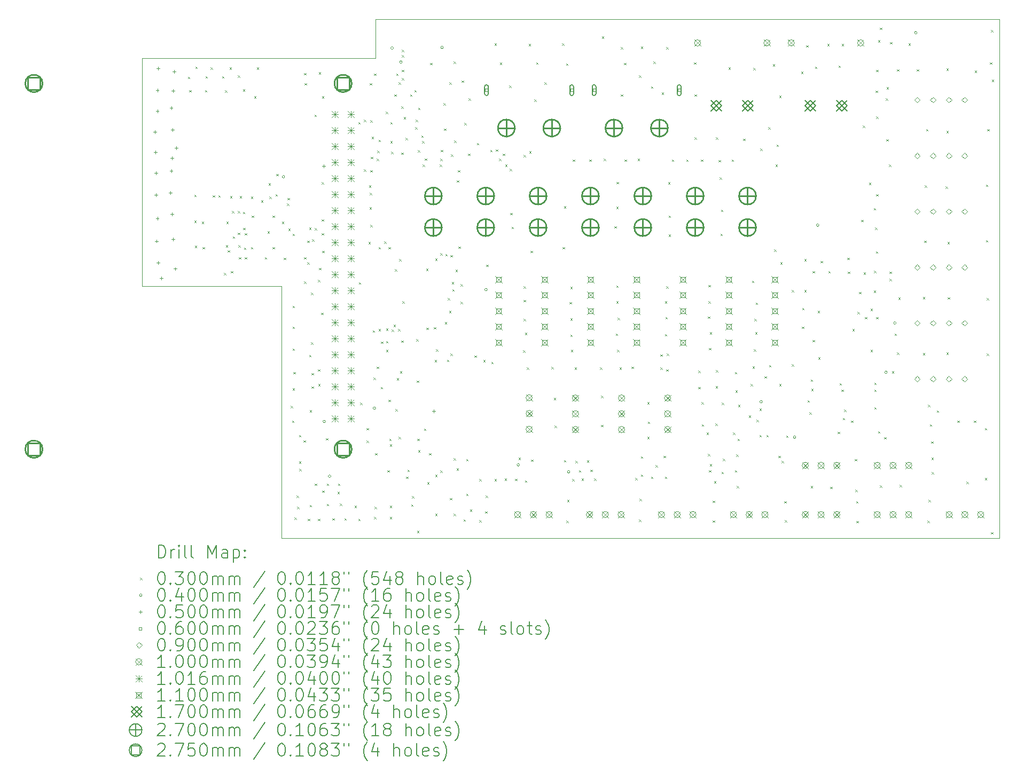
<source format=gbr>
%TF.GenerationSoftware,KiCad,Pcbnew,7.0.7*%
%TF.CreationDate,2023-11-07T21:18:32-05:00*%
%TF.ProjectId,mainControllerGRR,6d61696e-436f-46e7-9472-6f6c6c657247,rev?*%
%TF.SameCoordinates,Original*%
%TF.FileFunction,Drillmap*%
%TF.FilePolarity,Positive*%
%FSLAX45Y45*%
G04 Gerber Fmt 4.5, Leading zero omitted, Abs format (unit mm)*
G04 Created by KiCad (PCBNEW 7.0.7) date 2023-11-07 21:18:32*
%MOMM*%
%LPD*%
G01*
G04 APERTURE LIST*
%ADD10C,0.100000*%
%ADD11C,0.200000*%
%ADD12C,0.030000*%
%ADD13C,0.040000*%
%ADD14C,0.050000*%
%ADD15C,0.060000*%
%ADD16C,0.090000*%
%ADD17C,0.101600*%
%ADD18C,0.110000*%
%ADD19C,0.170000*%
%ADD20C,0.270000*%
%ADD21C,0.275000*%
G04 APERTURE END LIST*
D10*
X26063500Y-12207800D02*
X26063500Y-3977800D01*
X26063500Y-3977800D02*
X16182200Y-3977800D01*
X12481000Y-8214000D02*
X12481000Y-4600000D01*
X16182200Y-4600000D02*
X12481000Y-4600000D01*
X14687200Y-12207800D02*
X14687200Y-8214000D01*
X14687200Y-8214000D02*
X12481000Y-8214000D01*
X16182200Y-3977800D02*
X16182200Y-4600000D01*
X14687200Y-12207800D02*
X26063500Y-12207800D01*
D11*
D12*
X13205000Y-4895000D02*
X13235000Y-4925000D01*
X13235000Y-4895000D02*
X13205000Y-4925000D01*
X13225000Y-5105000D02*
X13255000Y-5135000D01*
X13255000Y-5105000D02*
X13225000Y-5135000D01*
X13305000Y-6765000D02*
X13335000Y-6795000D01*
X13335000Y-6765000D02*
X13305000Y-6795000D01*
X13305000Y-7175000D02*
X13335000Y-7205000D01*
X13335000Y-7175000D02*
X13305000Y-7205000D01*
X13315000Y-7575000D02*
X13345000Y-7605000D01*
X13345000Y-7575000D02*
X13315000Y-7605000D01*
X13321469Y-4733613D02*
X13351469Y-4763613D01*
X13351469Y-4733613D02*
X13321469Y-4763613D01*
X13425000Y-7195000D02*
X13455000Y-7225000D01*
X13455000Y-7195000D02*
X13425000Y-7225000D01*
X13435000Y-7595000D02*
X13465000Y-7625000D01*
X13465000Y-7595000D02*
X13435000Y-7625000D01*
X13475000Y-5105000D02*
X13505000Y-5135000D01*
X13505000Y-5105000D02*
X13475000Y-5135000D01*
X13485000Y-4885000D02*
X13515000Y-4915000D01*
X13515000Y-4885000D02*
X13485000Y-4915000D01*
X13565000Y-4745000D02*
X13595000Y-4775000D01*
X13595000Y-4745000D02*
X13565000Y-4775000D01*
X13596450Y-6775000D02*
X13626450Y-6805000D01*
X13626450Y-6775000D02*
X13596450Y-6805000D01*
X13685000Y-6775000D02*
X13715000Y-6805000D01*
X13715000Y-6775000D02*
X13685000Y-6805000D01*
X13745000Y-4885000D02*
X13775000Y-4915000D01*
X13775000Y-4885000D02*
X13745000Y-4915000D01*
X13775000Y-8005000D02*
X13805000Y-8035000D01*
X13805000Y-8005000D02*
X13775000Y-8035000D01*
X13792873Y-5110736D02*
X13822873Y-5140736D01*
X13822873Y-5110736D02*
X13792873Y-5140736D01*
X13805000Y-7565000D02*
X13835000Y-7595000D01*
X13835000Y-7565000D02*
X13805000Y-7595000D01*
X13815000Y-7195000D02*
X13845000Y-7225000D01*
X13845000Y-7195000D02*
X13815000Y-7225000D01*
X13835000Y-7645000D02*
X13865000Y-7675000D01*
X13865000Y-7645000D02*
X13835000Y-7675000D01*
X13865000Y-4745000D02*
X13895000Y-4775000D01*
X13895000Y-4745000D02*
X13865000Y-4775000D01*
X13875000Y-6785000D02*
X13905000Y-6815000D01*
X13905000Y-6785000D02*
X13875000Y-6815000D01*
X13885000Y-7975000D02*
X13915000Y-8005000D01*
X13915000Y-7975000D02*
X13885000Y-8005000D01*
X13905000Y-7025000D02*
X13935000Y-7055000D01*
X13935000Y-7025000D02*
X13905000Y-7055000D01*
X13915000Y-7425000D02*
X13945000Y-7455000D01*
X13945000Y-7425000D02*
X13915000Y-7455000D01*
X13994950Y-7025000D02*
X14024950Y-7055000D01*
X14024950Y-7025000D02*
X13994950Y-7055000D01*
X13995000Y-4875000D02*
X14025000Y-4905000D01*
X14025000Y-4875000D02*
X13995000Y-4905000D01*
X13995000Y-7365000D02*
X14025000Y-7395000D01*
X14025000Y-7365000D02*
X13995000Y-7395000D01*
X14005000Y-7565000D02*
X14035000Y-7595000D01*
X14035000Y-7565000D02*
X14005000Y-7595000D01*
X14015000Y-7755000D02*
X14045000Y-7785000D01*
X14045000Y-7755000D02*
X14015000Y-7785000D01*
X14025000Y-6785000D02*
X14055000Y-6815000D01*
X14055000Y-6785000D02*
X14025000Y-6815000D01*
X14075000Y-5095000D02*
X14105000Y-5125000D01*
X14105000Y-5095000D02*
X14075000Y-5125000D01*
X14075000Y-7035000D02*
X14105000Y-7065000D01*
X14105000Y-7035000D02*
X14075000Y-7065000D01*
X14080538Y-7289462D02*
X14110538Y-7319462D01*
X14110538Y-7289462D02*
X14080538Y-7319462D01*
X14095000Y-7605000D02*
X14125000Y-7635000D01*
X14125000Y-7605000D02*
X14095000Y-7635000D01*
X14105000Y-7375000D02*
X14135000Y-7405000D01*
X14135000Y-7375000D02*
X14105000Y-7405000D01*
X14105000Y-7755000D02*
X14135000Y-7785000D01*
X14135000Y-7755000D02*
X14105000Y-7785000D01*
X14205000Y-6795000D02*
X14235000Y-6825000D01*
X14235000Y-6795000D02*
X14205000Y-6825000D01*
X14205000Y-7595000D02*
X14235000Y-7625000D01*
X14235000Y-7595000D02*
X14205000Y-7625000D01*
X14215000Y-7095000D02*
X14245000Y-7125000D01*
X14245000Y-7095000D02*
X14215000Y-7125000D01*
X14254000Y-5201000D02*
X14284000Y-5231000D01*
X14284000Y-5201000D02*
X14254000Y-5231000D01*
X14295000Y-4745000D02*
X14325000Y-4775000D01*
X14325000Y-4745000D02*
X14295000Y-4775000D01*
X14365000Y-6855000D02*
X14395000Y-6885000D01*
X14395000Y-6855000D02*
X14365000Y-6885000D01*
X14425000Y-7755000D02*
X14455000Y-7785000D01*
X14455000Y-7755000D02*
X14425000Y-7785000D01*
X14465000Y-7345000D02*
X14495000Y-7375000D01*
X14495000Y-7345000D02*
X14465000Y-7375000D01*
X14481052Y-6583334D02*
X14511052Y-6613334D01*
X14511052Y-6583334D02*
X14481052Y-6613334D01*
X14495000Y-6795000D02*
X14525000Y-6825000D01*
X14525000Y-6795000D02*
X14495000Y-6825000D01*
X14545000Y-7095000D02*
X14575000Y-7125000D01*
X14575000Y-7095000D02*
X14545000Y-7125000D01*
X14545000Y-7595000D02*
X14575000Y-7625000D01*
X14575000Y-7595000D02*
X14545000Y-7625000D01*
X14593973Y-6755443D02*
X14623973Y-6785443D01*
X14623973Y-6755443D02*
X14593973Y-6785443D01*
X14605000Y-6435000D02*
X14635000Y-6465000D01*
X14635000Y-6435000D02*
X14605000Y-6465000D01*
X14695000Y-7195000D02*
X14725000Y-7225000D01*
X14725000Y-7195000D02*
X14695000Y-7225000D01*
X14725000Y-7765000D02*
X14755000Y-7795000D01*
X14755000Y-7765000D02*
X14725000Y-7795000D01*
X14775000Y-6905000D02*
X14805000Y-6935000D01*
X14805000Y-6905000D02*
X14775000Y-6935000D01*
X14785000Y-6815000D02*
X14815000Y-6845000D01*
X14815000Y-6815000D02*
X14785000Y-6845000D01*
X14795000Y-7305000D02*
X14825000Y-7335000D01*
X14825000Y-7305000D02*
X14795000Y-7335000D01*
X14835000Y-10115000D02*
X14865000Y-10145000D01*
X14865000Y-10115000D02*
X14835000Y-10145000D01*
X14855000Y-10345000D02*
X14885000Y-10375000D01*
X14885000Y-10345000D02*
X14855000Y-10375000D01*
X14865000Y-7385000D02*
X14895000Y-7415000D01*
X14895000Y-7385000D02*
X14865000Y-7415000D01*
X14865000Y-8525000D02*
X14895000Y-8555000D01*
X14895000Y-8525000D02*
X14865000Y-8555000D01*
X14865000Y-8855000D02*
X14895000Y-8885000D01*
X14895000Y-8855000D02*
X14865000Y-8885000D01*
X14865000Y-9205000D02*
X14895000Y-9235000D01*
X14895000Y-9205000D02*
X14865000Y-9235000D01*
X14865000Y-9835000D02*
X14895000Y-9865000D01*
X14895000Y-9835000D02*
X14865000Y-9865000D01*
X14875000Y-9575000D02*
X14905000Y-9605000D01*
X14905000Y-9575000D02*
X14875000Y-9605000D01*
X14895000Y-11885000D02*
X14925000Y-11915000D01*
X14925000Y-11885000D02*
X14895000Y-11915000D01*
X14925000Y-11535000D02*
X14955000Y-11565000D01*
X14955000Y-11535000D02*
X14925000Y-11565000D01*
X14935000Y-11715000D02*
X14965000Y-11745000D01*
X14965000Y-11715000D02*
X14935000Y-11745000D01*
X14965000Y-10575000D02*
X14995000Y-10605000D01*
X14995000Y-10575000D02*
X14965000Y-10605000D01*
X14965000Y-10995000D02*
X14995000Y-11025000D01*
X14995000Y-10995000D02*
X14965000Y-11025000D01*
X14971000Y-11112000D02*
X15001000Y-11142000D01*
X15001000Y-11112000D02*
X14971000Y-11142000D01*
X15035000Y-10659000D02*
X15065000Y-10689000D01*
X15065000Y-10659000D02*
X15035000Y-10689000D01*
X15043530Y-8141173D02*
X15073530Y-8171173D01*
X15073530Y-8141173D02*
X15043530Y-8171173D01*
X15045000Y-4835000D02*
X15075000Y-4865000D01*
X15075000Y-4835000D02*
X15045000Y-4865000D01*
X15045000Y-7755000D02*
X15075000Y-7785000D01*
X15075000Y-7755000D02*
X15045000Y-7785000D01*
X15055000Y-4995000D02*
X15085000Y-5025000D01*
X15085000Y-4995000D02*
X15055000Y-5025000D01*
X15095000Y-7495000D02*
X15125000Y-7525000D01*
X15125000Y-7495000D02*
X15095000Y-7525000D01*
X15095000Y-7835000D02*
X15125000Y-7865000D01*
X15125000Y-7835000D02*
X15095000Y-7865000D01*
X15105000Y-11905000D02*
X15135000Y-11935000D01*
X15135000Y-11905000D02*
X15105000Y-11935000D01*
X15125000Y-7285000D02*
X15155000Y-7315000D01*
X15155000Y-7285000D02*
X15125000Y-7315000D01*
X15125000Y-9305000D02*
X15155000Y-9335000D01*
X15155000Y-9305000D02*
X15125000Y-9335000D01*
X15135000Y-11685000D02*
X15165000Y-11715000D01*
X15165000Y-11685000D02*
X15135000Y-11715000D01*
X15136000Y-10181000D02*
X15166000Y-10211000D01*
X15166000Y-10181000D02*
X15136000Y-10211000D01*
X15154539Y-8317461D02*
X15184539Y-8347461D01*
X15184539Y-8317461D02*
X15154539Y-8347461D01*
X15155000Y-9105000D02*
X15185000Y-9135000D01*
X15185000Y-9105000D02*
X15155000Y-9135000D01*
X15165000Y-9595000D02*
X15195000Y-9625000D01*
X15195000Y-9595000D02*
X15165000Y-9625000D01*
X15165000Y-9805000D02*
X15195000Y-9835000D01*
X15195000Y-9805000D02*
X15165000Y-9835000D01*
X15174546Y-7473681D02*
X15204546Y-7503681D01*
X15204546Y-7473681D02*
X15174546Y-7503681D01*
X15212000Y-5494000D02*
X15242000Y-5524000D01*
X15242000Y-5494000D02*
X15212000Y-5524000D01*
X15215000Y-7295000D02*
X15245000Y-7325000D01*
X15245000Y-7295000D02*
X15215000Y-7325000D01*
X15215000Y-11345000D02*
X15245000Y-11375000D01*
X15245000Y-11345000D02*
X15215000Y-11375000D01*
X15265000Y-8115000D02*
X15295000Y-8145000D01*
X15295000Y-8115000D02*
X15265000Y-8145000D01*
X15265000Y-11905000D02*
X15295000Y-11935000D01*
X15295000Y-11905000D02*
X15265000Y-11935000D01*
X15265983Y-9535173D02*
X15295983Y-9565173D01*
X15295983Y-9535173D02*
X15265983Y-9565173D01*
X15271864Y-9767475D02*
X15301864Y-9797475D01*
X15301864Y-9767475D02*
X15271864Y-9797475D01*
X15279037Y-4822932D02*
X15309037Y-4852932D01*
X15309037Y-4822932D02*
X15279037Y-4852932D01*
X15285000Y-7925000D02*
X15315000Y-7955000D01*
X15315000Y-7925000D02*
X15285000Y-7955000D01*
X15315000Y-8635000D02*
X15345000Y-8665000D01*
X15345000Y-8635000D02*
X15315000Y-8665000D01*
X15323422Y-7156514D02*
X15353422Y-7186514D01*
X15353422Y-7156514D02*
X15323422Y-7186514D01*
X15325000Y-6565000D02*
X15355000Y-6595000D01*
X15355000Y-6565000D02*
X15325000Y-6595000D01*
X15325000Y-7375000D02*
X15355000Y-7405000D01*
X15355000Y-7375000D02*
X15325000Y-7405000D01*
X15331000Y-5203000D02*
X15361000Y-5233000D01*
X15361000Y-5203000D02*
X15331000Y-5233000D01*
X15335000Y-7655000D02*
X15365000Y-7685000D01*
X15365000Y-7655000D02*
X15335000Y-7685000D01*
X15335000Y-11455000D02*
X15365000Y-11485000D01*
X15365000Y-11455000D02*
X15335000Y-11485000D01*
X15395000Y-10625000D02*
X15425000Y-10655000D01*
X15425000Y-10625000D02*
X15395000Y-10655000D01*
X15405000Y-11345000D02*
X15435000Y-11375000D01*
X15435000Y-11345000D02*
X15405000Y-11375000D01*
X15405723Y-11667288D02*
X15435723Y-11697288D01*
X15435723Y-11667288D02*
X15405723Y-11697288D01*
X15495000Y-11895000D02*
X15525000Y-11925000D01*
X15525000Y-11895000D02*
X15495000Y-11925000D01*
X15575000Y-11475000D02*
X15605000Y-11505000D01*
X15605000Y-11475000D02*
X15575000Y-11505000D01*
X15585000Y-11345000D02*
X15615000Y-11375000D01*
X15615000Y-11345000D02*
X15585000Y-11375000D01*
X15615000Y-11665000D02*
X15645000Y-11695000D01*
X15645000Y-11665000D02*
X15615000Y-11695000D01*
X15685000Y-11895000D02*
X15715000Y-11925000D01*
X15715000Y-11895000D02*
X15685000Y-11925000D01*
X15845000Y-11695000D02*
X15875000Y-11725000D01*
X15875000Y-11695000D02*
X15845000Y-11725000D01*
X15905000Y-5615000D02*
X15935000Y-5645000D01*
X15935000Y-5615000D02*
X15905000Y-5645000D01*
X15906900Y-11905471D02*
X15936900Y-11935471D01*
X15936900Y-11905471D02*
X15906900Y-11935471D01*
X15915000Y-8155000D02*
X15945000Y-8185000D01*
X15945000Y-8155000D02*
X15915000Y-8185000D01*
X15935000Y-10065000D02*
X15965000Y-10095000D01*
X15965000Y-10065000D02*
X15935000Y-10095000D01*
X15995000Y-5575000D02*
X16025000Y-5605000D01*
X16025000Y-5575000D02*
X15995000Y-5605000D01*
X15995000Y-6365000D02*
X16025000Y-6395000D01*
X16025000Y-6365000D02*
X15995000Y-6395000D01*
X16035000Y-10465000D02*
X16065000Y-10495000D01*
X16065000Y-10465000D02*
X16035000Y-10495000D01*
X16035000Y-10665000D02*
X16065000Y-10695000D01*
X16065000Y-10665000D02*
X16035000Y-10695000D01*
X16065000Y-7514500D02*
X16095000Y-7544500D01*
X16095000Y-7514500D02*
X16065000Y-7544500D01*
X16075000Y-6615000D02*
X16105000Y-6645000D01*
X16105000Y-6615000D02*
X16075000Y-6645000D01*
X16084848Y-6964254D02*
X16114848Y-6994254D01*
X16114848Y-6964254D02*
X16084848Y-6994254D01*
X16085000Y-4995000D02*
X16115000Y-5025000D01*
X16115000Y-4995000D02*
X16085000Y-5025000D01*
X16085000Y-6735000D02*
X16115000Y-6765000D01*
X16115000Y-6735000D02*
X16085000Y-6765000D01*
X16095000Y-5585000D02*
X16125000Y-5615000D01*
X16125000Y-5585000D02*
X16095000Y-5615000D01*
X16095000Y-6375000D02*
X16125000Y-6405000D01*
X16125000Y-6375000D02*
X16095000Y-6405000D01*
X16095000Y-7245000D02*
X16125000Y-7275000D01*
X16125000Y-7245000D02*
X16095000Y-7275000D01*
X16105000Y-6165000D02*
X16135000Y-6195000D01*
X16135000Y-6165000D02*
X16105000Y-6195000D01*
X16115000Y-5845000D02*
X16145000Y-5875000D01*
X16145000Y-5845000D02*
X16115000Y-5875000D01*
X16135000Y-8915000D02*
X16165000Y-8945000D01*
X16165000Y-8915000D02*
X16135000Y-8945000D01*
X16145000Y-9665000D02*
X16175000Y-9695000D01*
X16175000Y-9665000D02*
X16145000Y-9695000D01*
X16155000Y-4845000D02*
X16185000Y-4875000D01*
X16185000Y-4845000D02*
X16155000Y-4875000D01*
X16155000Y-11875000D02*
X16185000Y-11905000D01*
X16185000Y-11875000D02*
X16155000Y-11905000D01*
X16165000Y-11715000D02*
X16195000Y-11745000D01*
X16195000Y-11715000D02*
X16165000Y-11745000D01*
X16174000Y-10863000D02*
X16204000Y-10893000D01*
X16204000Y-10863000D02*
X16174000Y-10893000D01*
X16195000Y-6195000D02*
X16225000Y-6225000D01*
X16225000Y-6195000D02*
X16195000Y-6225000D01*
X16197391Y-9492609D02*
X16227391Y-9522609D01*
X16227391Y-9492609D02*
X16197391Y-9522609D01*
X16205000Y-6065000D02*
X16235000Y-6095000D01*
X16235000Y-6065000D02*
X16205000Y-6095000D01*
X16225000Y-5895000D02*
X16255000Y-5925000D01*
X16255000Y-5895000D02*
X16225000Y-5925000D01*
X16225000Y-7595000D02*
X16255000Y-7625000D01*
X16255000Y-7595000D02*
X16225000Y-7625000D01*
X16225000Y-8895000D02*
X16255000Y-8925000D01*
X16255000Y-8895000D02*
X16225000Y-8925000D01*
X16259401Y-9814006D02*
X16289401Y-9844006D01*
X16289401Y-9814006D02*
X16259401Y-9844006D01*
X16265000Y-9095000D02*
X16295000Y-9125000D01*
X16295000Y-9095000D02*
X16265000Y-9125000D01*
X16315000Y-7505000D02*
X16345000Y-7535000D01*
X16345000Y-7505000D02*
X16315000Y-7535000D01*
X16342385Y-5450661D02*
X16372385Y-5480661D01*
X16372385Y-5450661D02*
X16342385Y-5480661D01*
X16345000Y-8885000D02*
X16375000Y-8915000D01*
X16375000Y-8885000D02*
X16345000Y-8915000D01*
X16345000Y-9085000D02*
X16375000Y-9115000D01*
X16375000Y-9085000D02*
X16345000Y-9115000D01*
X16345000Y-9225000D02*
X16375000Y-9255000D01*
X16375000Y-9225000D02*
X16345000Y-9255000D01*
X16365000Y-11135000D02*
X16395000Y-11165000D01*
X16395000Y-11135000D02*
X16365000Y-11165000D01*
X16385000Y-7595000D02*
X16415000Y-7625000D01*
X16415000Y-7595000D02*
X16385000Y-7625000D01*
X16385000Y-10015000D02*
X16415000Y-10045000D01*
X16415000Y-10015000D02*
X16385000Y-10045000D01*
X16395000Y-10635000D02*
X16425000Y-10665000D01*
X16425000Y-10635000D02*
X16395000Y-10665000D01*
X16404837Y-11875443D02*
X16434837Y-11905443D01*
X16434837Y-11875443D02*
X16404837Y-11905443D01*
X16405000Y-10725000D02*
X16435000Y-10755000D01*
X16435000Y-10725000D02*
X16405000Y-10755000D01*
X16405000Y-11695000D02*
X16435000Y-11725000D01*
X16435000Y-11695000D02*
X16405000Y-11725000D01*
X16415000Y-5615000D02*
X16445000Y-5645000D01*
X16445000Y-5615000D02*
X16415000Y-5645000D01*
X16415000Y-5915000D02*
X16445000Y-5945000D01*
X16445000Y-5915000D02*
X16415000Y-5945000D01*
X16425000Y-6085000D02*
X16455000Y-6115000D01*
X16455000Y-6085000D02*
X16425000Y-6115000D01*
X16435000Y-8905000D02*
X16465000Y-8935000D01*
X16465000Y-8905000D02*
X16435000Y-8935000D01*
X16465000Y-8825000D02*
X16495000Y-8855000D01*
X16495000Y-8825000D02*
X16465000Y-8855000D01*
X16475000Y-5175000D02*
X16505000Y-5205000D01*
X16505000Y-5175000D02*
X16475000Y-5205000D01*
X16485000Y-7944950D02*
X16515000Y-7974950D01*
X16515000Y-7944950D02*
X16485000Y-7974950D01*
X16495000Y-10165000D02*
X16525000Y-10195000D01*
X16525000Y-10165000D02*
X16495000Y-10195000D01*
X16505000Y-4845000D02*
X16535000Y-4875000D01*
X16535000Y-4845000D02*
X16505000Y-4875000D01*
X16515000Y-9675000D02*
X16545000Y-9705000D01*
X16545000Y-9675000D02*
X16515000Y-9705000D01*
X16535000Y-8895000D02*
X16565000Y-8925000D01*
X16565000Y-8895000D02*
X16535000Y-8925000D01*
X16545000Y-4985000D02*
X16575000Y-5015000D01*
X16575000Y-4985000D02*
X16545000Y-5015000D01*
X16545000Y-10605000D02*
X16575000Y-10635000D01*
X16575000Y-10605000D02*
X16545000Y-10635000D01*
X16555000Y-7785000D02*
X16585000Y-7815000D01*
X16585000Y-7785000D02*
X16555000Y-7815000D01*
X16565000Y-9565000D02*
X16595000Y-9595000D01*
X16595000Y-9565000D02*
X16565000Y-9595000D01*
X16585000Y-5365000D02*
X16615000Y-5395000D01*
X16615000Y-5365000D02*
X16585000Y-5395000D01*
X16585000Y-6095000D02*
X16615000Y-6125000D01*
X16615000Y-6095000D02*
X16585000Y-6125000D01*
X16585000Y-9075000D02*
X16615000Y-9105000D01*
X16615000Y-9075000D02*
X16585000Y-9105000D01*
X16595000Y-4465000D02*
X16625000Y-4495000D01*
X16625000Y-4465000D02*
X16595000Y-4495000D01*
X16595000Y-4550000D02*
X16625000Y-4580000D01*
X16625000Y-4550000D02*
X16595000Y-4580000D01*
X16595000Y-4785000D02*
X16625000Y-4815000D01*
X16625000Y-4785000D02*
X16595000Y-4815000D01*
X16595000Y-4915000D02*
X16625000Y-4945000D01*
X16625000Y-4915000D02*
X16595000Y-4945000D01*
X16605000Y-8454950D02*
X16635000Y-8484950D01*
X16635000Y-8454950D02*
X16605000Y-8484950D01*
X16625000Y-5535000D02*
X16655000Y-5565000D01*
X16655000Y-5535000D02*
X16625000Y-5565000D01*
X16655000Y-5865000D02*
X16685000Y-5895000D01*
X16685000Y-5865000D02*
X16655000Y-5895000D01*
X16665000Y-11235000D02*
X16695000Y-11265000D01*
X16695000Y-11235000D02*
X16665000Y-11265000D01*
X16685000Y-11125000D02*
X16715000Y-11155000D01*
X16715000Y-11125000D02*
X16685000Y-11155000D01*
X16725000Y-5175000D02*
X16755000Y-5205000D01*
X16755000Y-5175000D02*
X16725000Y-5205000D01*
X16745000Y-11675000D02*
X16775000Y-11705000D01*
X16775000Y-11675000D02*
X16745000Y-11705000D01*
X16755000Y-11545000D02*
X16785000Y-11575000D01*
X16785000Y-11545000D02*
X16755000Y-11575000D01*
X16795000Y-5105000D02*
X16825000Y-5135000D01*
X16825000Y-5105000D02*
X16795000Y-5135000D01*
X16805000Y-5695000D02*
X16835000Y-5725000D01*
X16835000Y-5695000D02*
X16805000Y-5725000D01*
X16815000Y-5575000D02*
X16845000Y-5605000D01*
X16845000Y-5575000D02*
X16815000Y-5605000D01*
X16825000Y-9055000D02*
X16855000Y-9085000D01*
X16855000Y-9055000D02*
X16825000Y-9085000D01*
X16833897Y-9711995D02*
X16863897Y-9741995D01*
X16863897Y-9711995D02*
X16833897Y-9741995D01*
X16835000Y-12095000D02*
X16865000Y-12125000D01*
X16865000Y-12095000D02*
X16835000Y-12125000D01*
X16840015Y-10634027D02*
X16870015Y-10664027D01*
X16870015Y-10634027D02*
X16840015Y-10664027D01*
X16848437Y-6059681D02*
X16878437Y-6089681D01*
X16878437Y-6059681D02*
X16848437Y-6089681D01*
X16855000Y-5385000D02*
X16885000Y-5415000D01*
X16885000Y-5385000D02*
X16855000Y-5415000D01*
X16855000Y-10815000D02*
X16885000Y-10845000D01*
X16885000Y-10815000D02*
X16855000Y-10845000D01*
X16905000Y-5825000D02*
X16935000Y-5855000D01*
X16935000Y-5825000D02*
X16905000Y-5855000D01*
X16915000Y-5915000D02*
X16945000Y-5945000D01*
X16945000Y-5915000D02*
X16915000Y-5945000D01*
X16925000Y-6285000D02*
X16955000Y-6315000D01*
X16955000Y-6285000D02*
X16925000Y-6315000D01*
X16945000Y-10475000D02*
X16975000Y-10505000D01*
X16975000Y-10475000D02*
X16945000Y-10505000D01*
X16960000Y-6190000D02*
X16990000Y-6220000D01*
X16990000Y-6190000D02*
X16960000Y-6220000D01*
X16980418Y-7939187D02*
X17010418Y-7969187D01*
X17010418Y-7939187D02*
X16980418Y-7969187D01*
X16985000Y-8875000D02*
X17015000Y-8905000D01*
X17015000Y-8875000D02*
X16985000Y-8905000D01*
X16995984Y-11325746D02*
X17025984Y-11355746D01*
X17025984Y-11325746D02*
X16995984Y-11355746D01*
X17025000Y-10865000D02*
X17055000Y-10895000D01*
X17055000Y-10865000D02*
X17025000Y-10895000D01*
X17045000Y-4675000D02*
X17075000Y-4705000D01*
X17075000Y-4675000D02*
X17045000Y-4705000D01*
X17105000Y-8865000D02*
X17135000Y-8895000D01*
X17135000Y-8865000D02*
X17105000Y-8895000D01*
X17115000Y-9385000D02*
X17145000Y-9415000D01*
X17145000Y-9385000D02*
X17115000Y-9415000D01*
X17125000Y-7775000D02*
X17155000Y-7805000D01*
X17155000Y-7775000D02*
X17125000Y-7805000D01*
X17125000Y-11205000D02*
X17155000Y-11235000D01*
X17155000Y-11205000D02*
X17125000Y-11235000D01*
X17125000Y-11825000D02*
X17155000Y-11855000D01*
X17155000Y-11825000D02*
X17125000Y-11855000D01*
X17135000Y-9215000D02*
X17165000Y-9245000D01*
X17165000Y-9215000D02*
X17135000Y-9245000D01*
X17195000Y-6285000D02*
X17225000Y-6315000D01*
X17225000Y-6285000D02*
X17195000Y-6315000D01*
X17205000Y-6194950D02*
X17235000Y-6224950D01*
X17235000Y-6194950D02*
X17205000Y-6224950D01*
X17205000Y-11137391D02*
X17235000Y-11167391D01*
X17235000Y-11137391D02*
X17205000Y-11167391D01*
X17205853Y-7693693D02*
X17235853Y-7723693D01*
X17235853Y-7693693D02*
X17205853Y-7723693D01*
X17215000Y-6055000D02*
X17245000Y-6085000D01*
X17245000Y-6055000D02*
X17215000Y-6085000D01*
X17255000Y-5315000D02*
X17285000Y-5345000D01*
X17285000Y-5315000D02*
X17255000Y-5345000D01*
X17265000Y-5715000D02*
X17295000Y-5745000D01*
X17295000Y-5715000D02*
X17265000Y-5745000D01*
X17275000Y-8785000D02*
X17305000Y-8815000D01*
X17305000Y-8785000D02*
X17275000Y-8815000D01*
X17285000Y-7705000D02*
X17315000Y-7735000D01*
X17315000Y-7705000D02*
X17285000Y-7735000D01*
X17310000Y-9380000D02*
X17340000Y-9410000D01*
X17340000Y-9380000D02*
X17310000Y-9410000D01*
X17325000Y-8405000D02*
X17355000Y-8435000D01*
X17355000Y-8405000D02*
X17325000Y-8435000D01*
X17345000Y-8605000D02*
X17375000Y-8635000D01*
X17375000Y-8605000D02*
X17345000Y-8635000D01*
X17347742Y-4983125D02*
X17377742Y-5013125D01*
X17377742Y-4983125D02*
X17347742Y-5013125D01*
X17355000Y-11575000D02*
X17385000Y-11605000D01*
X17385000Y-11575000D02*
X17355000Y-11605000D01*
X17365000Y-9285000D02*
X17395000Y-9315000D01*
X17395000Y-9285000D02*
X17365000Y-9315000D01*
X17366413Y-7721196D02*
X17396413Y-7751196D01*
X17396413Y-7721196D02*
X17366413Y-7751196D01*
X17375000Y-6125000D02*
X17405000Y-6155000D01*
X17405000Y-6125000D02*
X17375000Y-6155000D01*
X17387391Y-8147391D02*
X17417391Y-8177391D01*
X17417391Y-8147391D02*
X17387391Y-8177391D01*
X17394989Y-8263293D02*
X17424989Y-8293293D01*
X17424989Y-8263293D02*
X17394989Y-8293293D01*
X17415000Y-4655000D02*
X17445000Y-4685000D01*
X17445000Y-4655000D02*
X17415000Y-4685000D01*
X17415000Y-10945000D02*
X17445000Y-10975000D01*
X17445000Y-10945000D02*
X17415000Y-10975000D01*
X17415000Y-11825000D02*
X17445000Y-11855000D01*
X17445000Y-11825000D02*
X17415000Y-11855000D01*
X17425000Y-5905000D02*
X17455000Y-5935000D01*
X17455000Y-5905000D02*
X17425000Y-5935000D01*
X17445000Y-7955000D02*
X17475000Y-7985000D01*
X17475000Y-7955000D02*
X17445000Y-7985000D01*
X17463783Y-11104859D02*
X17493783Y-11134859D01*
X17493783Y-11104859D02*
X17463783Y-11134859D01*
X17465000Y-6535000D02*
X17495000Y-6565000D01*
X17495000Y-6535000D02*
X17465000Y-6565000D01*
X17485000Y-6375000D02*
X17515000Y-6405000D01*
X17515000Y-6375000D02*
X17485000Y-6405000D01*
X17492391Y-7587609D02*
X17522391Y-7617609D01*
X17522391Y-7587609D02*
X17492391Y-7617609D01*
X17525000Y-8185000D02*
X17555000Y-8215000D01*
X17555000Y-8185000D02*
X17525000Y-8215000D01*
X17525000Y-8465000D02*
X17555000Y-8495000D01*
X17555000Y-8465000D02*
X17525000Y-8495000D01*
X17545000Y-4955000D02*
X17575000Y-4985000D01*
X17575000Y-4955000D02*
X17545000Y-4985000D01*
X17571605Y-11911756D02*
X17601605Y-11941756D01*
X17601605Y-11911756D02*
X17571605Y-11941756D01*
X17585000Y-5625000D02*
X17615000Y-5655000D01*
X17615000Y-5625000D02*
X17585000Y-5655000D01*
X17615000Y-10955000D02*
X17645000Y-10985000D01*
X17645000Y-10955000D02*
X17615000Y-10985000D01*
X17615000Y-11505000D02*
X17645000Y-11535000D01*
X17645000Y-11505000D02*
X17615000Y-11535000D01*
X17645000Y-6115000D02*
X17675000Y-6145000D01*
X17675000Y-6115000D02*
X17645000Y-6145000D01*
X17655000Y-5235000D02*
X17685000Y-5265000D01*
X17685000Y-5235000D02*
X17655000Y-5265000D01*
X17675000Y-11755000D02*
X17705000Y-11785000D01*
X17705000Y-11755000D02*
X17675000Y-11785000D01*
X17745000Y-9315000D02*
X17775000Y-9345000D01*
X17775000Y-9315000D02*
X17745000Y-9345000D01*
X17785000Y-5945000D02*
X17815000Y-5975000D01*
X17815000Y-5945000D02*
X17785000Y-5975000D01*
X17825000Y-11275000D02*
X17855000Y-11305000D01*
X17855000Y-11275000D02*
X17825000Y-11305000D01*
X17825000Y-11925000D02*
X17855000Y-11955000D01*
X17855000Y-11925000D02*
X17825000Y-11955000D01*
X17885000Y-9385000D02*
X17915000Y-9415000D01*
X17915000Y-9385000D02*
X17885000Y-9415000D01*
X17915000Y-11785000D02*
X17945000Y-11815000D01*
X17945000Y-11785000D02*
X17915000Y-11815000D01*
X17925000Y-11535000D02*
X17955000Y-11565000D01*
X17955000Y-11535000D02*
X17925000Y-11565000D01*
X17935000Y-7875000D02*
X17965000Y-7905000D01*
X17965000Y-7875000D02*
X17935000Y-7905000D01*
X17995000Y-6055000D02*
X18025000Y-6085000D01*
X18025000Y-6055000D02*
X17995000Y-6085000D01*
X18015000Y-9415000D02*
X18045000Y-9445000D01*
X18045000Y-9415000D02*
X18015000Y-9445000D01*
X18065000Y-4365000D02*
X18095000Y-4395000D01*
X18095000Y-4365000D02*
X18065000Y-4395000D01*
X18065000Y-11275000D02*
X18095000Y-11305000D01*
X18095000Y-11275000D02*
X18065000Y-11305000D01*
X18085000Y-6045000D02*
X18115000Y-6075000D01*
X18115000Y-6045000D02*
X18085000Y-6075000D01*
X18135000Y-6195000D02*
X18165000Y-6225000D01*
X18165000Y-6195000D02*
X18135000Y-6225000D01*
X18148878Y-4671383D02*
X18178878Y-4701383D01*
X18178878Y-4671383D02*
X18148878Y-4701383D01*
X18195000Y-6115000D02*
X18225000Y-6145000D01*
X18225000Y-6115000D02*
X18195000Y-6145000D01*
X18225000Y-11265000D02*
X18255000Y-11295000D01*
X18255000Y-11265000D02*
X18225000Y-11295000D01*
X18235000Y-6285000D02*
X18265000Y-6315000D01*
X18265000Y-6285000D02*
X18235000Y-6315000D01*
X18295000Y-5035000D02*
X18325000Y-5065000D01*
X18325000Y-5035000D02*
X18295000Y-5065000D01*
X18305000Y-6355000D02*
X18335000Y-6385000D01*
X18335000Y-6355000D02*
X18305000Y-6385000D01*
X18315000Y-7055000D02*
X18345000Y-7085000D01*
X18345000Y-7055000D02*
X18315000Y-7085000D01*
X18335000Y-7275000D02*
X18365000Y-7305000D01*
X18365000Y-7275000D02*
X18335000Y-7305000D01*
X18390969Y-11269584D02*
X18420969Y-11299584D01*
X18420969Y-11269584D02*
X18390969Y-11299584D01*
X18445000Y-10935000D02*
X18475000Y-10965000D01*
X18475000Y-10935000D02*
X18445000Y-10965000D01*
X18515000Y-9235000D02*
X18545000Y-9265000D01*
X18545000Y-9235000D02*
X18515000Y-9265000D01*
X18525000Y-6135000D02*
X18555000Y-6165000D01*
X18555000Y-6135000D02*
X18525000Y-6165000D01*
X18525000Y-8215000D02*
X18555000Y-8245000D01*
X18555000Y-8215000D02*
X18525000Y-8245000D01*
X18525000Y-8435000D02*
X18555000Y-8465000D01*
X18555000Y-8435000D02*
X18525000Y-8465000D01*
X18525000Y-8735000D02*
X18555000Y-8765000D01*
X18555000Y-8735000D02*
X18525000Y-8765000D01*
X18545000Y-8955000D02*
X18575000Y-8985000D01*
X18575000Y-8955000D02*
X18545000Y-8985000D01*
X18545000Y-11295000D02*
X18575000Y-11325000D01*
X18575000Y-11295000D02*
X18545000Y-11325000D01*
X18575000Y-9505000D02*
X18605000Y-9535000D01*
X18605000Y-9505000D02*
X18575000Y-9535000D01*
X18605000Y-4375000D02*
X18635000Y-4405000D01*
X18635000Y-4375000D02*
X18605000Y-4405000D01*
X18615000Y-6075000D02*
X18645000Y-6105000D01*
X18645000Y-6075000D02*
X18615000Y-6105000D01*
X18635000Y-7655050D02*
X18665000Y-7685050D01*
X18665000Y-7655050D02*
X18635000Y-7685050D01*
X18645000Y-10965000D02*
X18675000Y-10995000D01*
X18675000Y-10965000D02*
X18645000Y-10995000D01*
X18695000Y-5255000D02*
X18725000Y-5285000D01*
X18725000Y-5255000D02*
X18695000Y-5285000D01*
X18725000Y-4665000D02*
X18755000Y-4695000D01*
X18755000Y-4665000D02*
X18725000Y-4695000D01*
X18855000Y-4985000D02*
X18885000Y-5015000D01*
X18885000Y-4985000D02*
X18855000Y-5015000D01*
X18965000Y-9495000D02*
X18995000Y-9525000D01*
X18995000Y-9495000D02*
X18965000Y-9525000D01*
X19005000Y-9985000D02*
X19035000Y-10015000D01*
X19035000Y-9985000D02*
X19005000Y-10015000D01*
X19015000Y-10425000D02*
X19045000Y-10455000D01*
X19045000Y-10425000D02*
X19015000Y-10455000D01*
X19135000Y-4365000D02*
X19165000Y-4395000D01*
X19165000Y-4365000D02*
X19135000Y-4395000D01*
X19145000Y-7595000D02*
X19175000Y-7625000D01*
X19175000Y-7595000D02*
X19145000Y-7625000D01*
X19165000Y-6945000D02*
X19195000Y-6975000D01*
X19195000Y-6945000D02*
X19165000Y-6975000D01*
X19165000Y-10975000D02*
X19195000Y-11005000D01*
X19195000Y-10975000D02*
X19165000Y-11005000D01*
X19198372Y-4681308D02*
X19228372Y-4711308D01*
X19228372Y-4681308D02*
X19198372Y-4711308D01*
X19205000Y-11935000D02*
X19235000Y-11965000D01*
X19235000Y-11935000D02*
X19205000Y-11965000D01*
X19215000Y-11605000D02*
X19245000Y-11635000D01*
X19245000Y-11605000D02*
X19215000Y-11635000D01*
X19254436Y-8467044D02*
X19284436Y-8497044D01*
X19284436Y-8467044D02*
X19254436Y-8497044D01*
X19265000Y-8225000D02*
X19295000Y-8255000D01*
X19295000Y-8225000D02*
X19265000Y-8255000D01*
X19265000Y-8725000D02*
X19295000Y-8755000D01*
X19295000Y-8725000D02*
X19265000Y-8755000D01*
X19265000Y-8985000D02*
X19295000Y-9015000D01*
X19295000Y-8985000D02*
X19265000Y-9015000D01*
X19275000Y-9225000D02*
X19305000Y-9255000D01*
X19305000Y-9225000D02*
X19275000Y-9255000D01*
X19295000Y-11275000D02*
X19325000Y-11305000D01*
X19325000Y-11275000D02*
X19295000Y-11305000D01*
X19305000Y-6205000D02*
X19335000Y-6235000D01*
X19335000Y-6205000D02*
X19305000Y-6235000D01*
X19335820Y-9504233D02*
X19365820Y-9534233D01*
X19365820Y-9504233D02*
X19335820Y-9534233D01*
X19345000Y-10985000D02*
X19375000Y-11015000D01*
X19375000Y-10985000D02*
X19345000Y-11015000D01*
X19400643Y-11135984D02*
X19430643Y-11165984D01*
X19430643Y-11135984D02*
X19400643Y-11165984D01*
X19445000Y-11265000D02*
X19475000Y-11295000D01*
X19475000Y-11265000D02*
X19445000Y-11295000D01*
X19529659Y-10977195D02*
X19559659Y-11007195D01*
X19559659Y-10977195D02*
X19529659Y-11007195D01*
X19565000Y-6205000D02*
X19595000Y-6235000D01*
X19595000Y-6205000D02*
X19565000Y-6235000D01*
X19585000Y-11125000D02*
X19615000Y-11155000D01*
X19615000Y-11125000D02*
X19585000Y-11155000D01*
X19645000Y-11265000D02*
X19675000Y-11295000D01*
X19675000Y-11265000D02*
X19645000Y-11295000D01*
X19735000Y-9505000D02*
X19765000Y-9535000D01*
X19765000Y-9505000D02*
X19735000Y-9535000D01*
X19755000Y-9955000D02*
X19785000Y-9985000D01*
X19785000Y-9955000D02*
X19755000Y-9985000D01*
X19755000Y-10415000D02*
X19785000Y-10445000D01*
X19785000Y-10415000D02*
X19755000Y-10445000D01*
X19765000Y-4255000D02*
X19795000Y-4285000D01*
X19795000Y-4255000D02*
X19765000Y-4285000D01*
X19795000Y-6195000D02*
X19825000Y-6225000D01*
X19825000Y-6195000D02*
X19795000Y-6225000D01*
X19965000Y-7265000D02*
X19995000Y-7295000D01*
X19995000Y-7265000D02*
X19965000Y-7295000D01*
X19985000Y-8965000D02*
X20015000Y-8995000D01*
X20015000Y-8965000D02*
X19985000Y-8995000D01*
X19995000Y-6955000D02*
X20025000Y-6985000D01*
X20025000Y-6955000D02*
X19995000Y-6985000D01*
X19995000Y-8205000D02*
X20025000Y-8235000D01*
X20025000Y-8205000D02*
X19995000Y-8235000D01*
X19995000Y-8455000D02*
X20025000Y-8485000D01*
X20025000Y-8455000D02*
X19995000Y-8485000D01*
X20000055Y-6563974D02*
X20030055Y-6593974D01*
X20030055Y-6563974D02*
X20000055Y-6593974D01*
X20005000Y-9225000D02*
X20035000Y-9255000D01*
X20035000Y-9225000D02*
X20005000Y-9255000D01*
X20015000Y-8715000D02*
X20045000Y-8745000D01*
X20045000Y-8715000D02*
X20015000Y-8745000D01*
X20045000Y-9505000D02*
X20075000Y-9535000D01*
X20075000Y-9505000D02*
X20045000Y-9535000D01*
X20065000Y-4425000D02*
X20095000Y-4455000D01*
X20095000Y-4425000D02*
X20065000Y-4455000D01*
X20065000Y-5175000D02*
X20095000Y-5205000D01*
X20095000Y-5175000D02*
X20065000Y-5205000D01*
X20115000Y-4675000D02*
X20145000Y-4705000D01*
X20145000Y-4675000D02*
X20115000Y-4705000D01*
X20125000Y-6205000D02*
X20155000Y-6235000D01*
X20155000Y-6205000D02*
X20125000Y-6235000D01*
X20236101Y-9493422D02*
X20266101Y-9523422D01*
X20266101Y-9493422D02*
X20236101Y-9523422D01*
X20295000Y-11255000D02*
X20325000Y-11285000D01*
X20325000Y-11255000D02*
X20295000Y-11285000D01*
X20335000Y-6195000D02*
X20365000Y-6225000D01*
X20365000Y-6195000D02*
X20335000Y-6225000D01*
X20355000Y-4875000D02*
X20385000Y-4905000D01*
X20385000Y-4875000D02*
X20355000Y-4905000D01*
X20355000Y-11915000D02*
X20385000Y-11945000D01*
X20385000Y-11915000D02*
X20355000Y-11945000D01*
X20365000Y-11585000D02*
X20395000Y-11615000D01*
X20395000Y-11585000D02*
X20365000Y-11615000D01*
X20384773Y-10913173D02*
X20414773Y-10943173D01*
X20414773Y-10913173D02*
X20384773Y-10943173D01*
X20384924Y-11202719D02*
X20414924Y-11232719D01*
X20414924Y-11202719D02*
X20384924Y-11232719D01*
X20385000Y-4415000D02*
X20415000Y-4445000D01*
X20415000Y-4415000D02*
X20385000Y-4445000D01*
X20485000Y-10055000D02*
X20515000Y-10085000D01*
X20515000Y-10055000D02*
X20485000Y-10085000D01*
X20485000Y-10605000D02*
X20515000Y-10635000D01*
X20515000Y-10605000D02*
X20485000Y-10635000D01*
X20495000Y-10365000D02*
X20525000Y-10395000D01*
X20525000Y-10365000D02*
X20495000Y-10395000D01*
X20545000Y-11235000D02*
X20575000Y-11265000D01*
X20575000Y-11235000D02*
X20545000Y-11265000D01*
X20546340Y-5046491D02*
X20576340Y-5076491D01*
X20576340Y-5046491D02*
X20546340Y-5076491D01*
X20585000Y-4655000D02*
X20615000Y-4685000D01*
X20615000Y-4655000D02*
X20585000Y-4685000D01*
X20615000Y-11055000D02*
X20645000Y-11085000D01*
X20645000Y-11055000D02*
X20615000Y-11085000D01*
X20695000Y-9295000D02*
X20725000Y-9325000D01*
X20725000Y-9295000D02*
X20695000Y-9325000D01*
X20695000Y-9505000D02*
X20725000Y-9535000D01*
X20725000Y-9505000D02*
X20695000Y-9535000D01*
X20715000Y-5145000D02*
X20745000Y-5175000D01*
X20745000Y-5145000D02*
X20715000Y-5175000D01*
X20745000Y-10905000D02*
X20775000Y-10935000D01*
X20775000Y-10905000D02*
X20745000Y-10935000D01*
X20765000Y-8455000D02*
X20795000Y-8485000D01*
X20795000Y-8455000D02*
X20765000Y-8485000D01*
X20765000Y-8975000D02*
X20795000Y-9005000D01*
X20795000Y-8975000D02*
X20765000Y-9005000D01*
X20765000Y-11235000D02*
X20795000Y-11265000D01*
X20795000Y-11235000D02*
X20765000Y-11265000D01*
X20775000Y-8705000D02*
X20805000Y-8735000D01*
X20805000Y-8705000D02*
X20775000Y-8735000D01*
X20785000Y-4425000D02*
X20815000Y-4455000D01*
X20815000Y-4425000D02*
X20785000Y-4455000D01*
X20785000Y-8215000D02*
X20815000Y-8245000D01*
X20815000Y-8215000D02*
X20785000Y-8245000D01*
X20785000Y-9535000D02*
X20815000Y-9565000D01*
X20815000Y-9535000D02*
X20785000Y-9565000D01*
X20795000Y-9285000D02*
X20825000Y-9315000D01*
X20825000Y-9285000D02*
X20795000Y-9315000D01*
X20815000Y-6565000D02*
X20845000Y-6595000D01*
X20845000Y-6565000D02*
X20815000Y-6595000D01*
X20825000Y-7095000D02*
X20855000Y-7125000D01*
X20855000Y-7095000D02*
X20825000Y-7125000D01*
X20825000Y-7395000D02*
X20855000Y-7425000D01*
X20855000Y-7395000D02*
X20825000Y-7425000D01*
X20875000Y-6205000D02*
X20905000Y-6235000D01*
X20905000Y-6205000D02*
X20875000Y-6235000D01*
X21105000Y-6205000D02*
X21135000Y-6235000D01*
X21135000Y-6205000D02*
X21105000Y-6235000D01*
X21225000Y-4665000D02*
X21255000Y-4695000D01*
X21255000Y-4665000D02*
X21225000Y-4695000D01*
X21235000Y-5175000D02*
X21265000Y-5205000D01*
X21265000Y-5175000D02*
X21235000Y-5205000D01*
X21235000Y-5855000D02*
X21265000Y-5885000D01*
X21265000Y-5855000D02*
X21235000Y-5885000D01*
X21295000Y-9555000D02*
X21325000Y-9585000D01*
X21325000Y-9555000D02*
X21295000Y-9585000D01*
X21295000Y-9815000D02*
X21325000Y-9845000D01*
X21325000Y-9815000D02*
X21295000Y-9845000D01*
X21335000Y-6205000D02*
X21365000Y-6235000D01*
X21365000Y-6205000D02*
X21335000Y-6235000D01*
X21345000Y-10055000D02*
X21375000Y-10085000D01*
X21375000Y-10055000D02*
X21345000Y-10085000D01*
X21349585Y-10406060D02*
X21379585Y-10436060D01*
X21379585Y-10406060D02*
X21349585Y-10436060D01*
X21425000Y-10535000D02*
X21455000Y-10565000D01*
X21455000Y-10535000D02*
X21425000Y-10565000D01*
X21445000Y-8695000D02*
X21475000Y-8725000D01*
X21475000Y-8695000D02*
X21445000Y-8725000D01*
X21445000Y-10875000D02*
X21475000Y-10905000D01*
X21475000Y-10875000D02*
X21445000Y-10905000D01*
X21455000Y-8195000D02*
X21485000Y-8225000D01*
X21485000Y-8195000D02*
X21455000Y-8225000D01*
X21455000Y-8455000D02*
X21485000Y-8485000D01*
X21485000Y-8455000D02*
X21455000Y-8485000D01*
X21462258Y-9196253D02*
X21492258Y-9226253D01*
X21492258Y-9196253D02*
X21462258Y-9226253D01*
X21465000Y-11135000D02*
X21495000Y-11165000D01*
X21495000Y-11135000D02*
X21465000Y-11165000D01*
X21475000Y-8945000D02*
X21505000Y-8975000D01*
X21505000Y-8945000D02*
X21475000Y-8975000D01*
X21475000Y-11035000D02*
X21505000Y-11065000D01*
X21505000Y-11035000D02*
X21475000Y-11065000D01*
X21523335Y-11929724D02*
X21553335Y-11959724D01*
X21553335Y-11929724D02*
X21523335Y-11959724D01*
X21525000Y-11615000D02*
X21555000Y-11645000D01*
X21555000Y-11615000D02*
X21525000Y-11645000D01*
X21544621Y-11306567D02*
X21574621Y-11336567D01*
X21574621Y-11306567D02*
X21544621Y-11336567D01*
X21565000Y-10395000D02*
X21595000Y-10425000D01*
X21595000Y-10395000D02*
X21565000Y-10425000D01*
X21567540Y-9798989D02*
X21597540Y-9828989D01*
X21597540Y-9798989D02*
X21567540Y-9828989D01*
X21571779Y-5853649D02*
X21601779Y-5883649D01*
X21601779Y-5853649D02*
X21571779Y-5883649D01*
X21575000Y-9545000D02*
X21605000Y-9575000D01*
X21605000Y-9545000D02*
X21575000Y-9575000D01*
X21615000Y-6215000D02*
X21645000Y-6245000D01*
X21645000Y-6215000D02*
X21615000Y-6245000D01*
X21635083Y-6492023D02*
X21665083Y-6522023D01*
X21665083Y-6492023D02*
X21635083Y-6522023D01*
X21645000Y-7385000D02*
X21675000Y-7415000D01*
X21675000Y-7385000D02*
X21645000Y-7415000D01*
X21652451Y-7003124D02*
X21682451Y-7033124D01*
X21682451Y-7003124D02*
X21652451Y-7033124D01*
X21662610Y-11158805D02*
X21692610Y-11188805D01*
X21692610Y-11158805D02*
X21662610Y-11188805D01*
X21665000Y-10065000D02*
X21695000Y-10095000D01*
X21695000Y-10065000D02*
X21665000Y-10095000D01*
X21681356Y-10953703D02*
X21711356Y-10983703D01*
X21711356Y-10953703D02*
X21681356Y-10983703D01*
X21770643Y-4744773D02*
X21800643Y-4774773D01*
X21800643Y-4744773D02*
X21770643Y-4774773D01*
X21825000Y-6205000D02*
X21855000Y-6235000D01*
X21855000Y-6205000D02*
X21825000Y-6235000D01*
X21845000Y-10535000D02*
X21875000Y-10565000D01*
X21875000Y-10535000D02*
X21845000Y-10565000D01*
X21875000Y-9575000D02*
X21905000Y-9605000D01*
X21905000Y-9575000D02*
X21875000Y-9605000D01*
X21875000Y-11135000D02*
X21905000Y-11165000D01*
X21905000Y-11135000D02*
X21875000Y-11165000D01*
X21881809Y-9866805D02*
X21911809Y-9896805D01*
X21911809Y-9866805D02*
X21881809Y-9896805D01*
X21895000Y-10885000D02*
X21925000Y-10915000D01*
X21925000Y-10885000D02*
X21895000Y-10915000D01*
X21905000Y-11385000D02*
X21935000Y-11415000D01*
X21935000Y-11385000D02*
X21905000Y-11415000D01*
X21915000Y-10635000D02*
X21945000Y-10665000D01*
X21945000Y-10635000D02*
X21915000Y-10665000D01*
X21925000Y-10095000D02*
X21955000Y-10125000D01*
X21955000Y-10095000D02*
X21925000Y-10125000D01*
X22005000Y-5875000D02*
X22035000Y-5905000D01*
X22035000Y-5875000D02*
X22005000Y-5905000D01*
X22095000Y-10265000D02*
X22125000Y-10295000D01*
X22125000Y-10265000D02*
X22095000Y-10295000D01*
X22125000Y-9765000D02*
X22155000Y-9795000D01*
X22155000Y-9765000D02*
X22125000Y-9795000D01*
X22144553Y-8129391D02*
X22174553Y-8159391D01*
X22174553Y-8129391D02*
X22144553Y-8159391D01*
X22155000Y-9485000D02*
X22185000Y-9515000D01*
X22185000Y-9485000D02*
X22155000Y-9515000D01*
X22165000Y-4755000D02*
X22195000Y-4785000D01*
X22195000Y-4755000D02*
X22165000Y-4785000D01*
X22175000Y-9215000D02*
X22205000Y-9245000D01*
X22205000Y-9215000D02*
X22175000Y-9245000D01*
X22185000Y-8735000D02*
X22215000Y-8765000D01*
X22215000Y-8735000D02*
X22185000Y-8765000D01*
X22195000Y-8945000D02*
X22225000Y-8975000D01*
X22225000Y-8945000D02*
X22195000Y-8975000D01*
X22205000Y-8475000D02*
X22235000Y-8505000D01*
X22235000Y-8475000D02*
X22205000Y-8505000D01*
X22214881Y-10333433D02*
X22244881Y-10363433D01*
X22244881Y-10333433D02*
X22214881Y-10363433D01*
X22265000Y-10155000D02*
X22295000Y-10185000D01*
X22295000Y-10155000D02*
X22265000Y-10185000D01*
X22265000Y-10575000D02*
X22295000Y-10605000D01*
X22295000Y-10575000D02*
X22265000Y-10605000D01*
X22275000Y-6035000D02*
X22305000Y-6065000D01*
X22305000Y-6035000D02*
X22275000Y-6065000D01*
X22345000Y-9645000D02*
X22375000Y-9675000D01*
X22375000Y-9645000D02*
X22345000Y-9675000D01*
X22375000Y-10575000D02*
X22405000Y-10605000D01*
X22405000Y-10575000D02*
X22375000Y-10605000D01*
X22405000Y-5695000D02*
X22435000Y-5725000D01*
X22435000Y-5695000D02*
X22405000Y-5725000D01*
X22415000Y-9465000D02*
X22445000Y-9495000D01*
X22445000Y-9465000D02*
X22415000Y-9495000D01*
X22475000Y-4695000D02*
X22505000Y-4725000D01*
X22505000Y-4695000D02*
X22475000Y-4725000D01*
X22495000Y-7635000D02*
X22525000Y-7665000D01*
X22525000Y-7635000D02*
X22495000Y-7665000D01*
X22517895Y-6287010D02*
X22547895Y-6317010D01*
X22547895Y-6287010D02*
X22517895Y-6317010D01*
X22534436Y-5971086D02*
X22564436Y-6001086D01*
X22564436Y-5971086D02*
X22534436Y-6001086D01*
X22565000Y-10905000D02*
X22595000Y-10935000D01*
X22595000Y-10905000D02*
X22565000Y-10935000D01*
X22575000Y-5195000D02*
X22605000Y-5225000D01*
X22605000Y-5195000D02*
X22575000Y-5225000D01*
X22575000Y-9765000D02*
X22605000Y-9795000D01*
X22605000Y-9765000D02*
X22575000Y-9795000D01*
X22595000Y-7835000D02*
X22625000Y-7865000D01*
X22625000Y-7835000D02*
X22595000Y-7865000D01*
X22615000Y-10985000D02*
X22645000Y-11015000D01*
X22645000Y-10985000D02*
X22615000Y-11015000D01*
X22655000Y-11625000D02*
X22685000Y-11655000D01*
X22685000Y-11625000D02*
X22655000Y-11655000D01*
X22665227Y-11925237D02*
X22695227Y-11955237D01*
X22695227Y-11925237D02*
X22665227Y-11955237D01*
X22685000Y-10585000D02*
X22715000Y-10615000D01*
X22715000Y-10585000D02*
X22685000Y-10615000D01*
X22775000Y-8275000D02*
X22805000Y-8305000D01*
X22805000Y-8275000D02*
X22775000Y-8305000D01*
X22775000Y-9455000D02*
X22805000Y-9485000D01*
X22805000Y-9455000D02*
X22775000Y-9485000D01*
X22925000Y-4815000D02*
X22955000Y-4845000D01*
X22955000Y-4815000D02*
X22925000Y-4845000D01*
X22935000Y-8855000D02*
X22965000Y-8885000D01*
X22965000Y-8855000D02*
X22935000Y-8885000D01*
X22939000Y-8561000D02*
X22969000Y-8591000D01*
X22969000Y-8561000D02*
X22939000Y-8591000D01*
X22975000Y-7785000D02*
X23005000Y-7815000D01*
X23005000Y-7785000D02*
X22975000Y-7815000D01*
X22975000Y-8275000D02*
X23005000Y-8305000D01*
X23005000Y-8275000D02*
X22975000Y-8305000D01*
X23005000Y-4395000D02*
X23035000Y-4425000D01*
X23035000Y-4395000D02*
X23005000Y-4425000D01*
X23025000Y-10025000D02*
X23055000Y-10055000D01*
X23055000Y-10025000D02*
X23025000Y-10055000D01*
X23055000Y-10215000D02*
X23085000Y-10245000D01*
X23085000Y-10215000D02*
X23055000Y-10245000D01*
X23075000Y-9695000D02*
X23105000Y-9725000D01*
X23105000Y-9695000D02*
X23075000Y-9725000D01*
X23075000Y-11385000D02*
X23105000Y-11415000D01*
X23105000Y-11385000D02*
X23075000Y-11415000D01*
X23085000Y-9845000D02*
X23115000Y-9875000D01*
X23115000Y-9845000D02*
X23085000Y-9875000D01*
X23105000Y-7975000D02*
X23135000Y-8005000D01*
X23135000Y-7975000D02*
X23105000Y-8005000D01*
X23106578Y-9070049D02*
X23136578Y-9100049D01*
X23136578Y-9070049D02*
X23106578Y-9100049D01*
X23143007Y-4734546D02*
X23173007Y-4764546D01*
X23173007Y-4734546D02*
X23143007Y-4764546D01*
X23185000Y-8605000D02*
X23215000Y-8635000D01*
X23215000Y-8605000D02*
X23185000Y-8635000D01*
X23195000Y-9345000D02*
X23225000Y-9375000D01*
X23225000Y-9345000D02*
X23195000Y-9375000D01*
X23235000Y-7815000D02*
X23265000Y-7845000D01*
X23265000Y-7815000D02*
X23235000Y-7845000D01*
X23338967Y-4373724D02*
X23368967Y-4403724D01*
X23368967Y-4373724D02*
X23338967Y-4403724D01*
X23355000Y-7975000D02*
X23385000Y-8005000D01*
X23385000Y-7975000D02*
X23355000Y-8005000D01*
X23385000Y-11395000D02*
X23415000Y-11425000D01*
X23415000Y-11395000D02*
X23385000Y-11425000D01*
X23505000Y-10525000D02*
X23535000Y-10555000D01*
X23535000Y-10525000D02*
X23505000Y-10555000D01*
X23515000Y-4715000D02*
X23545000Y-4745000D01*
X23545000Y-4715000D02*
X23515000Y-4745000D01*
X23535000Y-9755000D02*
X23565000Y-9785000D01*
X23565000Y-9755000D02*
X23535000Y-9785000D01*
X23565000Y-9855000D02*
X23595000Y-9885000D01*
X23595000Y-9855000D02*
X23565000Y-9885000D01*
X23565571Y-4375379D02*
X23595571Y-4405379D01*
X23595571Y-4375379D02*
X23565571Y-4405379D01*
X23585000Y-10305000D02*
X23615000Y-10335000D01*
X23615000Y-10305000D02*
X23585000Y-10335000D01*
X23605000Y-10175000D02*
X23635000Y-10205000D01*
X23635000Y-10175000D02*
X23605000Y-10205000D01*
X23655000Y-7765000D02*
X23685000Y-7795000D01*
X23685000Y-7765000D02*
X23655000Y-7795000D01*
X23665000Y-7985000D02*
X23695000Y-8015000D01*
X23695000Y-7985000D02*
X23665000Y-8015000D01*
X23714848Y-10346330D02*
X23744848Y-10376330D01*
X23744848Y-10346330D02*
X23714848Y-10376330D01*
X23735000Y-8895000D02*
X23765000Y-8925000D01*
X23765000Y-8895000D02*
X23735000Y-8925000D01*
X23775000Y-10955000D02*
X23805000Y-10985000D01*
X23805000Y-10955000D02*
X23775000Y-10985000D01*
X23785000Y-11445000D02*
X23815000Y-11475000D01*
X23815000Y-11445000D02*
X23785000Y-11475000D01*
X23795000Y-11625000D02*
X23825000Y-11655000D01*
X23825000Y-11625000D02*
X23795000Y-11655000D01*
X23800730Y-11938394D02*
X23830730Y-11968394D01*
X23830730Y-11938394D02*
X23800730Y-11968394D01*
X23815000Y-8625000D02*
X23845000Y-8655000D01*
X23845000Y-8625000D02*
X23815000Y-8655000D01*
X23844493Y-8305314D02*
X23874493Y-8335314D01*
X23874493Y-8305314D02*
X23844493Y-8335314D01*
X23875000Y-7165000D02*
X23905000Y-7195000D01*
X23905000Y-7165000D02*
X23875000Y-7195000D01*
X23901000Y-5668000D02*
X23931000Y-5698000D01*
X23931000Y-5668000D02*
X23901000Y-5698000D01*
X23915000Y-7995000D02*
X23945000Y-8025000D01*
X23945000Y-7995000D02*
X23915000Y-8025000D01*
X23935000Y-8705000D02*
X23965000Y-8735000D01*
X23965000Y-8705000D02*
X23935000Y-8735000D01*
X23999000Y-6573000D02*
X24029000Y-6603000D01*
X24029000Y-6573000D02*
X23999000Y-6603000D01*
X24025000Y-8575000D02*
X24055000Y-8605000D01*
X24055000Y-8575000D02*
X24025000Y-8605000D01*
X24025000Y-9225000D02*
X24055000Y-9255000D01*
X24055000Y-9225000D02*
X24025000Y-9255000D01*
X24075000Y-6975000D02*
X24105000Y-7005000D01*
X24105000Y-6975000D02*
X24075000Y-7005000D01*
X24075000Y-8285000D02*
X24105000Y-8315000D01*
X24105000Y-8285000D02*
X24075000Y-8315000D01*
X24078927Y-7973637D02*
X24108927Y-8003637D01*
X24108927Y-7973637D02*
X24078927Y-8003637D01*
X24085000Y-9745000D02*
X24115000Y-9775000D01*
X24115000Y-9745000D02*
X24085000Y-9775000D01*
X24085000Y-9855000D02*
X24115000Y-9885000D01*
X24115000Y-9855000D02*
X24085000Y-9885000D01*
X24085000Y-10135000D02*
X24115000Y-10165000D01*
X24115000Y-10135000D02*
X24085000Y-10165000D01*
X24096294Y-7283899D02*
X24126294Y-7313899D01*
X24126294Y-7283899D02*
X24096294Y-7313899D01*
X24105000Y-5115000D02*
X24135000Y-5145000D01*
X24135000Y-5115000D02*
X24105000Y-5145000D01*
X24108700Y-7661022D02*
X24138700Y-7691022D01*
X24138700Y-7661022D02*
X24108700Y-7691022D01*
X24115000Y-4785000D02*
X24145000Y-4815000D01*
X24145000Y-4785000D02*
X24115000Y-4815000D01*
X24115000Y-5525000D02*
X24145000Y-5555000D01*
X24145000Y-5525000D02*
X24115000Y-5555000D01*
X24115000Y-6755000D02*
X24145000Y-6785000D01*
X24145000Y-6755000D02*
X24115000Y-6785000D01*
X24115000Y-8705000D02*
X24145000Y-8735000D01*
X24145000Y-8705000D02*
X24115000Y-8735000D01*
X24143293Y-4314936D02*
X24173293Y-4344936D01*
X24173293Y-4314936D02*
X24143293Y-4344936D01*
X24145000Y-10515000D02*
X24175000Y-10545000D01*
X24175000Y-10515000D02*
X24145000Y-10545000D01*
X24175000Y-4115000D02*
X24205000Y-4145000D01*
X24205000Y-4115000D02*
X24175000Y-4145000D01*
X24175000Y-11375000D02*
X24205000Y-11405000D01*
X24205000Y-11375000D02*
X24175000Y-11405000D01*
X24238372Y-10609205D02*
X24268372Y-10639205D01*
X24268372Y-10609205D02*
X24238372Y-10639205D01*
X24265000Y-5235000D02*
X24295000Y-5265000D01*
X24295000Y-5235000D02*
X24265000Y-5265000D01*
X24275000Y-5885000D02*
X24305000Y-5915000D01*
X24305000Y-5885000D02*
X24275000Y-5915000D01*
X24280004Y-5058692D02*
X24310004Y-5088692D01*
X24310004Y-5058692D02*
X24280004Y-5088692D01*
X24315000Y-6285000D02*
X24345000Y-6315000D01*
X24345000Y-6285000D02*
X24315000Y-6315000D01*
X24325000Y-7985000D02*
X24355000Y-8015000D01*
X24355000Y-7985000D02*
X24325000Y-8015000D01*
X24327000Y-8100000D02*
X24357000Y-8130000D01*
X24357000Y-8100000D02*
X24327000Y-8130000D01*
X24335000Y-4345000D02*
X24365000Y-4375000D01*
X24365000Y-4345000D02*
X24335000Y-4375000D01*
X24365000Y-9565000D02*
X24395000Y-9595000D01*
X24395000Y-9565000D02*
X24365000Y-9595000D01*
X24405000Y-8965000D02*
X24435000Y-8995000D01*
X24435000Y-8965000D02*
X24405000Y-8995000D01*
X24445000Y-4775000D02*
X24475000Y-4805000D01*
X24475000Y-4775000D02*
X24445000Y-4805000D01*
X24445000Y-9265000D02*
X24475000Y-9295000D01*
X24475000Y-9265000D02*
X24445000Y-9295000D01*
X24465000Y-8395000D02*
X24495000Y-8425000D01*
X24495000Y-8395000D02*
X24465000Y-8425000D01*
X24485000Y-11365000D02*
X24515000Y-11395000D01*
X24515000Y-11365000D02*
X24485000Y-11395000D01*
X24625000Y-4365000D02*
X24655000Y-4395000D01*
X24655000Y-4365000D02*
X24625000Y-4395000D01*
X24755000Y-4775000D02*
X24785000Y-4805000D01*
X24785000Y-4775000D02*
X24755000Y-4805000D01*
X24855000Y-8385000D02*
X24885000Y-8415000D01*
X24885000Y-8385000D02*
X24855000Y-8415000D01*
X24855000Y-9275000D02*
X24885000Y-9305000D01*
X24885000Y-9275000D02*
X24855000Y-9305000D01*
X24875000Y-7495000D02*
X24905000Y-7525000D01*
X24905000Y-7495000D02*
X24875000Y-7525000D01*
X24885000Y-6615000D02*
X24915000Y-6645000D01*
X24915000Y-6615000D02*
X24885000Y-6645000D01*
X24907027Y-5723049D02*
X24937027Y-5753049D01*
X24937027Y-5723049D02*
X24907027Y-5753049D01*
X24925000Y-11935000D02*
X24955000Y-11965000D01*
X24955000Y-11935000D02*
X24925000Y-11965000D01*
X24935000Y-10095000D02*
X24965000Y-10125000D01*
X24965000Y-10095000D02*
X24935000Y-10125000D01*
X24944179Y-11603270D02*
X24974179Y-11633270D01*
X24974179Y-11603270D02*
X24944179Y-11633270D01*
X24965000Y-10405000D02*
X24995000Y-10435000D01*
X24995000Y-10405000D02*
X24965000Y-10435000D01*
X24985000Y-10675000D02*
X25015000Y-10705000D01*
X25015000Y-10675000D02*
X24985000Y-10705000D01*
X24991051Y-10934604D02*
X25021051Y-10964604D01*
X25021051Y-10934604D02*
X24991051Y-10964604D01*
X24994773Y-11161623D02*
X25024773Y-11191623D01*
X25024773Y-11161623D02*
X24994773Y-11191623D01*
X25075000Y-10185000D02*
X25105000Y-10215000D01*
X25105000Y-10185000D02*
X25075000Y-10215000D01*
X25215000Y-6635000D02*
X25245000Y-6665000D01*
X25245000Y-6635000D02*
X25215000Y-6665000D01*
X25225000Y-4765000D02*
X25255000Y-4795000D01*
X25255000Y-4765000D02*
X25225000Y-4795000D01*
X25225000Y-5755000D02*
X25255000Y-5785000D01*
X25255000Y-5755000D02*
X25225000Y-5785000D01*
X25225000Y-9265000D02*
X25255000Y-9295000D01*
X25255000Y-9265000D02*
X25225000Y-9295000D01*
X25245000Y-7515000D02*
X25275000Y-7545000D01*
X25275000Y-7515000D02*
X25245000Y-7545000D01*
X25249811Y-8391762D02*
X25279811Y-8421762D01*
X25279811Y-8391762D02*
X25249811Y-8421762D01*
X25399857Y-10347381D02*
X25429857Y-10377381D01*
X25429857Y-10347381D02*
X25399857Y-10377381D01*
X25545000Y-11315000D02*
X25575000Y-11345000D01*
X25575000Y-11315000D02*
X25545000Y-11345000D01*
X25665000Y-10345000D02*
X25695000Y-10375000D01*
X25695000Y-10345000D02*
X25665000Y-10375000D01*
X25675000Y-4795000D02*
X25705000Y-4825000D01*
X25705000Y-4795000D02*
X25675000Y-4825000D01*
X25835000Y-10465000D02*
X25865000Y-10495000D01*
X25865000Y-10465000D02*
X25835000Y-10495000D01*
X25835000Y-11255000D02*
X25865000Y-11285000D01*
X25865000Y-11255000D02*
X25835000Y-11285000D01*
X25855000Y-6605000D02*
X25885000Y-6635000D01*
X25885000Y-6605000D02*
X25855000Y-6635000D01*
X25855000Y-7485000D02*
X25885000Y-7515000D01*
X25885000Y-7485000D02*
X25855000Y-7515000D01*
X25865000Y-8405000D02*
X25895000Y-8435000D01*
X25895000Y-8405000D02*
X25865000Y-8435000D01*
X25865000Y-9285000D02*
X25895000Y-9315000D01*
X25895000Y-9285000D02*
X25865000Y-9315000D01*
X25875000Y-5725000D02*
X25905000Y-5755000D01*
X25905000Y-5725000D02*
X25875000Y-5755000D01*
X25915000Y-4665000D02*
X25945000Y-4695000D01*
X25945000Y-4665000D02*
X25915000Y-4695000D01*
X25935000Y-4155000D02*
X25965000Y-4185000D01*
X25965000Y-4155000D02*
X25935000Y-4185000D01*
X25935000Y-12115000D02*
X25965000Y-12145000D01*
X25965000Y-12115000D02*
X25935000Y-12145000D01*
X25946124Y-4941098D02*
X25976124Y-4971098D01*
X25976124Y-4941098D02*
X25946124Y-4971098D01*
D13*
X14740000Y-6480000D02*
G75*
G03*
X14740000Y-6480000I-20000J0D01*
G01*
X15384950Y-10360000D02*
G75*
G03*
X15384950Y-10360000I-20000J0D01*
G01*
X15470000Y-11230000D02*
G75*
G03*
X15470000Y-11230000I-20000J0D01*
G01*
X16180000Y-10150000D02*
G75*
G03*
X16180000Y-10150000I-20000J0D01*
G01*
X16460500Y-4440000D02*
G75*
G03*
X16460500Y-4440000I-20000J0D01*
G01*
X16600000Y-4660000D02*
G75*
G03*
X16600000Y-4660000I-20000J0D01*
G01*
X17252000Y-4430000D02*
G75*
G03*
X17252000Y-4430000I-20000J0D01*
G01*
X17950000Y-8270000D02*
G75*
G03*
X17950000Y-8270000I-20000J0D01*
G01*
X18460000Y-11049950D02*
G75*
G03*
X18460000Y-11049950I-20000J0D01*
G01*
X19260000Y-11160000D02*
G75*
G03*
X19260000Y-11160000I-20000J0D01*
G01*
X22310000Y-10050000D02*
G75*
G03*
X22310000Y-10050000I-20000J0D01*
G01*
X22840000Y-10610000D02*
G75*
G03*
X22840000Y-10610000I-20000J0D01*
G01*
X23207000Y-7248000D02*
G75*
G03*
X23207000Y-7248000I-20000J0D01*
G01*
X24290000Y-9580000D02*
G75*
G03*
X24290000Y-9580000I-20000J0D01*
G01*
X24430000Y-8800000D02*
G75*
G03*
X24430000Y-8800000I-20000J0D01*
G01*
X24761000Y-4196000D02*
G75*
G03*
X24761000Y-4196000I-20000J0D01*
G01*
D14*
X12680000Y-5745000D02*
X12680000Y-5795000D01*
X12655000Y-5770000D02*
X12705000Y-5770000D01*
X12690000Y-6065000D02*
X12690000Y-6115000D01*
X12665000Y-6090000D02*
X12715000Y-6090000D01*
X12700000Y-6395000D02*
X12700000Y-6445000D01*
X12675000Y-6420000D02*
X12725000Y-6420000D01*
X12700000Y-6745000D02*
X12700000Y-6795000D01*
X12675000Y-6770000D02*
X12725000Y-6770000D01*
X12710000Y-7475000D02*
X12710000Y-7525000D01*
X12685000Y-7500000D02*
X12735000Y-7500000D01*
X12720000Y-5085000D02*
X12720000Y-5135000D01*
X12695000Y-5110000D02*
X12745000Y-5110000D01*
X12720000Y-5415000D02*
X12720000Y-5465000D01*
X12695000Y-5440000D02*
X12745000Y-5440000D01*
X12720000Y-7115000D02*
X12720000Y-7165000D01*
X12695000Y-7140000D02*
X12745000Y-7140000D01*
X12730000Y-4735000D02*
X12730000Y-4785000D01*
X12705000Y-4760000D02*
X12755000Y-4760000D01*
X12730000Y-7815000D02*
X12730000Y-7865000D01*
X12705000Y-7840000D02*
X12755000Y-7840000D01*
X12780000Y-8065000D02*
X12780000Y-8115000D01*
X12755000Y-8090000D02*
X12805000Y-8090000D01*
X12927670Y-6704941D02*
X12927670Y-6754941D01*
X12902670Y-6729941D02*
X12952670Y-6729941D01*
X12940000Y-5365000D02*
X12940000Y-5415000D01*
X12915000Y-5390000D02*
X12965000Y-5390000D01*
X12940000Y-6365000D02*
X12940000Y-6415000D01*
X12915000Y-6390000D02*
X12965000Y-6390000D01*
X12950000Y-6155000D02*
X12950000Y-6205000D01*
X12925000Y-6180000D02*
X12975000Y-6180000D01*
X12950000Y-7045000D02*
X12950000Y-7095000D01*
X12925000Y-7070000D02*
X12975000Y-7070000D01*
X12964659Y-5708011D02*
X12964659Y-5758011D01*
X12939659Y-5733011D02*
X12989659Y-5733011D01*
X12970000Y-5095000D02*
X12970000Y-5145000D01*
X12945000Y-5120000D02*
X12995000Y-5120000D01*
X12970000Y-7445000D02*
X12970000Y-7495000D01*
X12945000Y-7470000D02*
X12995000Y-7470000D01*
X12990000Y-4785000D02*
X12990000Y-4835000D01*
X12965000Y-4810000D02*
X13015000Y-4810000D01*
X13000000Y-7915000D02*
X13000000Y-7965000D01*
X12975000Y-7940000D02*
X13025000Y-7940000D01*
X13020000Y-5995000D02*
X13020000Y-6045000D01*
X12995000Y-6020000D02*
X13045000Y-6020000D01*
X15360000Y-6285000D02*
X15360000Y-6335000D01*
X15335000Y-6310000D02*
X15385000Y-6310000D01*
X17099000Y-10170000D02*
X17099000Y-10220000D01*
X17074000Y-10195000D02*
X17124000Y-10195000D01*
D15*
X17958713Y-5128713D02*
X17958713Y-5086287D01*
X17916287Y-5086287D01*
X17916287Y-5128713D01*
X17958713Y-5128713D01*
D11*
X17907500Y-5052500D02*
X17907500Y-5162500D01*
X17907500Y-5162500D02*
G75*
G03*
X17967500Y-5162500I30000J0D01*
G01*
X17967500Y-5162500D02*
X17967500Y-5052500D01*
X17967500Y-5052500D02*
G75*
G03*
X17907500Y-5052500I-30000J0D01*
G01*
D15*
X19308713Y-5128713D02*
X19308713Y-5086287D01*
X19266287Y-5086287D01*
X19266287Y-5128713D01*
X19308713Y-5128713D01*
D11*
X19257500Y-5052500D02*
X19257500Y-5162500D01*
X19257500Y-5162500D02*
G75*
G03*
X19317500Y-5162500I30000J0D01*
G01*
X19317500Y-5162500D02*
X19317500Y-5052500D01*
X19317500Y-5052500D02*
G75*
G03*
X19257500Y-5052500I-30000J0D01*
G01*
D15*
X19663713Y-5128713D02*
X19663713Y-5086287D01*
X19621287Y-5086287D01*
X19621287Y-5128713D01*
X19663713Y-5128713D01*
D11*
X19612500Y-5052500D02*
X19612500Y-5162500D01*
X19612500Y-5162500D02*
G75*
G03*
X19672500Y-5162500I30000J0D01*
G01*
X19672500Y-5162500D02*
X19672500Y-5052500D01*
X19672500Y-5052500D02*
G75*
G03*
X19612500Y-5052500I-30000J0D01*
G01*
D15*
X21013713Y-5128713D02*
X21013713Y-5086287D01*
X20971287Y-5086287D01*
X20971287Y-5128713D01*
X21013713Y-5128713D01*
D11*
X20962500Y-5052500D02*
X20962500Y-5162500D01*
X20962500Y-5162500D02*
G75*
G03*
X21022500Y-5162500I30000J0D01*
G01*
X21022500Y-5162500D02*
X21022500Y-5052500D01*
X21022500Y-5052500D02*
G75*
G03*
X20962500Y-5052500I-30000J0D01*
G01*
D16*
X24765000Y-5306000D02*
X24810000Y-5261000D01*
X24765000Y-5216000D01*
X24720000Y-5261000D01*
X24765000Y-5306000D01*
X24765000Y-6191000D02*
X24810000Y-6146000D01*
X24765000Y-6101000D01*
X24720000Y-6146000D01*
X24765000Y-6191000D01*
X24765000Y-7076000D02*
X24810000Y-7031000D01*
X24765000Y-6986000D01*
X24720000Y-7031000D01*
X24765000Y-7076000D01*
X24765000Y-7961000D02*
X24810000Y-7916000D01*
X24765000Y-7871000D01*
X24720000Y-7916000D01*
X24765000Y-7961000D01*
X24765000Y-8846000D02*
X24810000Y-8801000D01*
X24765000Y-8756000D01*
X24720000Y-8801000D01*
X24765000Y-8846000D01*
X24765000Y-9731000D02*
X24810000Y-9686000D01*
X24765000Y-9641000D01*
X24720000Y-9686000D01*
X24765000Y-9731000D01*
X25015000Y-5306000D02*
X25060000Y-5261000D01*
X25015000Y-5216000D01*
X24970000Y-5261000D01*
X25015000Y-5306000D01*
X25015000Y-6191000D02*
X25060000Y-6146000D01*
X25015000Y-6101000D01*
X24970000Y-6146000D01*
X25015000Y-6191000D01*
X25015000Y-7076000D02*
X25060000Y-7031000D01*
X25015000Y-6986000D01*
X24970000Y-7031000D01*
X25015000Y-7076000D01*
X25015000Y-7961000D02*
X25060000Y-7916000D01*
X25015000Y-7871000D01*
X24970000Y-7916000D01*
X25015000Y-7961000D01*
X25015000Y-8846000D02*
X25060000Y-8801000D01*
X25015000Y-8756000D01*
X24970000Y-8801000D01*
X25015000Y-8846000D01*
X25015000Y-9731000D02*
X25060000Y-9686000D01*
X25015000Y-9641000D01*
X24970000Y-9686000D01*
X25015000Y-9731000D01*
X25265000Y-5306000D02*
X25310000Y-5261000D01*
X25265000Y-5216000D01*
X25220000Y-5261000D01*
X25265000Y-5306000D01*
X25265000Y-6191000D02*
X25310000Y-6146000D01*
X25265000Y-6101000D01*
X25220000Y-6146000D01*
X25265000Y-6191000D01*
X25265000Y-7076000D02*
X25310000Y-7031000D01*
X25265000Y-6986000D01*
X25220000Y-7031000D01*
X25265000Y-7076000D01*
X25265000Y-7961000D02*
X25310000Y-7916000D01*
X25265000Y-7871000D01*
X25220000Y-7916000D01*
X25265000Y-7961000D01*
X25265000Y-8846000D02*
X25310000Y-8801000D01*
X25265000Y-8756000D01*
X25220000Y-8801000D01*
X25265000Y-8846000D01*
X25265000Y-9731000D02*
X25310000Y-9686000D01*
X25265000Y-9641000D01*
X25220000Y-9686000D01*
X25265000Y-9731000D01*
X25515000Y-5306000D02*
X25560000Y-5261000D01*
X25515000Y-5216000D01*
X25470000Y-5261000D01*
X25515000Y-5306000D01*
X25515000Y-6191000D02*
X25560000Y-6146000D01*
X25515000Y-6101000D01*
X25470000Y-6146000D01*
X25515000Y-6191000D01*
X25515000Y-7076000D02*
X25560000Y-7031000D01*
X25515000Y-6986000D01*
X25470000Y-7031000D01*
X25515000Y-7076000D01*
X25515000Y-7961000D02*
X25560000Y-7916000D01*
X25515000Y-7871000D01*
X25470000Y-7916000D01*
X25515000Y-7961000D01*
X25515000Y-8846000D02*
X25560000Y-8801000D01*
X25515000Y-8756000D01*
X25470000Y-8801000D01*
X25515000Y-8846000D01*
X25515000Y-9731000D02*
X25560000Y-9686000D01*
X25515000Y-9641000D01*
X25470000Y-9686000D01*
X25515000Y-9731000D01*
D10*
X18379950Y-11787500D02*
X18479950Y-11887500D01*
X18479950Y-11787500D02*
X18379950Y-11887500D01*
X18479950Y-11837500D02*
G75*
G03*
X18479950Y-11837500I-50000J0D01*
G01*
X18563500Y-9935000D02*
X18663500Y-10035000D01*
X18663500Y-9935000D02*
X18563500Y-10035000D01*
X18663500Y-9985000D02*
G75*
G03*
X18663500Y-9985000I-50000J0D01*
G01*
X18563500Y-10185000D02*
X18663500Y-10285000D01*
X18663500Y-10185000D02*
X18563500Y-10285000D01*
X18663500Y-10235000D02*
G75*
G03*
X18663500Y-10235000I-50000J0D01*
G01*
X18563500Y-10435000D02*
X18663500Y-10535000D01*
X18663500Y-10435000D02*
X18563500Y-10535000D01*
X18663500Y-10485000D02*
G75*
G03*
X18663500Y-10485000I-50000J0D01*
G01*
X18629950Y-11787500D02*
X18729950Y-11887500D01*
X18729950Y-11787500D02*
X18629950Y-11887500D01*
X18729950Y-11837500D02*
G75*
G03*
X18729950Y-11837500I-50000J0D01*
G01*
X18879950Y-11787500D02*
X18979950Y-11887500D01*
X18979950Y-11787500D02*
X18879950Y-11887500D01*
X18979950Y-11837500D02*
G75*
G03*
X18979950Y-11837500I-50000J0D01*
G01*
X19297500Y-9939000D02*
X19397500Y-10039000D01*
X19397500Y-9939000D02*
X19297500Y-10039000D01*
X19397500Y-9989000D02*
G75*
G03*
X19397500Y-9989000I-50000J0D01*
G01*
X19297500Y-10189000D02*
X19397500Y-10289000D01*
X19397500Y-10189000D02*
X19297500Y-10289000D01*
X19397500Y-10239000D02*
G75*
G03*
X19397500Y-10239000I-50000J0D01*
G01*
X19297500Y-10439000D02*
X19397500Y-10539000D01*
X19397500Y-10439000D02*
X19297500Y-10539000D01*
X19397500Y-10489000D02*
G75*
G03*
X19397500Y-10489000I-50000J0D01*
G01*
X19520000Y-11787500D02*
X19620000Y-11887500D01*
X19620000Y-11787500D02*
X19520000Y-11887500D01*
X19620000Y-11837500D02*
G75*
G03*
X19620000Y-11837500I-50000J0D01*
G01*
X19770000Y-11787500D02*
X19870000Y-11887500D01*
X19870000Y-11787500D02*
X19770000Y-11887500D01*
X19870000Y-11837500D02*
G75*
G03*
X19870000Y-11837500I-50000J0D01*
G01*
X20020000Y-11787500D02*
X20120000Y-11887500D01*
X20120000Y-11787500D02*
X20020000Y-11887500D01*
X20120000Y-11837500D02*
G75*
G03*
X20120000Y-11837500I-50000J0D01*
G01*
X20027500Y-9939000D02*
X20127500Y-10039000D01*
X20127500Y-9939000D02*
X20027500Y-10039000D01*
X20127500Y-9989000D02*
G75*
G03*
X20127500Y-9989000I-50000J0D01*
G01*
X20027500Y-10189000D02*
X20127500Y-10289000D01*
X20127500Y-10189000D02*
X20027500Y-10289000D01*
X20127500Y-10239000D02*
G75*
G03*
X20127500Y-10239000I-50000J0D01*
G01*
X20027500Y-10439000D02*
X20127500Y-10539000D01*
X20127500Y-10439000D02*
X20027500Y-10539000D01*
X20127500Y-10489000D02*
G75*
G03*
X20127500Y-10489000I-50000J0D01*
G01*
X20660000Y-11787500D02*
X20760000Y-11887500D01*
X20760000Y-11787500D02*
X20660000Y-11887500D01*
X20760000Y-11837500D02*
G75*
G03*
X20760000Y-11837500I-50000J0D01*
G01*
X20757500Y-9939000D02*
X20857500Y-10039000D01*
X20857500Y-9939000D02*
X20757500Y-10039000D01*
X20857500Y-9989000D02*
G75*
G03*
X20857500Y-9989000I-50000J0D01*
G01*
X20757500Y-10189000D02*
X20857500Y-10289000D01*
X20857500Y-10189000D02*
X20757500Y-10289000D01*
X20857500Y-10239000D02*
G75*
G03*
X20857500Y-10239000I-50000J0D01*
G01*
X20757500Y-10439000D02*
X20857500Y-10539000D01*
X20857500Y-10439000D02*
X20757500Y-10539000D01*
X20857500Y-10489000D02*
G75*
G03*
X20857500Y-10489000I-50000J0D01*
G01*
X20910000Y-11787500D02*
X21010000Y-11887500D01*
X21010000Y-11787500D02*
X20910000Y-11887500D01*
X21010000Y-11837500D02*
G75*
G03*
X21010000Y-11837500I-50000J0D01*
G01*
X21160000Y-11787500D02*
X21260000Y-11887500D01*
X21260000Y-11787500D02*
X21160000Y-11887500D01*
X21260000Y-11837500D02*
G75*
G03*
X21260000Y-11837500I-50000J0D01*
G01*
X21232500Y-4307500D02*
X21332500Y-4407500D01*
X21332500Y-4307500D02*
X21232500Y-4407500D01*
X21332500Y-4357500D02*
G75*
G03*
X21332500Y-4357500I-50000J0D01*
G01*
X21800000Y-11787500D02*
X21900000Y-11887500D01*
X21900000Y-11787500D02*
X21800000Y-11887500D01*
X21900000Y-11837500D02*
G75*
G03*
X21900000Y-11837500I-50000J0D01*
G01*
X22050000Y-11787500D02*
X22150000Y-11887500D01*
X22150000Y-11787500D02*
X22050000Y-11887500D01*
X22150000Y-11837500D02*
G75*
G03*
X22150000Y-11837500I-50000J0D01*
G01*
X22300000Y-11787500D02*
X22400000Y-11887500D01*
X22400000Y-11787500D02*
X22300000Y-11887500D01*
X22400000Y-11837500D02*
G75*
G03*
X22400000Y-11837500I-50000J0D01*
G01*
X22332500Y-4307500D02*
X22432500Y-4407500D01*
X22432500Y-4307500D02*
X22332500Y-4407500D01*
X22432500Y-4357500D02*
G75*
G03*
X22432500Y-4357500I-50000J0D01*
G01*
X22717500Y-4307500D02*
X22817500Y-4407500D01*
X22817500Y-4307500D02*
X22717500Y-4407500D01*
X22817500Y-4357500D02*
G75*
G03*
X22817500Y-4357500I-50000J0D01*
G01*
X22940000Y-11007500D02*
X23040000Y-11107500D01*
X23040000Y-11007500D02*
X22940000Y-11107500D01*
X23040000Y-11057500D02*
G75*
G03*
X23040000Y-11057500I-50000J0D01*
G01*
X22940000Y-11787500D02*
X23040000Y-11887500D01*
X23040000Y-11787500D02*
X22940000Y-11887500D01*
X23040000Y-11837500D02*
G75*
G03*
X23040000Y-11837500I-50000J0D01*
G01*
X23190000Y-11007500D02*
X23290000Y-11107500D01*
X23290000Y-11007500D02*
X23190000Y-11107500D01*
X23290000Y-11057500D02*
G75*
G03*
X23290000Y-11057500I-50000J0D01*
G01*
X23190000Y-11787500D02*
X23290000Y-11887500D01*
X23290000Y-11787500D02*
X23190000Y-11887500D01*
X23290000Y-11837500D02*
G75*
G03*
X23290000Y-11837500I-50000J0D01*
G01*
X23440000Y-11007500D02*
X23540000Y-11107500D01*
X23540000Y-11007500D02*
X23440000Y-11107500D01*
X23540000Y-11057500D02*
G75*
G03*
X23540000Y-11057500I-50000J0D01*
G01*
X23440000Y-11787500D02*
X23540000Y-11887500D01*
X23540000Y-11787500D02*
X23440000Y-11887500D01*
X23540000Y-11837500D02*
G75*
G03*
X23540000Y-11837500I-50000J0D01*
G01*
X23817500Y-4307500D02*
X23917500Y-4407500D01*
X23917500Y-4307500D02*
X23817500Y-4407500D01*
X23917500Y-4357500D02*
G75*
G03*
X23917500Y-4357500I-50000J0D01*
G01*
X24080000Y-11007500D02*
X24180000Y-11107500D01*
X24180000Y-11007500D02*
X24080000Y-11107500D01*
X24180000Y-11057500D02*
G75*
G03*
X24180000Y-11057500I-50000J0D01*
G01*
X24080000Y-11787500D02*
X24180000Y-11887500D01*
X24180000Y-11787500D02*
X24080000Y-11887500D01*
X24180000Y-11837500D02*
G75*
G03*
X24180000Y-11837500I-50000J0D01*
G01*
X24330000Y-11007500D02*
X24430000Y-11107500D01*
X24430000Y-11007500D02*
X24330000Y-11107500D01*
X24430000Y-11057500D02*
G75*
G03*
X24430000Y-11057500I-50000J0D01*
G01*
X24330000Y-11787500D02*
X24430000Y-11887500D01*
X24430000Y-11787500D02*
X24330000Y-11887500D01*
X24430000Y-11837500D02*
G75*
G03*
X24430000Y-11837500I-50000J0D01*
G01*
X24580000Y-11007500D02*
X24680000Y-11107500D01*
X24680000Y-11007500D02*
X24580000Y-11107500D01*
X24680000Y-11057500D02*
G75*
G03*
X24680000Y-11057500I-50000J0D01*
G01*
X24580000Y-11787500D02*
X24680000Y-11887500D01*
X24680000Y-11787500D02*
X24580000Y-11887500D01*
X24680000Y-11837500D02*
G75*
G03*
X24680000Y-11837500I-50000J0D01*
G01*
X25220000Y-11787500D02*
X25320000Y-11887500D01*
X25320000Y-11787500D02*
X25220000Y-11887500D01*
X25320000Y-11837500D02*
G75*
G03*
X25320000Y-11837500I-50000J0D01*
G01*
X25470000Y-11787500D02*
X25570000Y-11887500D01*
X25570000Y-11787500D02*
X25470000Y-11887500D01*
X25570000Y-11837500D02*
G75*
G03*
X25570000Y-11837500I-50000J0D01*
G01*
X25720000Y-11787500D02*
X25820000Y-11887500D01*
X25820000Y-11787500D02*
X25720000Y-11887500D01*
X25820000Y-11837500D02*
G75*
G03*
X25820000Y-11837500I-50000J0D01*
G01*
D17*
X15486200Y-5436700D02*
X15587800Y-5538300D01*
X15587800Y-5436700D02*
X15486200Y-5538300D01*
X15537000Y-5436700D02*
X15537000Y-5538300D01*
X15486200Y-5487500D02*
X15587800Y-5487500D01*
X15486200Y-5690700D02*
X15587800Y-5792300D01*
X15587800Y-5690700D02*
X15486200Y-5792300D01*
X15537000Y-5690700D02*
X15537000Y-5792300D01*
X15486200Y-5741500D02*
X15587800Y-5741500D01*
X15486200Y-5944700D02*
X15587800Y-6046300D01*
X15587800Y-5944700D02*
X15486200Y-6046300D01*
X15537000Y-5944700D02*
X15537000Y-6046300D01*
X15486200Y-5995500D02*
X15587800Y-5995500D01*
X15486200Y-6198700D02*
X15587800Y-6300300D01*
X15587800Y-6198700D02*
X15486200Y-6300300D01*
X15537000Y-6198700D02*
X15537000Y-6300300D01*
X15486200Y-6249500D02*
X15587800Y-6249500D01*
X15486200Y-6452700D02*
X15587800Y-6554300D01*
X15587800Y-6452700D02*
X15486200Y-6554300D01*
X15537000Y-6452700D02*
X15537000Y-6554300D01*
X15486200Y-6503500D02*
X15587800Y-6503500D01*
X15486200Y-6706700D02*
X15587800Y-6808300D01*
X15587800Y-6706700D02*
X15486200Y-6808300D01*
X15537000Y-6706700D02*
X15537000Y-6808300D01*
X15486200Y-6757500D02*
X15587800Y-6757500D01*
X15486200Y-6960700D02*
X15587800Y-7062300D01*
X15587800Y-6960700D02*
X15486200Y-7062300D01*
X15537000Y-6960700D02*
X15537000Y-7062300D01*
X15486200Y-7011500D02*
X15587800Y-7011500D01*
X15486200Y-7214700D02*
X15587800Y-7316300D01*
X15587800Y-7214700D02*
X15486200Y-7316300D01*
X15537000Y-7214700D02*
X15537000Y-7316300D01*
X15486200Y-7265500D02*
X15587800Y-7265500D01*
X15486200Y-7468700D02*
X15587800Y-7570300D01*
X15587800Y-7468700D02*
X15486200Y-7570300D01*
X15537000Y-7468700D02*
X15537000Y-7570300D01*
X15486200Y-7519500D02*
X15587800Y-7519500D01*
X15486200Y-7722700D02*
X15587800Y-7824300D01*
X15587800Y-7722700D02*
X15486200Y-7824300D01*
X15537000Y-7722700D02*
X15537000Y-7824300D01*
X15486200Y-7773500D02*
X15587800Y-7773500D01*
X15486200Y-7976700D02*
X15587800Y-8078300D01*
X15587800Y-7976700D02*
X15486200Y-8078300D01*
X15537000Y-7976700D02*
X15537000Y-8078300D01*
X15486200Y-8027500D02*
X15587800Y-8027500D01*
X15486200Y-8230700D02*
X15587800Y-8332300D01*
X15587800Y-8230700D02*
X15486200Y-8332300D01*
X15537000Y-8230700D02*
X15537000Y-8332300D01*
X15486200Y-8281500D02*
X15587800Y-8281500D01*
X15486200Y-8484700D02*
X15587800Y-8586300D01*
X15587800Y-8484700D02*
X15486200Y-8586300D01*
X15537000Y-8484700D02*
X15537000Y-8586300D01*
X15486200Y-8535500D02*
X15587800Y-8535500D01*
X15486200Y-8738700D02*
X15587800Y-8840300D01*
X15587800Y-8738700D02*
X15486200Y-8840300D01*
X15537000Y-8738700D02*
X15537000Y-8840300D01*
X15486200Y-8789500D02*
X15587800Y-8789500D01*
X15486200Y-8992700D02*
X15587800Y-9094300D01*
X15587800Y-8992700D02*
X15486200Y-9094300D01*
X15537000Y-8992700D02*
X15537000Y-9094300D01*
X15486200Y-9043500D02*
X15587800Y-9043500D01*
X15486200Y-9246700D02*
X15587800Y-9348300D01*
X15587800Y-9246700D02*
X15486200Y-9348300D01*
X15537000Y-9246700D02*
X15537000Y-9348300D01*
X15486200Y-9297500D02*
X15587800Y-9297500D01*
X15486200Y-9500700D02*
X15587800Y-9602300D01*
X15587800Y-9500700D02*
X15486200Y-9602300D01*
X15537000Y-9500700D02*
X15537000Y-9602300D01*
X15486200Y-9551500D02*
X15587800Y-9551500D01*
X15486200Y-9754700D02*
X15587800Y-9856300D01*
X15587800Y-9754700D02*
X15486200Y-9856300D01*
X15537000Y-9754700D02*
X15537000Y-9856300D01*
X15486200Y-9805500D02*
X15587800Y-9805500D01*
X15486200Y-10008700D02*
X15587800Y-10110300D01*
X15587800Y-10008700D02*
X15486200Y-10110300D01*
X15537000Y-10008700D02*
X15537000Y-10110300D01*
X15486200Y-10059500D02*
X15587800Y-10059500D01*
X15486200Y-10262700D02*
X15587800Y-10364300D01*
X15587800Y-10262700D02*
X15486200Y-10364300D01*
X15537000Y-10262700D02*
X15537000Y-10364300D01*
X15486200Y-10313500D02*
X15587800Y-10313500D01*
X15740200Y-5436700D02*
X15841800Y-5538300D01*
X15841800Y-5436700D02*
X15740200Y-5538300D01*
X15791000Y-5436700D02*
X15791000Y-5538300D01*
X15740200Y-5487500D02*
X15841800Y-5487500D01*
X15740200Y-5690700D02*
X15841800Y-5792300D01*
X15841800Y-5690700D02*
X15740200Y-5792300D01*
X15791000Y-5690700D02*
X15791000Y-5792300D01*
X15740200Y-5741500D02*
X15841800Y-5741500D01*
X15740200Y-5944700D02*
X15841800Y-6046300D01*
X15841800Y-5944700D02*
X15740200Y-6046300D01*
X15791000Y-5944700D02*
X15791000Y-6046300D01*
X15740200Y-5995500D02*
X15841800Y-5995500D01*
X15740200Y-6198700D02*
X15841800Y-6300300D01*
X15841800Y-6198700D02*
X15740200Y-6300300D01*
X15791000Y-6198700D02*
X15791000Y-6300300D01*
X15740200Y-6249500D02*
X15841800Y-6249500D01*
X15740200Y-6452700D02*
X15841800Y-6554300D01*
X15841800Y-6452700D02*
X15740200Y-6554300D01*
X15791000Y-6452700D02*
X15791000Y-6554300D01*
X15740200Y-6503500D02*
X15841800Y-6503500D01*
X15740200Y-6706700D02*
X15841800Y-6808300D01*
X15841800Y-6706700D02*
X15740200Y-6808300D01*
X15791000Y-6706700D02*
X15791000Y-6808300D01*
X15740200Y-6757500D02*
X15841800Y-6757500D01*
X15740200Y-6960700D02*
X15841800Y-7062300D01*
X15841800Y-6960700D02*
X15740200Y-7062300D01*
X15791000Y-6960700D02*
X15791000Y-7062300D01*
X15740200Y-7011500D02*
X15841800Y-7011500D01*
X15740200Y-7214700D02*
X15841800Y-7316300D01*
X15841800Y-7214700D02*
X15740200Y-7316300D01*
X15791000Y-7214700D02*
X15791000Y-7316300D01*
X15740200Y-7265500D02*
X15841800Y-7265500D01*
X15740200Y-7468700D02*
X15841800Y-7570300D01*
X15841800Y-7468700D02*
X15740200Y-7570300D01*
X15791000Y-7468700D02*
X15791000Y-7570300D01*
X15740200Y-7519500D02*
X15841800Y-7519500D01*
X15740200Y-7722700D02*
X15841800Y-7824300D01*
X15841800Y-7722700D02*
X15740200Y-7824300D01*
X15791000Y-7722700D02*
X15791000Y-7824300D01*
X15740200Y-7773500D02*
X15841800Y-7773500D01*
X15740200Y-7976700D02*
X15841800Y-8078300D01*
X15841800Y-7976700D02*
X15740200Y-8078300D01*
X15791000Y-7976700D02*
X15791000Y-8078300D01*
X15740200Y-8027500D02*
X15841800Y-8027500D01*
X15740200Y-8230700D02*
X15841800Y-8332300D01*
X15841800Y-8230700D02*
X15740200Y-8332300D01*
X15791000Y-8230700D02*
X15791000Y-8332300D01*
X15740200Y-8281500D02*
X15841800Y-8281500D01*
X15740200Y-8484700D02*
X15841800Y-8586300D01*
X15841800Y-8484700D02*
X15740200Y-8586300D01*
X15791000Y-8484700D02*
X15791000Y-8586300D01*
X15740200Y-8535500D02*
X15841800Y-8535500D01*
X15740200Y-8738700D02*
X15841800Y-8840300D01*
X15841800Y-8738700D02*
X15740200Y-8840300D01*
X15791000Y-8738700D02*
X15791000Y-8840300D01*
X15740200Y-8789500D02*
X15841800Y-8789500D01*
X15740200Y-8992700D02*
X15841800Y-9094300D01*
X15841800Y-8992700D02*
X15740200Y-9094300D01*
X15791000Y-8992700D02*
X15791000Y-9094300D01*
X15740200Y-9043500D02*
X15841800Y-9043500D01*
X15740200Y-9246700D02*
X15841800Y-9348300D01*
X15841800Y-9246700D02*
X15740200Y-9348300D01*
X15791000Y-9246700D02*
X15791000Y-9348300D01*
X15740200Y-9297500D02*
X15841800Y-9297500D01*
X15740200Y-9500700D02*
X15841800Y-9602300D01*
X15841800Y-9500700D02*
X15740200Y-9602300D01*
X15791000Y-9500700D02*
X15791000Y-9602300D01*
X15740200Y-9551500D02*
X15841800Y-9551500D01*
X15740200Y-9754700D02*
X15841800Y-9856300D01*
X15841800Y-9754700D02*
X15740200Y-9856300D01*
X15791000Y-9754700D02*
X15791000Y-9856300D01*
X15740200Y-9805500D02*
X15841800Y-9805500D01*
X15740200Y-10008700D02*
X15841800Y-10110300D01*
X15841800Y-10008700D02*
X15740200Y-10110300D01*
X15791000Y-10008700D02*
X15791000Y-10110300D01*
X15740200Y-10059500D02*
X15841800Y-10059500D01*
X15740200Y-10262700D02*
X15841800Y-10364300D01*
X15841800Y-10262700D02*
X15740200Y-10364300D01*
X15791000Y-10262700D02*
X15791000Y-10364300D01*
X15740200Y-10313500D02*
X15841800Y-10313500D01*
D18*
X18073500Y-8051281D02*
X18183500Y-8161281D01*
X18183500Y-8051281D02*
X18073500Y-8161281D01*
X18167391Y-8145172D02*
X18167391Y-8067390D01*
X18089609Y-8067390D01*
X18089609Y-8145172D01*
X18167391Y-8145172D01*
X18073500Y-8301281D02*
X18183500Y-8411281D01*
X18183500Y-8301281D02*
X18073500Y-8411281D01*
X18167391Y-8395172D02*
X18167391Y-8317390D01*
X18089609Y-8317390D01*
X18089609Y-8395172D01*
X18167391Y-8395172D01*
X18073500Y-8551281D02*
X18183500Y-8661281D01*
X18183500Y-8551281D02*
X18073500Y-8661281D01*
X18167391Y-8645172D02*
X18167391Y-8567390D01*
X18089609Y-8567390D01*
X18089609Y-8645172D01*
X18167391Y-8645172D01*
X18073500Y-8801281D02*
X18183500Y-8911281D01*
X18183500Y-8801281D02*
X18073500Y-8911281D01*
X18167391Y-8895172D02*
X18167391Y-8817390D01*
X18089609Y-8817390D01*
X18089609Y-8895172D01*
X18167391Y-8895172D01*
X18073500Y-9051281D02*
X18183500Y-9161281D01*
X18183500Y-9051281D02*
X18073500Y-9161281D01*
X18167391Y-9145172D02*
X18167391Y-9067390D01*
X18089609Y-9067390D01*
X18089609Y-9145172D01*
X18167391Y-9145172D01*
X18803500Y-8051281D02*
X18913500Y-8161281D01*
X18913500Y-8051281D02*
X18803500Y-8161281D01*
X18897391Y-8145172D02*
X18897391Y-8067390D01*
X18819609Y-8067390D01*
X18819609Y-8145172D01*
X18897391Y-8145172D01*
X18803500Y-8301281D02*
X18913500Y-8411281D01*
X18913500Y-8301281D02*
X18803500Y-8411281D01*
X18897391Y-8395172D02*
X18897391Y-8317390D01*
X18819609Y-8317390D01*
X18819609Y-8395172D01*
X18897391Y-8395172D01*
X18803500Y-8551281D02*
X18913500Y-8661281D01*
X18913500Y-8551281D02*
X18803500Y-8661281D01*
X18897391Y-8645172D02*
X18897391Y-8567390D01*
X18819609Y-8567390D01*
X18819609Y-8645172D01*
X18897391Y-8645172D01*
X18803500Y-8801281D02*
X18913500Y-8911281D01*
X18913500Y-8801281D02*
X18803500Y-8911281D01*
X18897391Y-8895172D02*
X18897391Y-8817390D01*
X18819609Y-8817390D01*
X18819609Y-8895172D01*
X18897391Y-8895172D01*
X18803500Y-9051281D02*
X18913500Y-9161281D01*
X18913500Y-9051281D02*
X18803500Y-9161281D01*
X18897391Y-9145172D02*
X18897391Y-9067390D01*
X18819609Y-9067390D01*
X18819609Y-9145172D01*
X18897391Y-9145172D01*
X19533500Y-8051281D02*
X19643500Y-8161281D01*
X19643500Y-8051281D02*
X19533500Y-8161281D01*
X19627391Y-8145172D02*
X19627391Y-8067390D01*
X19549609Y-8067390D01*
X19549609Y-8145172D01*
X19627391Y-8145172D01*
X19533500Y-8301281D02*
X19643500Y-8411281D01*
X19643500Y-8301281D02*
X19533500Y-8411281D01*
X19627391Y-8395172D02*
X19627391Y-8317390D01*
X19549609Y-8317390D01*
X19549609Y-8395172D01*
X19627391Y-8395172D01*
X19533500Y-8551281D02*
X19643500Y-8661281D01*
X19643500Y-8551281D02*
X19533500Y-8661281D01*
X19627391Y-8645172D02*
X19627391Y-8567390D01*
X19549609Y-8567390D01*
X19549609Y-8645172D01*
X19627391Y-8645172D01*
X19533500Y-8801281D02*
X19643500Y-8911281D01*
X19643500Y-8801281D02*
X19533500Y-8911281D01*
X19627391Y-8895172D02*
X19627391Y-8817390D01*
X19549609Y-8817390D01*
X19549609Y-8895172D01*
X19627391Y-8895172D01*
X19533500Y-9051281D02*
X19643500Y-9161281D01*
X19643500Y-9051281D02*
X19533500Y-9161281D01*
X19627391Y-9145172D02*
X19627391Y-9067390D01*
X19549609Y-9067390D01*
X19549609Y-9145172D01*
X19627391Y-9145172D01*
X20263500Y-8051281D02*
X20373500Y-8161281D01*
X20373500Y-8051281D02*
X20263500Y-8161281D01*
X20357391Y-8145172D02*
X20357391Y-8067390D01*
X20279609Y-8067390D01*
X20279609Y-8145172D01*
X20357391Y-8145172D01*
X20263500Y-8301281D02*
X20373500Y-8411281D01*
X20373500Y-8301281D02*
X20263500Y-8411281D01*
X20357391Y-8395172D02*
X20357391Y-8317390D01*
X20279609Y-8317390D01*
X20279609Y-8395172D01*
X20357391Y-8395172D01*
X20263500Y-8551281D02*
X20373500Y-8661281D01*
X20373500Y-8551281D02*
X20263500Y-8661281D01*
X20357391Y-8645172D02*
X20357391Y-8567390D01*
X20279609Y-8567390D01*
X20279609Y-8645172D01*
X20357391Y-8645172D01*
X20263500Y-8801281D02*
X20373500Y-8911281D01*
X20373500Y-8801281D02*
X20263500Y-8911281D01*
X20357391Y-8895172D02*
X20357391Y-8817390D01*
X20279609Y-8817390D01*
X20279609Y-8895172D01*
X20357391Y-8895172D01*
X20263500Y-9051281D02*
X20373500Y-9161281D01*
X20373500Y-9051281D02*
X20263500Y-9161281D01*
X20357391Y-9145172D02*
X20357391Y-9067390D01*
X20279609Y-9067390D01*
X20279609Y-9145172D01*
X20357391Y-9145172D01*
X20993500Y-8051281D02*
X21103500Y-8161281D01*
X21103500Y-8051281D02*
X20993500Y-8161281D01*
X21087391Y-8145172D02*
X21087391Y-8067390D01*
X21009609Y-8067390D01*
X21009609Y-8145172D01*
X21087391Y-8145172D01*
X20993500Y-8301281D02*
X21103500Y-8411281D01*
X21103500Y-8301281D02*
X20993500Y-8411281D01*
X21087391Y-8395172D02*
X21087391Y-8317390D01*
X21009609Y-8317390D01*
X21009609Y-8395172D01*
X21087391Y-8395172D01*
X20993500Y-8551281D02*
X21103500Y-8661281D01*
X21103500Y-8551281D02*
X20993500Y-8661281D01*
X21087391Y-8645172D02*
X21087391Y-8567390D01*
X21009609Y-8567390D01*
X21009609Y-8645172D01*
X21087391Y-8645172D01*
X20993500Y-8801281D02*
X21103500Y-8911281D01*
X21103500Y-8801281D02*
X20993500Y-8911281D01*
X21087391Y-8895172D02*
X21087391Y-8817390D01*
X21009609Y-8817390D01*
X21009609Y-8895172D01*
X21087391Y-8895172D01*
X20993500Y-9051281D02*
X21103500Y-9161281D01*
X21103500Y-9051281D02*
X20993500Y-9161281D01*
X21087391Y-9145172D02*
X21087391Y-9067390D01*
X21009609Y-9067390D01*
X21009609Y-9145172D01*
X21087391Y-9145172D01*
X21723500Y-8051281D02*
X21833500Y-8161281D01*
X21833500Y-8051281D02*
X21723500Y-8161281D01*
X21817391Y-8145172D02*
X21817391Y-8067390D01*
X21739609Y-8067390D01*
X21739609Y-8145172D01*
X21817391Y-8145172D01*
X21723500Y-8301281D02*
X21833500Y-8411281D01*
X21833500Y-8301281D02*
X21723500Y-8411281D01*
X21817391Y-8395172D02*
X21817391Y-8317390D01*
X21739609Y-8317390D01*
X21739609Y-8395172D01*
X21817391Y-8395172D01*
X21723500Y-8551281D02*
X21833500Y-8661281D01*
X21833500Y-8551281D02*
X21723500Y-8661281D01*
X21817391Y-8645172D02*
X21817391Y-8567390D01*
X21739609Y-8567390D01*
X21739609Y-8645172D01*
X21817391Y-8645172D01*
X21723500Y-8801281D02*
X21833500Y-8911281D01*
X21833500Y-8801281D02*
X21723500Y-8911281D01*
X21817391Y-8895172D02*
X21817391Y-8817390D01*
X21739609Y-8817390D01*
X21739609Y-8895172D01*
X21817391Y-8895172D01*
X21723500Y-9051281D02*
X21833500Y-9161281D01*
X21833500Y-9051281D02*
X21723500Y-9161281D01*
X21817391Y-9145172D02*
X21817391Y-9067390D01*
X21739609Y-9067390D01*
X21739609Y-9145172D01*
X21817391Y-9145172D01*
X22453500Y-8051281D02*
X22563500Y-8161281D01*
X22563500Y-8051281D02*
X22453500Y-8161281D01*
X22547391Y-8145172D02*
X22547391Y-8067390D01*
X22469609Y-8067390D01*
X22469609Y-8145172D01*
X22547391Y-8145172D01*
X22453500Y-8301281D02*
X22563500Y-8411281D01*
X22563500Y-8301281D02*
X22453500Y-8411281D01*
X22547391Y-8395172D02*
X22547391Y-8317390D01*
X22469609Y-8317390D01*
X22469609Y-8395172D01*
X22547391Y-8395172D01*
X22453500Y-8551281D02*
X22563500Y-8661281D01*
X22563500Y-8551281D02*
X22453500Y-8661281D01*
X22547391Y-8645172D02*
X22547391Y-8567390D01*
X22469609Y-8567390D01*
X22469609Y-8645172D01*
X22547391Y-8645172D01*
X22453500Y-8801281D02*
X22563500Y-8911281D01*
X22563500Y-8801281D02*
X22453500Y-8911281D01*
X22547391Y-8895172D02*
X22547391Y-8817390D01*
X22469609Y-8817390D01*
X22469609Y-8895172D01*
X22547391Y-8895172D01*
X22453500Y-9051281D02*
X22563500Y-9161281D01*
X22563500Y-9051281D02*
X22453500Y-9161281D01*
X22547391Y-9145172D02*
X22547391Y-9067390D01*
X22469609Y-9067390D01*
X22469609Y-9145172D01*
X22547391Y-9145172D01*
D19*
X21497500Y-5272500D02*
X21667500Y-5442500D01*
X21667500Y-5272500D02*
X21497500Y-5442500D01*
X21582500Y-5442500D02*
X21667500Y-5357500D01*
X21582500Y-5272500D01*
X21497500Y-5357500D01*
X21582500Y-5442500D01*
X21997500Y-5272500D02*
X22167500Y-5442500D01*
X22167500Y-5272500D02*
X21997500Y-5442500D01*
X22082500Y-5442500D02*
X22167500Y-5357500D01*
X22082500Y-5272500D01*
X21997500Y-5357500D01*
X22082500Y-5442500D01*
X22982500Y-5272500D02*
X23152500Y-5442500D01*
X23152500Y-5272500D02*
X22982500Y-5442500D01*
X23067500Y-5442500D02*
X23152500Y-5357500D01*
X23067500Y-5272500D01*
X22982500Y-5357500D01*
X23067500Y-5442500D01*
X23482500Y-5272500D02*
X23652500Y-5442500D01*
X23652500Y-5272500D02*
X23482500Y-5442500D01*
X23567500Y-5442500D02*
X23652500Y-5357500D01*
X23567500Y-5272500D01*
X23482500Y-5357500D01*
X23567500Y-5442500D01*
D20*
X17095000Y-6651000D02*
X17095000Y-6921000D01*
X16960000Y-6786000D02*
X17230000Y-6786000D01*
X17230000Y-6786000D02*
G75*
G03*
X17230000Y-6786000I-135000J0D01*
G01*
X17095000Y-7151000D02*
X17095000Y-7421000D01*
X16960000Y-7286000D02*
X17230000Y-7286000D01*
X17230000Y-7286000D02*
G75*
G03*
X17230000Y-7286000I-135000J0D01*
G01*
X17925000Y-6651000D02*
X17925000Y-6921000D01*
X17790000Y-6786000D02*
X18060000Y-6786000D01*
X18060000Y-6786000D02*
G75*
G03*
X18060000Y-6786000I-135000J0D01*
G01*
X17925000Y-7151000D02*
X17925000Y-7421000D01*
X17790000Y-7286000D02*
X18060000Y-7286000D01*
X18060000Y-7286000D02*
G75*
G03*
X18060000Y-7286000I-135000J0D01*
G01*
X18252500Y-5572500D02*
X18252500Y-5842500D01*
X18117500Y-5707500D02*
X18387500Y-5707500D01*
X18387500Y-5707500D02*
G75*
G03*
X18387500Y-5707500I-135000J0D01*
G01*
X18755000Y-6651000D02*
X18755000Y-6921000D01*
X18620000Y-6786000D02*
X18890000Y-6786000D01*
X18890000Y-6786000D02*
G75*
G03*
X18890000Y-6786000I-135000J0D01*
G01*
X18755000Y-7151000D02*
X18755000Y-7421000D01*
X18620000Y-7286000D02*
X18890000Y-7286000D01*
X18890000Y-7286000D02*
G75*
G03*
X18890000Y-7286000I-135000J0D01*
G01*
X18972500Y-5572500D02*
X18972500Y-5842500D01*
X18837500Y-5707500D02*
X19107500Y-5707500D01*
X19107500Y-5707500D02*
G75*
G03*
X19107500Y-5707500I-135000J0D01*
G01*
X19585000Y-6651000D02*
X19585000Y-6921000D01*
X19450000Y-6786000D02*
X19720000Y-6786000D01*
X19720000Y-6786000D02*
G75*
G03*
X19720000Y-6786000I-135000J0D01*
G01*
X19585000Y-7151000D02*
X19585000Y-7421000D01*
X19450000Y-7286000D02*
X19720000Y-7286000D01*
X19720000Y-7286000D02*
G75*
G03*
X19720000Y-7286000I-135000J0D01*
G01*
X19957500Y-5572500D02*
X19957500Y-5842500D01*
X19822500Y-5707500D02*
X20092500Y-5707500D01*
X20092500Y-5707500D02*
G75*
G03*
X20092500Y-5707500I-135000J0D01*
G01*
X20415000Y-6651000D02*
X20415000Y-6921000D01*
X20280000Y-6786000D02*
X20550000Y-6786000D01*
X20550000Y-6786000D02*
G75*
G03*
X20550000Y-6786000I-135000J0D01*
G01*
X20415000Y-7151000D02*
X20415000Y-7421000D01*
X20280000Y-7286000D02*
X20550000Y-7286000D01*
X20550000Y-7286000D02*
G75*
G03*
X20550000Y-7286000I-135000J0D01*
G01*
X20677500Y-5572500D02*
X20677500Y-5842500D01*
X20542500Y-5707500D02*
X20812500Y-5707500D01*
X20812500Y-5707500D02*
G75*
G03*
X20812500Y-5707500I-135000J0D01*
G01*
X21245000Y-6651000D02*
X21245000Y-6921000D01*
X21110000Y-6786000D02*
X21380000Y-6786000D01*
X21380000Y-6786000D02*
G75*
G03*
X21380000Y-6786000I-135000J0D01*
G01*
X21245000Y-7151000D02*
X21245000Y-7421000D01*
X21110000Y-7286000D02*
X21380000Y-7286000D01*
X21380000Y-7286000D02*
G75*
G03*
X21380000Y-7286000I-135000J0D01*
G01*
X22075000Y-6651000D02*
X22075000Y-6921000D01*
X21940000Y-6786000D02*
X22210000Y-6786000D01*
X22210000Y-6786000D02*
G75*
G03*
X22210000Y-6786000I-135000J0D01*
G01*
X22075000Y-7151000D02*
X22075000Y-7421000D01*
X21940000Y-7286000D02*
X22210000Y-7286000D01*
X22210000Y-7286000D02*
G75*
G03*
X22210000Y-7286000I-135000J0D01*
G01*
D21*
X10861228Y-5097728D02*
X10861228Y-4903272D01*
X10666772Y-4903272D01*
X10666772Y-5097728D01*
X10861228Y-5097728D01*
X10901500Y-5000500D02*
G75*
G03*
X10901500Y-5000500I-137500J0D01*
G01*
X10861228Y-10897728D02*
X10861228Y-10703272D01*
X10666772Y-10703272D01*
X10666772Y-10897728D01*
X10861228Y-10897728D01*
X10901500Y-10800500D02*
G75*
G03*
X10901500Y-10800500I-137500J0D01*
G01*
X15761228Y-5097728D02*
X15761228Y-4903272D01*
X15566772Y-4903272D01*
X15566772Y-5097728D01*
X15761228Y-5097728D01*
X15801500Y-5000500D02*
G75*
G03*
X15801500Y-5000500I-137500J0D01*
G01*
X15761228Y-10897728D02*
X15761228Y-10703272D01*
X15566772Y-10703272D01*
X15566772Y-10897728D01*
X15761228Y-10897728D01*
X15801500Y-10800500D02*
G75*
G03*
X15801500Y-10800500I-137500J0D01*
G01*
D11*
X12736777Y-12524284D02*
X12736777Y-12324284D01*
X12736777Y-12324284D02*
X12784396Y-12324284D01*
X12784396Y-12324284D02*
X12812967Y-12333808D01*
X12812967Y-12333808D02*
X12832015Y-12352855D01*
X12832015Y-12352855D02*
X12841539Y-12371903D01*
X12841539Y-12371903D02*
X12851062Y-12409998D01*
X12851062Y-12409998D02*
X12851062Y-12438569D01*
X12851062Y-12438569D02*
X12841539Y-12476665D01*
X12841539Y-12476665D02*
X12832015Y-12495712D01*
X12832015Y-12495712D02*
X12812967Y-12514760D01*
X12812967Y-12514760D02*
X12784396Y-12524284D01*
X12784396Y-12524284D02*
X12736777Y-12524284D01*
X12936777Y-12524284D02*
X12936777Y-12390950D01*
X12936777Y-12429046D02*
X12946301Y-12409998D01*
X12946301Y-12409998D02*
X12955824Y-12400474D01*
X12955824Y-12400474D02*
X12974872Y-12390950D01*
X12974872Y-12390950D02*
X12993920Y-12390950D01*
X13060586Y-12524284D02*
X13060586Y-12390950D01*
X13060586Y-12324284D02*
X13051062Y-12333808D01*
X13051062Y-12333808D02*
X13060586Y-12343331D01*
X13060586Y-12343331D02*
X13070110Y-12333808D01*
X13070110Y-12333808D02*
X13060586Y-12324284D01*
X13060586Y-12324284D02*
X13060586Y-12343331D01*
X13184396Y-12524284D02*
X13165348Y-12514760D01*
X13165348Y-12514760D02*
X13155824Y-12495712D01*
X13155824Y-12495712D02*
X13155824Y-12324284D01*
X13289158Y-12524284D02*
X13270110Y-12514760D01*
X13270110Y-12514760D02*
X13260586Y-12495712D01*
X13260586Y-12495712D02*
X13260586Y-12324284D01*
X13517729Y-12524284D02*
X13517729Y-12324284D01*
X13517729Y-12324284D02*
X13584396Y-12467141D01*
X13584396Y-12467141D02*
X13651062Y-12324284D01*
X13651062Y-12324284D02*
X13651062Y-12524284D01*
X13832015Y-12524284D02*
X13832015Y-12419522D01*
X13832015Y-12419522D02*
X13822491Y-12400474D01*
X13822491Y-12400474D02*
X13803443Y-12390950D01*
X13803443Y-12390950D02*
X13765348Y-12390950D01*
X13765348Y-12390950D02*
X13746301Y-12400474D01*
X13832015Y-12514760D02*
X13812967Y-12524284D01*
X13812967Y-12524284D02*
X13765348Y-12524284D01*
X13765348Y-12524284D02*
X13746301Y-12514760D01*
X13746301Y-12514760D02*
X13736777Y-12495712D01*
X13736777Y-12495712D02*
X13736777Y-12476665D01*
X13736777Y-12476665D02*
X13746301Y-12457617D01*
X13746301Y-12457617D02*
X13765348Y-12448093D01*
X13765348Y-12448093D02*
X13812967Y-12448093D01*
X13812967Y-12448093D02*
X13832015Y-12438569D01*
X13927253Y-12390950D02*
X13927253Y-12590950D01*
X13927253Y-12400474D02*
X13946301Y-12390950D01*
X13946301Y-12390950D02*
X13984396Y-12390950D01*
X13984396Y-12390950D02*
X14003443Y-12400474D01*
X14003443Y-12400474D02*
X14012967Y-12409998D01*
X14012967Y-12409998D02*
X14022491Y-12429046D01*
X14022491Y-12429046D02*
X14022491Y-12486188D01*
X14022491Y-12486188D02*
X14012967Y-12505236D01*
X14012967Y-12505236D02*
X14003443Y-12514760D01*
X14003443Y-12514760D02*
X13984396Y-12524284D01*
X13984396Y-12524284D02*
X13946301Y-12524284D01*
X13946301Y-12524284D02*
X13927253Y-12514760D01*
X14108205Y-12505236D02*
X14117729Y-12514760D01*
X14117729Y-12514760D02*
X14108205Y-12524284D01*
X14108205Y-12524284D02*
X14098682Y-12514760D01*
X14098682Y-12514760D02*
X14108205Y-12505236D01*
X14108205Y-12505236D02*
X14108205Y-12524284D01*
X14108205Y-12400474D02*
X14117729Y-12409998D01*
X14117729Y-12409998D02*
X14108205Y-12419522D01*
X14108205Y-12419522D02*
X14098682Y-12409998D01*
X14098682Y-12409998D02*
X14108205Y-12400474D01*
X14108205Y-12400474D02*
X14108205Y-12419522D01*
D12*
X12446000Y-12837800D02*
X12476000Y-12867800D01*
X12476000Y-12837800D02*
X12446000Y-12867800D01*
D11*
X12774872Y-12744284D02*
X12793920Y-12744284D01*
X12793920Y-12744284D02*
X12812967Y-12753808D01*
X12812967Y-12753808D02*
X12822491Y-12763331D01*
X12822491Y-12763331D02*
X12832015Y-12782379D01*
X12832015Y-12782379D02*
X12841539Y-12820474D01*
X12841539Y-12820474D02*
X12841539Y-12868093D01*
X12841539Y-12868093D02*
X12832015Y-12906188D01*
X12832015Y-12906188D02*
X12822491Y-12925236D01*
X12822491Y-12925236D02*
X12812967Y-12934760D01*
X12812967Y-12934760D02*
X12793920Y-12944284D01*
X12793920Y-12944284D02*
X12774872Y-12944284D01*
X12774872Y-12944284D02*
X12755824Y-12934760D01*
X12755824Y-12934760D02*
X12746301Y-12925236D01*
X12746301Y-12925236D02*
X12736777Y-12906188D01*
X12736777Y-12906188D02*
X12727253Y-12868093D01*
X12727253Y-12868093D02*
X12727253Y-12820474D01*
X12727253Y-12820474D02*
X12736777Y-12782379D01*
X12736777Y-12782379D02*
X12746301Y-12763331D01*
X12746301Y-12763331D02*
X12755824Y-12753808D01*
X12755824Y-12753808D02*
X12774872Y-12744284D01*
X12927253Y-12925236D02*
X12936777Y-12934760D01*
X12936777Y-12934760D02*
X12927253Y-12944284D01*
X12927253Y-12944284D02*
X12917729Y-12934760D01*
X12917729Y-12934760D02*
X12927253Y-12925236D01*
X12927253Y-12925236D02*
X12927253Y-12944284D01*
X13003443Y-12744284D02*
X13127253Y-12744284D01*
X13127253Y-12744284D02*
X13060586Y-12820474D01*
X13060586Y-12820474D02*
X13089158Y-12820474D01*
X13089158Y-12820474D02*
X13108205Y-12829998D01*
X13108205Y-12829998D02*
X13117729Y-12839522D01*
X13117729Y-12839522D02*
X13127253Y-12858569D01*
X13127253Y-12858569D02*
X13127253Y-12906188D01*
X13127253Y-12906188D02*
X13117729Y-12925236D01*
X13117729Y-12925236D02*
X13108205Y-12934760D01*
X13108205Y-12934760D02*
X13089158Y-12944284D01*
X13089158Y-12944284D02*
X13032015Y-12944284D01*
X13032015Y-12944284D02*
X13012967Y-12934760D01*
X13012967Y-12934760D02*
X13003443Y-12925236D01*
X13251062Y-12744284D02*
X13270110Y-12744284D01*
X13270110Y-12744284D02*
X13289158Y-12753808D01*
X13289158Y-12753808D02*
X13298682Y-12763331D01*
X13298682Y-12763331D02*
X13308205Y-12782379D01*
X13308205Y-12782379D02*
X13317729Y-12820474D01*
X13317729Y-12820474D02*
X13317729Y-12868093D01*
X13317729Y-12868093D02*
X13308205Y-12906188D01*
X13308205Y-12906188D02*
X13298682Y-12925236D01*
X13298682Y-12925236D02*
X13289158Y-12934760D01*
X13289158Y-12934760D02*
X13270110Y-12944284D01*
X13270110Y-12944284D02*
X13251062Y-12944284D01*
X13251062Y-12944284D02*
X13232015Y-12934760D01*
X13232015Y-12934760D02*
X13222491Y-12925236D01*
X13222491Y-12925236D02*
X13212967Y-12906188D01*
X13212967Y-12906188D02*
X13203443Y-12868093D01*
X13203443Y-12868093D02*
X13203443Y-12820474D01*
X13203443Y-12820474D02*
X13212967Y-12782379D01*
X13212967Y-12782379D02*
X13222491Y-12763331D01*
X13222491Y-12763331D02*
X13232015Y-12753808D01*
X13232015Y-12753808D02*
X13251062Y-12744284D01*
X13441539Y-12744284D02*
X13460586Y-12744284D01*
X13460586Y-12744284D02*
X13479634Y-12753808D01*
X13479634Y-12753808D02*
X13489158Y-12763331D01*
X13489158Y-12763331D02*
X13498682Y-12782379D01*
X13498682Y-12782379D02*
X13508205Y-12820474D01*
X13508205Y-12820474D02*
X13508205Y-12868093D01*
X13508205Y-12868093D02*
X13498682Y-12906188D01*
X13498682Y-12906188D02*
X13489158Y-12925236D01*
X13489158Y-12925236D02*
X13479634Y-12934760D01*
X13479634Y-12934760D02*
X13460586Y-12944284D01*
X13460586Y-12944284D02*
X13441539Y-12944284D01*
X13441539Y-12944284D02*
X13422491Y-12934760D01*
X13422491Y-12934760D02*
X13412967Y-12925236D01*
X13412967Y-12925236D02*
X13403443Y-12906188D01*
X13403443Y-12906188D02*
X13393920Y-12868093D01*
X13393920Y-12868093D02*
X13393920Y-12820474D01*
X13393920Y-12820474D02*
X13403443Y-12782379D01*
X13403443Y-12782379D02*
X13412967Y-12763331D01*
X13412967Y-12763331D02*
X13422491Y-12753808D01*
X13422491Y-12753808D02*
X13441539Y-12744284D01*
X13593920Y-12944284D02*
X13593920Y-12810950D01*
X13593920Y-12829998D02*
X13603443Y-12820474D01*
X13603443Y-12820474D02*
X13622491Y-12810950D01*
X13622491Y-12810950D02*
X13651063Y-12810950D01*
X13651063Y-12810950D02*
X13670110Y-12820474D01*
X13670110Y-12820474D02*
X13679634Y-12839522D01*
X13679634Y-12839522D02*
X13679634Y-12944284D01*
X13679634Y-12839522D02*
X13689158Y-12820474D01*
X13689158Y-12820474D02*
X13708205Y-12810950D01*
X13708205Y-12810950D02*
X13736777Y-12810950D01*
X13736777Y-12810950D02*
X13755824Y-12820474D01*
X13755824Y-12820474D02*
X13765348Y-12839522D01*
X13765348Y-12839522D02*
X13765348Y-12944284D01*
X13860586Y-12944284D02*
X13860586Y-12810950D01*
X13860586Y-12829998D02*
X13870110Y-12820474D01*
X13870110Y-12820474D02*
X13889158Y-12810950D01*
X13889158Y-12810950D02*
X13917729Y-12810950D01*
X13917729Y-12810950D02*
X13936777Y-12820474D01*
X13936777Y-12820474D02*
X13946301Y-12839522D01*
X13946301Y-12839522D02*
X13946301Y-12944284D01*
X13946301Y-12839522D02*
X13955824Y-12820474D01*
X13955824Y-12820474D02*
X13974872Y-12810950D01*
X13974872Y-12810950D02*
X14003443Y-12810950D01*
X14003443Y-12810950D02*
X14022491Y-12820474D01*
X14022491Y-12820474D02*
X14032015Y-12839522D01*
X14032015Y-12839522D02*
X14032015Y-12944284D01*
X14422491Y-12734760D02*
X14251063Y-12991903D01*
X14679634Y-12744284D02*
X14698682Y-12744284D01*
X14698682Y-12744284D02*
X14717729Y-12753808D01*
X14717729Y-12753808D02*
X14727253Y-12763331D01*
X14727253Y-12763331D02*
X14736777Y-12782379D01*
X14736777Y-12782379D02*
X14746301Y-12820474D01*
X14746301Y-12820474D02*
X14746301Y-12868093D01*
X14746301Y-12868093D02*
X14736777Y-12906188D01*
X14736777Y-12906188D02*
X14727253Y-12925236D01*
X14727253Y-12925236D02*
X14717729Y-12934760D01*
X14717729Y-12934760D02*
X14698682Y-12944284D01*
X14698682Y-12944284D02*
X14679634Y-12944284D01*
X14679634Y-12944284D02*
X14660586Y-12934760D01*
X14660586Y-12934760D02*
X14651063Y-12925236D01*
X14651063Y-12925236D02*
X14641539Y-12906188D01*
X14641539Y-12906188D02*
X14632015Y-12868093D01*
X14632015Y-12868093D02*
X14632015Y-12820474D01*
X14632015Y-12820474D02*
X14641539Y-12782379D01*
X14641539Y-12782379D02*
X14651063Y-12763331D01*
X14651063Y-12763331D02*
X14660586Y-12753808D01*
X14660586Y-12753808D02*
X14679634Y-12744284D01*
X14832015Y-12925236D02*
X14841539Y-12934760D01*
X14841539Y-12934760D02*
X14832015Y-12944284D01*
X14832015Y-12944284D02*
X14822491Y-12934760D01*
X14822491Y-12934760D02*
X14832015Y-12925236D01*
X14832015Y-12925236D02*
X14832015Y-12944284D01*
X14965348Y-12744284D02*
X14984396Y-12744284D01*
X14984396Y-12744284D02*
X15003444Y-12753808D01*
X15003444Y-12753808D02*
X15012967Y-12763331D01*
X15012967Y-12763331D02*
X15022491Y-12782379D01*
X15022491Y-12782379D02*
X15032015Y-12820474D01*
X15032015Y-12820474D02*
X15032015Y-12868093D01*
X15032015Y-12868093D02*
X15022491Y-12906188D01*
X15022491Y-12906188D02*
X15012967Y-12925236D01*
X15012967Y-12925236D02*
X15003444Y-12934760D01*
X15003444Y-12934760D02*
X14984396Y-12944284D01*
X14984396Y-12944284D02*
X14965348Y-12944284D01*
X14965348Y-12944284D02*
X14946301Y-12934760D01*
X14946301Y-12934760D02*
X14936777Y-12925236D01*
X14936777Y-12925236D02*
X14927253Y-12906188D01*
X14927253Y-12906188D02*
X14917729Y-12868093D01*
X14917729Y-12868093D02*
X14917729Y-12820474D01*
X14917729Y-12820474D02*
X14927253Y-12782379D01*
X14927253Y-12782379D02*
X14936777Y-12763331D01*
X14936777Y-12763331D02*
X14946301Y-12753808D01*
X14946301Y-12753808D02*
X14965348Y-12744284D01*
X15222491Y-12944284D02*
X15108206Y-12944284D01*
X15165348Y-12944284D02*
X15165348Y-12744284D01*
X15165348Y-12744284D02*
X15146301Y-12772855D01*
X15146301Y-12772855D02*
X15127253Y-12791903D01*
X15127253Y-12791903D02*
X15108206Y-12801427D01*
X15412967Y-12944284D02*
X15298682Y-12944284D01*
X15355825Y-12944284D02*
X15355825Y-12744284D01*
X15355825Y-12744284D02*
X15336777Y-12772855D01*
X15336777Y-12772855D02*
X15317729Y-12791903D01*
X15317729Y-12791903D02*
X15298682Y-12801427D01*
X15527253Y-12829998D02*
X15508206Y-12820474D01*
X15508206Y-12820474D02*
X15498682Y-12810950D01*
X15498682Y-12810950D02*
X15489158Y-12791903D01*
X15489158Y-12791903D02*
X15489158Y-12782379D01*
X15489158Y-12782379D02*
X15498682Y-12763331D01*
X15498682Y-12763331D02*
X15508206Y-12753808D01*
X15508206Y-12753808D02*
X15527253Y-12744284D01*
X15527253Y-12744284D02*
X15565348Y-12744284D01*
X15565348Y-12744284D02*
X15584396Y-12753808D01*
X15584396Y-12753808D02*
X15593920Y-12763331D01*
X15593920Y-12763331D02*
X15603444Y-12782379D01*
X15603444Y-12782379D02*
X15603444Y-12791903D01*
X15603444Y-12791903D02*
X15593920Y-12810950D01*
X15593920Y-12810950D02*
X15584396Y-12820474D01*
X15584396Y-12820474D02*
X15565348Y-12829998D01*
X15565348Y-12829998D02*
X15527253Y-12829998D01*
X15527253Y-12829998D02*
X15508206Y-12839522D01*
X15508206Y-12839522D02*
X15498682Y-12849046D01*
X15498682Y-12849046D02*
X15489158Y-12868093D01*
X15489158Y-12868093D02*
X15489158Y-12906188D01*
X15489158Y-12906188D02*
X15498682Y-12925236D01*
X15498682Y-12925236D02*
X15508206Y-12934760D01*
X15508206Y-12934760D02*
X15527253Y-12944284D01*
X15527253Y-12944284D02*
X15565348Y-12944284D01*
X15565348Y-12944284D02*
X15584396Y-12934760D01*
X15584396Y-12934760D02*
X15593920Y-12925236D01*
X15593920Y-12925236D02*
X15603444Y-12906188D01*
X15603444Y-12906188D02*
X15603444Y-12868093D01*
X15603444Y-12868093D02*
X15593920Y-12849046D01*
X15593920Y-12849046D02*
X15584396Y-12839522D01*
X15584396Y-12839522D02*
X15565348Y-12829998D01*
X15679634Y-12744284D02*
X15679634Y-12782379D01*
X15755825Y-12744284D02*
X15755825Y-12782379D01*
X16051063Y-13020474D02*
X16041539Y-13010950D01*
X16041539Y-13010950D02*
X16022491Y-12982379D01*
X16022491Y-12982379D02*
X16012968Y-12963331D01*
X16012968Y-12963331D02*
X16003444Y-12934760D01*
X16003444Y-12934760D02*
X15993920Y-12887141D01*
X15993920Y-12887141D02*
X15993920Y-12849046D01*
X15993920Y-12849046D02*
X16003444Y-12801427D01*
X16003444Y-12801427D02*
X16012968Y-12772855D01*
X16012968Y-12772855D02*
X16022491Y-12753808D01*
X16022491Y-12753808D02*
X16041539Y-12725236D01*
X16041539Y-12725236D02*
X16051063Y-12715712D01*
X16222491Y-12744284D02*
X16127253Y-12744284D01*
X16127253Y-12744284D02*
X16117729Y-12839522D01*
X16117729Y-12839522D02*
X16127253Y-12829998D01*
X16127253Y-12829998D02*
X16146301Y-12820474D01*
X16146301Y-12820474D02*
X16193920Y-12820474D01*
X16193920Y-12820474D02*
X16212968Y-12829998D01*
X16212968Y-12829998D02*
X16222491Y-12839522D01*
X16222491Y-12839522D02*
X16232015Y-12858569D01*
X16232015Y-12858569D02*
X16232015Y-12906188D01*
X16232015Y-12906188D02*
X16222491Y-12925236D01*
X16222491Y-12925236D02*
X16212968Y-12934760D01*
X16212968Y-12934760D02*
X16193920Y-12944284D01*
X16193920Y-12944284D02*
X16146301Y-12944284D01*
X16146301Y-12944284D02*
X16127253Y-12934760D01*
X16127253Y-12934760D02*
X16117729Y-12925236D01*
X16403444Y-12810950D02*
X16403444Y-12944284D01*
X16355825Y-12734760D02*
X16308206Y-12877617D01*
X16308206Y-12877617D02*
X16432015Y-12877617D01*
X16536777Y-12829998D02*
X16517729Y-12820474D01*
X16517729Y-12820474D02*
X16508206Y-12810950D01*
X16508206Y-12810950D02*
X16498682Y-12791903D01*
X16498682Y-12791903D02*
X16498682Y-12782379D01*
X16498682Y-12782379D02*
X16508206Y-12763331D01*
X16508206Y-12763331D02*
X16517729Y-12753808D01*
X16517729Y-12753808D02*
X16536777Y-12744284D01*
X16536777Y-12744284D02*
X16574872Y-12744284D01*
X16574872Y-12744284D02*
X16593920Y-12753808D01*
X16593920Y-12753808D02*
X16603444Y-12763331D01*
X16603444Y-12763331D02*
X16612968Y-12782379D01*
X16612968Y-12782379D02*
X16612968Y-12791903D01*
X16612968Y-12791903D02*
X16603444Y-12810950D01*
X16603444Y-12810950D02*
X16593920Y-12820474D01*
X16593920Y-12820474D02*
X16574872Y-12829998D01*
X16574872Y-12829998D02*
X16536777Y-12829998D01*
X16536777Y-12829998D02*
X16517729Y-12839522D01*
X16517729Y-12839522D02*
X16508206Y-12849046D01*
X16508206Y-12849046D02*
X16498682Y-12868093D01*
X16498682Y-12868093D02*
X16498682Y-12906188D01*
X16498682Y-12906188D02*
X16508206Y-12925236D01*
X16508206Y-12925236D02*
X16517729Y-12934760D01*
X16517729Y-12934760D02*
X16536777Y-12944284D01*
X16536777Y-12944284D02*
X16574872Y-12944284D01*
X16574872Y-12944284D02*
X16593920Y-12934760D01*
X16593920Y-12934760D02*
X16603444Y-12925236D01*
X16603444Y-12925236D02*
X16612968Y-12906188D01*
X16612968Y-12906188D02*
X16612968Y-12868093D01*
X16612968Y-12868093D02*
X16603444Y-12849046D01*
X16603444Y-12849046D02*
X16593920Y-12839522D01*
X16593920Y-12839522D02*
X16574872Y-12829998D01*
X16851063Y-12944284D02*
X16851063Y-12744284D01*
X16936777Y-12944284D02*
X16936777Y-12839522D01*
X16936777Y-12839522D02*
X16927253Y-12820474D01*
X16927253Y-12820474D02*
X16908206Y-12810950D01*
X16908206Y-12810950D02*
X16879634Y-12810950D01*
X16879634Y-12810950D02*
X16860587Y-12820474D01*
X16860587Y-12820474D02*
X16851063Y-12829998D01*
X17060587Y-12944284D02*
X17041539Y-12934760D01*
X17041539Y-12934760D02*
X17032015Y-12925236D01*
X17032015Y-12925236D02*
X17022492Y-12906188D01*
X17022492Y-12906188D02*
X17022492Y-12849046D01*
X17022492Y-12849046D02*
X17032015Y-12829998D01*
X17032015Y-12829998D02*
X17041539Y-12820474D01*
X17041539Y-12820474D02*
X17060587Y-12810950D01*
X17060587Y-12810950D02*
X17089158Y-12810950D01*
X17089158Y-12810950D02*
X17108206Y-12820474D01*
X17108206Y-12820474D02*
X17117730Y-12829998D01*
X17117730Y-12829998D02*
X17127253Y-12849046D01*
X17127253Y-12849046D02*
X17127253Y-12906188D01*
X17127253Y-12906188D02*
X17117730Y-12925236D01*
X17117730Y-12925236D02*
X17108206Y-12934760D01*
X17108206Y-12934760D02*
X17089158Y-12944284D01*
X17089158Y-12944284D02*
X17060587Y-12944284D01*
X17241539Y-12944284D02*
X17222492Y-12934760D01*
X17222492Y-12934760D02*
X17212968Y-12915712D01*
X17212968Y-12915712D02*
X17212968Y-12744284D01*
X17393920Y-12934760D02*
X17374873Y-12944284D01*
X17374873Y-12944284D02*
X17336777Y-12944284D01*
X17336777Y-12944284D02*
X17317730Y-12934760D01*
X17317730Y-12934760D02*
X17308206Y-12915712D01*
X17308206Y-12915712D02*
X17308206Y-12839522D01*
X17308206Y-12839522D02*
X17317730Y-12820474D01*
X17317730Y-12820474D02*
X17336777Y-12810950D01*
X17336777Y-12810950D02*
X17374873Y-12810950D01*
X17374873Y-12810950D02*
X17393920Y-12820474D01*
X17393920Y-12820474D02*
X17403444Y-12839522D01*
X17403444Y-12839522D02*
X17403444Y-12858569D01*
X17403444Y-12858569D02*
X17308206Y-12877617D01*
X17479634Y-12934760D02*
X17498682Y-12944284D01*
X17498682Y-12944284D02*
X17536777Y-12944284D01*
X17536777Y-12944284D02*
X17555825Y-12934760D01*
X17555825Y-12934760D02*
X17565349Y-12915712D01*
X17565349Y-12915712D02*
X17565349Y-12906188D01*
X17565349Y-12906188D02*
X17555825Y-12887141D01*
X17555825Y-12887141D02*
X17536777Y-12877617D01*
X17536777Y-12877617D02*
X17508206Y-12877617D01*
X17508206Y-12877617D02*
X17489158Y-12868093D01*
X17489158Y-12868093D02*
X17479634Y-12849046D01*
X17479634Y-12849046D02*
X17479634Y-12839522D01*
X17479634Y-12839522D02*
X17489158Y-12820474D01*
X17489158Y-12820474D02*
X17508206Y-12810950D01*
X17508206Y-12810950D02*
X17536777Y-12810950D01*
X17536777Y-12810950D02*
X17555825Y-12820474D01*
X17632015Y-13020474D02*
X17641539Y-13010950D01*
X17641539Y-13010950D02*
X17660587Y-12982379D01*
X17660587Y-12982379D02*
X17670111Y-12963331D01*
X17670111Y-12963331D02*
X17679634Y-12934760D01*
X17679634Y-12934760D02*
X17689158Y-12887141D01*
X17689158Y-12887141D02*
X17689158Y-12849046D01*
X17689158Y-12849046D02*
X17679634Y-12801427D01*
X17679634Y-12801427D02*
X17670111Y-12772855D01*
X17670111Y-12772855D02*
X17660587Y-12753808D01*
X17660587Y-12753808D02*
X17641539Y-12725236D01*
X17641539Y-12725236D02*
X17632015Y-12715712D01*
D13*
X12476000Y-13116800D02*
G75*
G03*
X12476000Y-13116800I-20000J0D01*
G01*
D11*
X12774872Y-13008284D02*
X12793920Y-13008284D01*
X12793920Y-13008284D02*
X12812967Y-13017808D01*
X12812967Y-13017808D02*
X12822491Y-13027331D01*
X12822491Y-13027331D02*
X12832015Y-13046379D01*
X12832015Y-13046379D02*
X12841539Y-13084474D01*
X12841539Y-13084474D02*
X12841539Y-13132093D01*
X12841539Y-13132093D02*
X12832015Y-13170188D01*
X12832015Y-13170188D02*
X12822491Y-13189236D01*
X12822491Y-13189236D02*
X12812967Y-13198760D01*
X12812967Y-13198760D02*
X12793920Y-13208284D01*
X12793920Y-13208284D02*
X12774872Y-13208284D01*
X12774872Y-13208284D02*
X12755824Y-13198760D01*
X12755824Y-13198760D02*
X12746301Y-13189236D01*
X12746301Y-13189236D02*
X12736777Y-13170188D01*
X12736777Y-13170188D02*
X12727253Y-13132093D01*
X12727253Y-13132093D02*
X12727253Y-13084474D01*
X12727253Y-13084474D02*
X12736777Y-13046379D01*
X12736777Y-13046379D02*
X12746301Y-13027331D01*
X12746301Y-13027331D02*
X12755824Y-13017808D01*
X12755824Y-13017808D02*
X12774872Y-13008284D01*
X12927253Y-13189236D02*
X12936777Y-13198760D01*
X12936777Y-13198760D02*
X12927253Y-13208284D01*
X12927253Y-13208284D02*
X12917729Y-13198760D01*
X12917729Y-13198760D02*
X12927253Y-13189236D01*
X12927253Y-13189236D02*
X12927253Y-13208284D01*
X13108205Y-13074950D02*
X13108205Y-13208284D01*
X13060586Y-12998760D02*
X13012967Y-13141617D01*
X13012967Y-13141617D02*
X13136777Y-13141617D01*
X13251062Y-13008284D02*
X13270110Y-13008284D01*
X13270110Y-13008284D02*
X13289158Y-13017808D01*
X13289158Y-13017808D02*
X13298682Y-13027331D01*
X13298682Y-13027331D02*
X13308205Y-13046379D01*
X13308205Y-13046379D02*
X13317729Y-13084474D01*
X13317729Y-13084474D02*
X13317729Y-13132093D01*
X13317729Y-13132093D02*
X13308205Y-13170188D01*
X13308205Y-13170188D02*
X13298682Y-13189236D01*
X13298682Y-13189236D02*
X13289158Y-13198760D01*
X13289158Y-13198760D02*
X13270110Y-13208284D01*
X13270110Y-13208284D02*
X13251062Y-13208284D01*
X13251062Y-13208284D02*
X13232015Y-13198760D01*
X13232015Y-13198760D02*
X13222491Y-13189236D01*
X13222491Y-13189236D02*
X13212967Y-13170188D01*
X13212967Y-13170188D02*
X13203443Y-13132093D01*
X13203443Y-13132093D02*
X13203443Y-13084474D01*
X13203443Y-13084474D02*
X13212967Y-13046379D01*
X13212967Y-13046379D02*
X13222491Y-13027331D01*
X13222491Y-13027331D02*
X13232015Y-13017808D01*
X13232015Y-13017808D02*
X13251062Y-13008284D01*
X13441539Y-13008284D02*
X13460586Y-13008284D01*
X13460586Y-13008284D02*
X13479634Y-13017808D01*
X13479634Y-13017808D02*
X13489158Y-13027331D01*
X13489158Y-13027331D02*
X13498682Y-13046379D01*
X13498682Y-13046379D02*
X13508205Y-13084474D01*
X13508205Y-13084474D02*
X13508205Y-13132093D01*
X13508205Y-13132093D02*
X13498682Y-13170188D01*
X13498682Y-13170188D02*
X13489158Y-13189236D01*
X13489158Y-13189236D02*
X13479634Y-13198760D01*
X13479634Y-13198760D02*
X13460586Y-13208284D01*
X13460586Y-13208284D02*
X13441539Y-13208284D01*
X13441539Y-13208284D02*
X13422491Y-13198760D01*
X13422491Y-13198760D02*
X13412967Y-13189236D01*
X13412967Y-13189236D02*
X13403443Y-13170188D01*
X13403443Y-13170188D02*
X13393920Y-13132093D01*
X13393920Y-13132093D02*
X13393920Y-13084474D01*
X13393920Y-13084474D02*
X13403443Y-13046379D01*
X13403443Y-13046379D02*
X13412967Y-13027331D01*
X13412967Y-13027331D02*
X13422491Y-13017808D01*
X13422491Y-13017808D02*
X13441539Y-13008284D01*
X13593920Y-13208284D02*
X13593920Y-13074950D01*
X13593920Y-13093998D02*
X13603443Y-13084474D01*
X13603443Y-13084474D02*
X13622491Y-13074950D01*
X13622491Y-13074950D02*
X13651063Y-13074950D01*
X13651063Y-13074950D02*
X13670110Y-13084474D01*
X13670110Y-13084474D02*
X13679634Y-13103522D01*
X13679634Y-13103522D02*
X13679634Y-13208284D01*
X13679634Y-13103522D02*
X13689158Y-13084474D01*
X13689158Y-13084474D02*
X13708205Y-13074950D01*
X13708205Y-13074950D02*
X13736777Y-13074950D01*
X13736777Y-13074950D02*
X13755824Y-13084474D01*
X13755824Y-13084474D02*
X13765348Y-13103522D01*
X13765348Y-13103522D02*
X13765348Y-13208284D01*
X13860586Y-13208284D02*
X13860586Y-13074950D01*
X13860586Y-13093998D02*
X13870110Y-13084474D01*
X13870110Y-13084474D02*
X13889158Y-13074950D01*
X13889158Y-13074950D02*
X13917729Y-13074950D01*
X13917729Y-13074950D02*
X13936777Y-13084474D01*
X13936777Y-13084474D02*
X13946301Y-13103522D01*
X13946301Y-13103522D02*
X13946301Y-13208284D01*
X13946301Y-13103522D02*
X13955824Y-13084474D01*
X13955824Y-13084474D02*
X13974872Y-13074950D01*
X13974872Y-13074950D02*
X14003443Y-13074950D01*
X14003443Y-13074950D02*
X14022491Y-13084474D01*
X14022491Y-13084474D02*
X14032015Y-13103522D01*
X14032015Y-13103522D02*
X14032015Y-13208284D01*
X14422491Y-12998760D02*
X14251063Y-13255903D01*
X14679634Y-13008284D02*
X14698682Y-13008284D01*
X14698682Y-13008284D02*
X14717729Y-13017808D01*
X14717729Y-13017808D02*
X14727253Y-13027331D01*
X14727253Y-13027331D02*
X14736777Y-13046379D01*
X14736777Y-13046379D02*
X14746301Y-13084474D01*
X14746301Y-13084474D02*
X14746301Y-13132093D01*
X14746301Y-13132093D02*
X14736777Y-13170188D01*
X14736777Y-13170188D02*
X14727253Y-13189236D01*
X14727253Y-13189236D02*
X14717729Y-13198760D01*
X14717729Y-13198760D02*
X14698682Y-13208284D01*
X14698682Y-13208284D02*
X14679634Y-13208284D01*
X14679634Y-13208284D02*
X14660586Y-13198760D01*
X14660586Y-13198760D02*
X14651063Y-13189236D01*
X14651063Y-13189236D02*
X14641539Y-13170188D01*
X14641539Y-13170188D02*
X14632015Y-13132093D01*
X14632015Y-13132093D02*
X14632015Y-13084474D01*
X14632015Y-13084474D02*
X14641539Y-13046379D01*
X14641539Y-13046379D02*
X14651063Y-13027331D01*
X14651063Y-13027331D02*
X14660586Y-13017808D01*
X14660586Y-13017808D02*
X14679634Y-13008284D01*
X14832015Y-13189236D02*
X14841539Y-13198760D01*
X14841539Y-13198760D02*
X14832015Y-13208284D01*
X14832015Y-13208284D02*
X14822491Y-13198760D01*
X14822491Y-13198760D02*
X14832015Y-13189236D01*
X14832015Y-13189236D02*
X14832015Y-13208284D01*
X14965348Y-13008284D02*
X14984396Y-13008284D01*
X14984396Y-13008284D02*
X15003444Y-13017808D01*
X15003444Y-13017808D02*
X15012967Y-13027331D01*
X15012967Y-13027331D02*
X15022491Y-13046379D01*
X15022491Y-13046379D02*
X15032015Y-13084474D01*
X15032015Y-13084474D02*
X15032015Y-13132093D01*
X15032015Y-13132093D02*
X15022491Y-13170188D01*
X15022491Y-13170188D02*
X15012967Y-13189236D01*
X15012967Y-13189236D02*
X15003444Y-13198760D01*
X15003444Y-13198760D02*
X14984396Y-13208284D01*
X14984396Y-13208284D02*
X14965348Y-13208284D01*
X14965348Y-13208284D02*
X14946301Y-13198760D01*
X14946301Y-13198760D02*
X14936777Y-13189236D01*
X14936777Y-13189236D02*
X14927253Y-13170188D01*
X14927253Y-13170188D02*
X14917729Y-13132093D01*
X14917729Y-13132093D02*
X14917729Y-13084474D01*
X14917729Y-13084474D02*
X14927253Y-13046379D01*
X14927253Y-13046379D02*
X14936777Y-13027331D01*
X14936777Y-13027331D02*
X14946301Y-13017808D01*
X14946301Y-13017808D02*
X14965348Y-13008284D01*
X15222491Y-13208284D02*
X15108206Y-13208284D01*
X15165348Y-13208284D02*
X15165348Y-13008284D01*
X15165348Y-13008284D02*
X15146301Y-13036855D01*
X15146301Y-13036855D02*
X15127253Y-13055903D01*
X15127253Y-13055903D02*
X15108206Y-13065427D01*
X15403444Y-13008284D02*
X15308206Y-13008284D01*
X15308206Y-13008284D02*
X15298682Y-13103522D01*
X15298682Y-13103522D02*
X15308206Y-13093998D01*
X15308206Y-13093998D02*
X15327253Y-13084474D01*
X15327253Y-13084474D02*
X15374872Y-13084474D01*
X15374872Y-13084474D02*
X15393920Y-13093998D01*
X15393920Y-13093998D02*
X15403444Y-13103522D01*
X15403444Y-13103522D02*
X15412967Y-13122569D01*
X15412967Y-13122569D02*
X15412967Y-13170188D01*
X15412967Y-13170188D02*
X15403444Y-13189236D01*
X15403444Y-13189236D02*
X15393920Y-13198760D01*
X15393920Y-13198760D02*
X15374872Y-13208284D01*
X15374872Y-13208284D02*
X15327253Y-13208284D01*
X15327253Y-13208284D02*
X15308206Y-13198760D01*
X15308206Y-13198760D02*
X15298682Y-13189236D01*
X15479634Y-13008284D02*
X15612967Y-13008284D01*
X15612967Y-13008284D02*
X15527253Y-13208284D01*
X15679634Y-13008284D02*
X15679634Y-13046379D01*
X15755825Y-13008284D02*
X15755825Y-13046379D01*
X16051063Y-13284474D02*
X16041539Y-13274950D01*
X16041539Y-13274950D02*
X16022491Y-13246379D01*
X16022491Y-13246379D02*
X16012968Y-13227331D01*
X16012968Y-13227331D02*
X16003444Y-13198760D01*
X16003444Y-13198760D02*
X15993920Y-13151141D01*
X15993920Y-13151141D02*
X15993920Y-13113046D01*
X15993920Y-13113046D02*
X16003444Y-13065427D01*
X16003444Y-13065427D02*
X16012968Y-13036855D01*
X16012968Y-13036855D02*
X16022491Y-13017808D01*
X16022491Y-13017808D02*
X16041539Y-12989236D01*
X16041539Y-12989236D02*
X16051063Y-12979712D01*
X16232015Y-13208284D02*
X16117729Y-13208284D01*
X16174872Y-13208284D02*
X16174872Y-13008284D01*
X16174872Y-13008284D02*
X16155825Y-13036855D01*
X16155825Y-13036855D02*
X16136777Y-13055903D01*
X16136777Y-13055903D02*
X16117729Y-13065427D01*
X16403444Y-13008284D02*
X16365348Y-13008284D01*
X16365348Y-13008284D02*
X16346301Y-13017808D01*
X16346301Y-13017808D02*
X16336777Y-13027331D01*
X16336777Y-13027331D02*
X16317729Y-13055903D01*
X16317729Y-13055903D02*
X16308206Y-13093998D01*
X16308206Y-13093998D02*
X16308206Y-13170188D01*
X16308206Y-13170188D02*
X16317729Y-13189236D01*
X16317729Y-13189236D02*
X16327253Y-13198760D01*
X16327253Y-13198760D02*
X16346301Y-13208284D01*
X16346301Y-13208284D02*
X16384396Y-13208284D01*
X16384396Y-13208284D02*
X16403444Y-13198760D01*
X16403444Y-13198760D02*
X16412968Y-13189236D01*
X16412968Y-13189236D02*
X16422491Y-13170188D01*
X16422491Y-13170188D02*
X16422491Y-13122569D01*
X16422491Y-13122569D02*
X16412968Y-13103522D01*
X16412968Y-13103522D02*
X16403444Y-13093998D01*
X16403444Y-13093998D02*
X16384396Y-13084474D01*
X16384396Y-13084474D02*
X16346301Y-13084474D01*
X16346301Y-13084474D02*
X16327253Y-13093998D01*
X16327253Y-13093998D02*
X16317729Y-13103522D01*
X16317729Y-13103522D02*
X16308206Y-13122569D01*
X16660587Y-13208284D02*
X16660587Y-13008284D01*
X16746301Y-13208284D02*
X16746301Y-13103522D01*
X16746301Y-13103522D02*
X16736777Y-13084474D01*
X16736777Y-13084474D02*
X16717730Y-13074950D01*
X16717730Y-13074950D02*
X16689158Y-13074950D01*
X16689158Y-13074950D02*
X16670110Y-13084474D01*
X16670110Y-13084474D02*
X16660587Y-13093998D01*
X16870111Y-13208284D02*
X16851063Y-13198760D01*
X16851063Y-13198760D02*
X16841539Y-13189236D01*
X16841539Y-13189236D02*
X16832015Y-13170188D01*
X16832015Y-13170188D02*
X16832015Y-13113046D01*
X16832015Y-13113046D02*
X16841539Y-13093998D01*
X16841539Y-13093998D02*
X16851063Y-13084474D01*
X16851063Y-13084474D02*
X16870111Y-13074950D01*
X16870111Y-13074950D02*
X16898682Y-13074950D01*
X16898682Y-13074950D02*
X16917730Y-13084474D01*
X16917730Y-13084474D02*
X16927253Y-13093998D01*
X16927253Y-13093998D02*
X16936777Y-13113046D01*
X16936777Y-13113046D02*
X16936777Y-13170188D01*
X16936777Y-13170188D02*
X16927253Y-13189236D01*
X16927253Y-13189236D02*
X16917730Y-13198760D01*
X16917730Y-13198760D02*
X16898682Y-13208284D01*
X16898682Y-13208284D02*
X16870111Y-13208284D01*
X17051063Y-13208284D02*
X17032015Y-13198760D01*
X17032015Y-13198760D02*
X17022492Y-13179712D01*
X17022492Y-13179712D02*
X17022492Y-13008284D01*
X17203444Y-13198760D02*
X17184396Y-13208284D01*
X17184396Y-13208284D02*
X17146301Y-13208284D01*
X17146301Y-13208284D02*
X17127253Y-13198760D01*
X17127253Y-13198760D02*
X17117730Y-13179712D01*
X17117730Y-13179712D02*
X17117730Y-13103522D01*
X17117730Y-13103522D02*
X17127253Y-13084474D01*
X17127253Y-13084474D02*
X17146301Y-13074950D01*
X17146301Y-13074950D02*
X17184396Y-13074950D01*
X17184396Y-13074950D02*
X17203444Y-13084474D01*
X17203444Y-13084474D02*
X17212968Y-13103522D01*
X17212968Y-13103522D02*
X17212968Y-13122569D01*
X17212968Y-13122569D02*
X17117730Y-13141617D01*
X17289158Y-13198760D02*
X17308206Y-13208284D01*
X17308206Y-13208284D02*
X17346301Y-13208284D01*
X17346301Y-13208284D02*
X17365349Y-13198760D01*
X17365349Y-13198760D02*
X17374873Y-13179712D01*
X17374873Y-13179712D02*
X17374873Y-13170188D01*
X17374873Y-13170188D02*
X17365349Y-13151141D01*
X17365349Y-13151141D02*
X17346301Y-13141617D01*
X17346301Y-13141617D02*
X17317730Y-13141617D01*
X17317730Y-13141617D02*
X17298682Y-13132093D01*
X17298682Y-13132093D02*
X17289158Y-13113046D01*
X17289158Y-13113046D02*
X17289158Y-13103522D01*
X17289158Y-13103522D02*
X17298682Y-13084474D01*
X17298682Y-13084474D02*
X17317730Y-13074950D01*
X17317730Y-13074950D02*
X17346301Y-13074950D01*
X17346301Y-13074950D02*
X17365349Y-13084474D01*
X17441539Y-13284474D02*
X17451063Y-13274950D01*
X17451063Y-13274950D02*
X17470111Y-13246379D01*
X17470111Y-13246379D02*
X17479634Y-13227331D01*
X17479634Y-13227331D02*
X17489158Y-13198760D01*
X17489158Y-13198760D02*
X17498682Y-13151141D01*
X17498682Y-13151141D02*
X17498682Y-13113046D01*
X17498682Y-13113046D02*
X17489158Y-13065427D01*
X17489158Y-13065427D02*
X17479634Y-13036855D01*
X17479634Y-13036855D02*
X17470111Y-13017808D01*
X17470111Y-13017808D02*
X17451063Y-12989236D01*
X17451063Y-12989236D02*
X17441539Y-12979712D01*
D14*
X12451000Y-13355800D02*
X12451000Y-13405800D01*
X12426000Y-13380800D02*
X12476000Y-13380800D01*
D11*
X12774872Y-13272284D02*
X12793920Y-13272284D01*
X12793920Y-13272284D02*
X12812967Y-13281808D01*
X12812967Y-13281808D02*
X12822491Y-13291331D01*
X12822491Y-13291331D02*
X12832015Y-13310379D01*
X12832015Y-13310379D02*
X12841539Y-13348474D01*
X12841539Y-13348474D02*
X12841539Y-13396093D01*
X12841539Y-13396093D02*
X12832015Y-13434188D01*
X12832015Y-13434188D02*
X12822491Y-13453236D01*
X12822491Y-13453236D02*
X12812967Y-13462760D01*
X12812967Y-13462760D02*
X12793920Y-13472284D01*
X12793920Y-13472284D02*
X12774872Y-13472284D01*
X12774872Y-13472284D02*
X12755824Y-13462760D01*
X12755824Y-13462760D02*
X12746301Y-13453236D01*
X12746301Y-13453236D02*
X12736777Y-13434188D01*
X12736777Y-13434188D02*
X12727253Y-13396093D01*
X12727253Y-13396093D02*
X12727253Y-13348474D01*
X12727253Y-13348474D02*
X12736777Y-13310379D01*
X12736777Y-13310379D02*
X12746301Y-13291331D01*
X12746301Y-13291331D02*
X12755824Y-13281808D01*
X12755824Y-13281808D02*
X12774872Y-13272284D01*
X12927253Y-13453236D02*
X12936777Y-13462760D01*
X12936777Y-13462760D02*
X12927253Y-13472284D01*
X12927253Y-13472284D02*
X12917729Y-13462760D01*
X12917729Y-13462760D02*
X12927253Y-13453236D01*
X12927253Y-13453236D02*
X12927253Y-13472284D01*
X13117729Y-13272284D02*
X13022491Y-13272284D01*
X13022491Y-13272284D02*
X13012967Y-13367522D01*
X13012967Y-13367522D02*
X13022491Y-13357998D01*
X13022491Y-13357998D02*
X13041539Y-13348474D01*
X13041539Y-13348474D02*
X13089158Y-13348474D01*
X13089158Y-13348474D02*
X13108205Y-13357998D01*
X13108205Y-13357998D02*
X13117729Y-13367522D01*
X13117729Y-13367522D02*
X13127253Y-13386569D01*
X13127253Y-13386569D02*
X13127253Y-13434188D01*
X13127253Y-13434188D02*
X13117729Y-13453236D01*
X13117729Y-13453236D02*
X13108205Y-13462760D01*
X13108205Y-13462760D02*
X13089158Y-13472284D01*
X13089158Y-13472284D02*
X13041539Y-13472284D01*
X13041539Y-13472284D02*
X13022491Y-13462760D01*
X13022491Y-13462760D02*
X13012967Y-13453236D01*
X13251062Y-13272284D02*
X13270110Y-13272284D01*
X13270110Y-13272284D02*
X13289158Y-13281808D01*
X13289158Y-13281808D02*
X13298682Y-13291331D01*
X13298682Y-13291331D02*
X13308205Y-13310379D01*
X13308205Y-13310379D02*
X13317729Y-13348474D01*
X13317729Y-13348474D02*
X13317729Y-13396093D01*
X13317729Y-13396093D02*
X13308205Y-13434188D01*
X13308205Y-13434188D02*
X13298682Y-13453236D01*
X13298682Y-13453236D02*
X13289158Y-13462760D01*
X13289158Y-13462760D02*
X13270110Y-13472284D01*
X13270110Y-13472284D02*
X13251062Y-13472284D01*
X13251062Y-13472284D02*
X13232015Y-13462760D01*
X13232015Y-13462760D02*
X13222491Y-13453236D01*
X13222491Y-13453236D02*
X13212967Y-13434188D01*
X13212967Y-13434188D02*
X13203443Y-13396093D01*
X13203443Y-13396093D02*
X13203443Y-13348474D01*
X13203443Y-13348474D02*
X13212967Y-13310379D01*
X13212967Y-13310379D02*
X13222491Y-13291331D01*
X13222491Y-13291331D02*
X13232015Y-13281808D01*
X13232015Y-13281808D02*
X13251062Y-13272284D01*
X13441539Y-13272284D02*
X13460586Y-13272284D01*
X13460586Y-13272284D02*
X13479634Y-13281808D01*
X13479634Y-13281808D02*
X13489158Y-13291331D01*
X13489158Y-13291331D02*
X13498682Y-13310379D01*
X13498682Y-13310379D02*
X13508205Y-13348474D01*
X13508205Y-13348474D02*
X13508205Y-13396093D01*
X13508205Y-13396093D02*
X13498682Y-13434188D01*
X13498682Y-13434188D02*
X13489158Y-13453236D01*
X13489158Y-13453236D02*
X13479634Y-13462760D01*
X13479634Y-13462760D02*
X13460586Y-13472284D01*
X13460586Y-13472284D02*
X13441539Y-13472284D01*
X13441539Y-13472284D02*
X13422491Y-13462760D01*
X13422491Y-13462760D02*
X13412967Y-13453236D01*
X13412967Y-13453236D02*
X13403443Y-13434188D01*
X13403443Y-13434188D02*
X13393920Y-13396093D01*
X13393920Y-13396093D02*
X13393920Y-13348474D01*
X13393920Y-13348474D02*
X13403443Y-13310379D01*
X13403443Y-13310379D02*
X13412967Y-13291331D01*
X13412967Y-13291331D02*
X13422491Y-13281808D01*
X13422491Y-13281808D02*
X13441539Y-13272284D01*
X13593920Y-13472284D02*
X13593920Y-13338950D01*
X13593920Y-13357998D02*
X13603443Y-13348474D01*
X13603443Y-13348474D02*
X13622491Y-13338950D01*
X13622491Y-13338950D02*
X13651063Y-13338950D01*
X13651063Y-13338950D02*
X13670110Y-13348474D01*
X13670110Y-13348474D02*
X13679634Y-13367522D01*
X13679634Y-13367522D02*
X13679634Y-13472284D01*
X13679634Y-13367522D02*
X13689158Y-13348474D01*
X13689158Y-13348474D02*
X13708205Y-13338950D01*
X13708205Y-13338950D02*
X13736777Y-13338950D01*
X13736777Y-13338950D02*
X13755824Y-13348474D01*
X13755824Y-13348474D02*
X13765348Y-13367522D01*
X13765348Y-13367522D02*
X13765348Y-13472284D01*
X13860586Y-13472284D02*
X13860586Y-13338950D01*
X13860586Y-13357998D02*
X13870110Y-13348474D01*
X13870110Y-13348474D02*
X13889158Y-13338950D01*
X13889158Y-13338950D02*
X13917729Y-13338950D01*
X13917729Y-13338950D02*
X13936777Y-13348474D01*
X13936777Y-13348474D02*
X13946301Y-13367522D01*
X13946301Y-13367522D02*
X13946301Y-13472284D01*
X13946301Y-13367522D02*
X13955824Y-13348474D01*
X13955824Y-13348474D02*
X13974872Y-13338950D01*
X13974872Y-13338950D02*
X14003443Y-13338950D01*
X14003443Y-13338950D02*
X14022491Y-13348474D01*
X14022491Y-13348474D02*
X14032015Y-13367522D01*
X14032015Y-13367522D02*
X14032015Y-13472284D01*
X14422491Y-13262760D02*
X14251063Y-13519903D01*
X14679634Y-13272284D02*
X14698682Y-13272284D01*
X14698682Y-13272284D02*
X14717729Y-13281808D01*
X14717729Y-13281808D02*
X14727253Y-13291331D01*
X14727253Y-13291331D02*
X14736777Y-13310379D01*
X14736777Y-13310379D02*
X14746301Y-13348474D01*
X14746301Y-13348474D02*
X14746301Y-13396093D01*
X14746301Y-13396093D02*
X14736777Y-13434188D01*
X14736777Y-13434188D02*
X14727253Y-13453236D01*
X14727253Y-13453236D02*
X14717729Y-13462760D01*
X14717729Y-13462760D02*
X14698682Y-13472284D01*
X14698682Y-13472284D02*
X14679634Y-13472284D01*
X14679634Y-13472284D02*
X14660586Y-13462760D01*
X14660586Y-13462760D02*
X14651063Y-13453236D01*
X14651063Y-13453236D02*
X14641539Y-13434188D01*
X14641539Y-13434188D02*
X14632015Y-13396093D01*
X14632015Y-13396093D02*
X14632015Y-13348474D01*
X14632015Y-13348474D02*
X14641539Y-13310379D01*
X14641539Y-13310379D02*
X14651063Y-13291331D01*
X14651063Y-13291331D02*
X14660586Y-13281808D01*
X14660586Y-13281808D02*
X14679634Y-13272284D01*
X14832015Y-13453236D02*
X14841539Y-13462760D01*
X14841539Y-13462760D02*
X14832015Y-13472284D01*
X14832015Y-13472284D02*
X14822491Y-13462760D01*
X14822491Y-13462760D02*
X14832015Y-13453236D01*
X14832015Y-13453236D02*
X14832015Y-13472284D01*
X14965348Y-13272284D02*
X14984396Y-13272284D01*
X14984396Y-13272284D02*
X15003444Y-13281808D01*
X15003444Y-13281808D02*
X15012967Y-13291331D01*
X15012967Y-13291331D02*
X15022491Y-13310379D01*
X15022491Y-13310379D02*
X15032015Y-13348474D01*
X15032015Y-13348474D02*
X15032015Y-13396093D01*
X15032015Y-13396093D02*
X15022491Y-13434188D01*
X15022491Y-13434188D02*
X15012967Y-13453236D01*
X15012967Y-13453236D02*
X15003444Y-13462760D01*
X15003444Y-13462760D02*
X14984396Y-13472284D01*
X14984396Y-13472284D02*
X14965348Y-13472284D01*
X14965348Y-13472284D02*
X14946301Y-13462760D01*
X14946301Y-13462760D02*
X14936777Y-13453236D01*
X14936777Y-13453236D02*
X14927253Y-13434188D01*
X14927253Y-13434188D02*
X14917729Y-13396093D01*
X14917729Y-13396093D02*
X14917729Y-13348474D01*
X14917729Y-13348474D02*
X14927253Y-13310379D01*
X14927253Y-13310379D02*
X14936777Y-13291331D01*
X14936777Y-13291331D02*
X14946301Y-13281808D01*
X14946301Y-13281808D02*
X14965348Y-13272284D01*
X15222491Y-13472284D02*
X15108206Y-13472284D01*
X15165348Y-13472284D02*
X15165348Y-13272284D01*
X15165348Y-13272284D02*
X15146301Y-13300855D01*
X15146301Y-13300855D02*
X15127253Y-13319903D01*
X15127253Y-13319903D02*
X15108206Y-13329427D01*
X15317729Y-13472284D02*
X15355825Y-13472284D01*
X15355825Y-13472284D02*
X15374872Y-13462760D01*
X15374872Y-13462760D02*
X15384396Y-13453236D01*
X15384396Y-13453236D02*
X15403444Y-13424665D01*
X15403444Y-13424665D02*
X15412967Y-13386569D01*
X15412967Y-13386569D02*
X15412967Y-13310379D01*
X15412967Y-13310379D02*
X15403444Y-13291331D01*
X15403444Y-13291331D02*
X15393920Y-13281808D01*
X15393920Y-13281808D02*
X15374872Y-13272284D01*
X15374872Y-13272284D02*
X15336777Y-13272284D01*
X15336777Y-13272284D02*
X15317729Y-13281808D01*
X15317729Y-13281808D02*
X15308206Y-13291331D01*
X15308206Y-13291331D02*
X15298682Y-13310379D01*
X15298682Y-13310379D02*
X15298682Y-13357998D01*
X15298682Y-13357998D02*
X15308206Y-13377046D01*
X15308206Y-13377046D02*
X15317729Y-13386569D01*
X15317729Y-13386569D02*
X15336777Y-13396093D01*
X15336777Y-13396093D02*
X15374872Y-13396093D01*
X15374872Y-13396093D02*
X15393920Y-13386569D01*
X15393920Y-13386569D02*
X15403444Y-13377046D01*
X15403444Y-13377046D02*
X15412967Y-13357998D01*
X15479634Y-13272284D02*
X15612967Y-13272284D01*
X15612967Y-13272284D02*
X15527253Y-13472284D01*
X15679634Y-13272284D02*
X15679634Y-13310379D01*
X15755825Y-13272284D02*
X15755825Y-13310379D01*
X16051063Y-13548474D02*
X16041539Y-13538950D01*
X16041539Y-13538950D02*
X16022491Y-13510379D01*
X16022491Y-13510379D02*
X16012968Y-13491331D01*
X16012968Y-13491331D02*
X16003444Y-13462760D01*
X16003444Y-13462760D02*
X15993920Y-13415141D01*
X15993920Y-13415141D02*
X15993920Y-13377046D01*
X15993920Y-13377046D02*
X16003444Y-13329427D01*
X16003444Y-13329427D02*
X16012968Y-13300855D01*
X16012968Y-13300855D02*
X16022491Y-13281808D01*
X16022491Y-13281808D02*
X16041539Y-13253236D01*
X16041539Y-13253236D02*
X16051063Y-13243712D01*
X16117729Y-13291331D02*
X16127253Y-13281808D01*
X16127253Y-13281808D02*
X16146301Y-13272284D01*
X16146301Y-13272284D02*
X16193920Y-13272284D01*
X16193920Y-13272284D02*
X16212968Y-13281808D01*
X16212968Y-13281808D02*
X16222491Y-13291331D01*
X16222491Y-13291331D02*
X16232015Y-13310379D01*
X16232015Y-13310379D02*
X16232015Y-13329427D01*
X16232015Y-13329427D02*
X16222491Y-13357998D01*
X16222491Y-13357998D02*
X16108206Y-13472284D01*
X16108206Y-13472284D02*
X16232015Y-13472284D01*
X16403444Y-13338950D02*
X16403444Y-13472284D01*
X16355825Y-13262760D02*
X16308206Y-13405617D01*
X16308206Y-13405617D02*
X16432015Y-13405617D01*
X16660587Y-13472284D02*
X16660587Y-13272284D01*
X16746301Y-13472284D02*
X16746301Y-13367522D01*
X16746301Y-13367522D02*
X16736777Y-13348474D01*
X16736777Y-13348474D02*
X16717730Y-13338950D01*
X16717730Y-13338950D02*
X16689158Y-13338950D01*
X16689158Y-13338950D02*
X16670110Y-13348474D01*
X16670110Y-13348474D02*
X16660587Y-13357998D01*
X16870111Y-13472284D02*
X16851063Y-13462760D01*
X16851063Y-13462760D02*
X16841539Y-13453236D01*
X16841539Y-13453236D02*
X16832015Y-13434188D01*
X16832015Y-13434188D02*
X16832015Y-13377046D01*
X16832015Y-13377046D02*
X16841539Y-13357998D01*
X16841539Y-13357998D02*
X16851063Y-13348474D01*
X16851063Y-13348474D02*
X16870111Y-13338950D01*
X16870111Y-13338950D02*
X16898682Y-13338950D01*
X16898682Y-13338950D02*
X16917730Y-13348474D01*
X16917730Y-13348474D02*
X16927253Y-13357998D01*
X16927253Y-13357998D02*
X16936777Y-13377046D01*
X16936777Y-13377046D02*
X16936777Y-13434188D01*
X16936777Y-13434188D02*
X16927253Y-13453236D01*
X16927253Y-13453236D02*
X16917730Y-13462760D01*
X16917730Y-13462760D02*
X16898682Y-13472284D01*
X16898682Y-13472284D02*
X16870111Y-13472284D01*
X17051063Y-13472284D02*
X17032015Y-13462760D01*
X17032015Y-13462760D02*
X17022492Y-13443712D01*
X17022492Y-13443712D02*
X17022492Y-13272284D01*
X17203444Y-13462760D02*
X17184396Y-13472284D01*
X17184396Y-13472284D02*
X17146301Y-13472284D01*
X17146301Y-13472284D02*
X17127253Y-13462760D01*
X17127253Y-13462760D02*
X17117730Y-13443712D01*
X17117730Y-13443712D02*
X17117730Y-13367522D01*
X17117730Y-13367522D02*
X17127253Y-13348474D01*
X17127253Y-13348474D02*
X17146301Y-13338950D01*
X17146301Y-13338950D02*
X17184396Y-13338950D01*
X17184396Y-13338950D02*
X17203444Y-13348474D01*
X17203444Y-13348474D02*
X17212968Y-13367522D01*
X17212968Y-13367522D02*
X17212968Y-13386569D01*
X17212968Y-13386569D02*
X17117730Y-13405617D01*
X17289158Y-13462760D02*
X17308206Y-13472284D01*
X17308206Y-13472284D02*
X17346301Y-13472284D01*
X17346301Y-13472284D02*
X17365349Y-13462760D01*
X17365349Y-13462760D02*
X17374873Y-13443712D01*
X17374873Y-13443712D02*
X17374873Y-13434188D01*
X17374873Y-13434188D02*
X17365349Y-13415141D01*
X17365349Y-13415141D02*
X17346301Y-13405617D01*
X17346301Y-13405617D02*
X17317730Y-13405617D01*
X17317730Y-13405617D02*
X17298682Y-13396093D01*
X17298682Y-13396093D02*
X17289158Y-13377046D01*
X17289158Y-13377046D02*
X17289158Y-13367522D01*
X17289158Y-13367522D02*
X17298682Y-13348474D01*
X17298682Y-13348474D02*
X17317730Y-13338950D01*
X17317730Y-13338950D02*
X17346301Y-13338950D01*
X17346301Y-13338950D02*
X17365349Y-13348474D01*
X17441539Y-13548474D02*
X17451063Y-13538950D01*
X17451063Y-13538950D02*
X17470111Y-13510379D01*
X17470111Y-13510379D02*
X17479634Y-13491331D01*
X17479634Y-13491331D02*
X17489158Y-13462760D01*
X17489158Y-13462760D02*
X17498682Y-13415141D01*
X17498682Y-13415141D02*
X17498682Y-13377046D01*
X17498682Y-13377046D02*
X17489158Y-13329427D01*
X17489158Y-13329427D02*
X17479634Y-13300855D01*
X17479634Y-13300855D02*
X17470111Y-13281808D01*
X17470111Y-13281808D02*
X17451063Y-13253236D01*
X17451063Y-13253236D02*
X17441539Y-13243712D01*
D15*
X12467213Y-13666013D02*
X12467213Y-13623587D01*
X12424787Y-13623587D01*
X12424787Y-13666013D01*
X12467213Y-13666013D01*
D11*
X12774872Y-13536284D02*
X12793920Y-13536284D01*
X12793920Y-13536284D02*
X12812967Y-13545808D01*
X12812967Y-13545808D02*
X12822491Y-13555331D01*
X12822491Y-13555331D02*
X12832015Y-13574379D01*
X12832015Y-13574379D02*
X12841539Y-13612474D01*
X12841539Y-13612474D02*
X12841539Y-13660093D01*
X12841539Y-13660093D02*
X12832015Y-13698188D01*
X12832015Y-13698188D02*
X12822491Y-13717236D01*
X12822491Y-13717236D02*
X12812967Y-13726760D01*
X12812967Y-13726760D02*
X12793920Y-13736284D01*
X12793920Y-13736284D02*
X12774872Y-13736284D01*
X12774872Y-13736284D02*
X12755824Y-13726760D01*
X12755824Y-13726760D02*
X12746301Y-13717236D01*
X12746301Y-13717236D02*
X12736777Y-13698188D01*
X12736777Y-13698188D02*
X12727253Y-13660093D01*
X12727253Y-13660093D02*
X12727253Y-13612474D01*
X12727253Y-13612474D02*
X12736777Y-13574379D01*
X12736777Y-13574379D02*
X12746301Y-13555331D01*
X12746301Y-13555331D02*
X12755824Y-13545808D01*
X12755824Y-13545808D02*
X12774872Y-13536284D01*
X12927253Y-13717236D02*
X12936777Y-13726760D01*
X12936777Y-13726760D02*
X12927253Y-13736284D01*
X12927253Y-13736284D02*
X12917729Y-13726760D01*
X12917729Y-13726760D02*
X12927253Y-13717236D01*
X12927253Y-13717236D02*
X12927253Y-13736284D01*
X13108205Y-13536284D02*
X13070110Y-13536284D01*
X13070110Y-13536284D02*
X13051062Y-13545808D01*
X13051062Y-13545808D02*
X13041539Y-13555331D01*
X13041539Y-13555331D02*
X13022491Y-13583903D01*
X13022491Y-13583903D02*
X13012967Y-13621998D01*
X13012967Y-13621998D02*
X13012967Y-13698188D01*
X13012967Y-13698188D02*
X13022491Y-13717236D01*
X13022491Y-13717236D02*
X13032015Y-13726760D01*
X13032015Y-13726760D02*
X13051062Y-13736284D01*
X13051062Y-13736284D02*
X13089158Y-13736284D01*
X13089158Y-13736284D02*
X13108205Y-13726760D01*
X13108205Y-13726760D02*
X13117729Y-13717236D01*
X13117729Y-13717236D02*
X13127253Y-13698188D01*
X13127253Y-13698188D02*
X13127253Y-13650569D01*
X13127253Y-13650569D02*
X13117729Y-13631522D01*
X13117729Y-13631522D02*
X13108205Y-13621998D01*
X13108205Y-13621998D02*
X13089158Y-13612474D01*
X13089158Y-13612474D02*
X13051062Y-13612474D01*
X13051062Y-13612474D02*
X13032015Y-13621998D01*
X13032015Y-13621998D02*
X13022491Y-13631522D01*
X13022491Y-13631522D02*
X13012967Y-13650569D01*
X13251062Y-13536284D02*
X13270110Y-13536284D01*
X13270110Y-13536284D02*
X13289158Y-13545808D01*
X13289158Y-13545808D02*
X13298682Y-13555331D01*
X13298682Y-13555331D02*
X13308205Y-13574379D01*
X13308205Y-13574379D02*
X13317729Y-13612474D01*
X13317729Y-13612474D02*
X13317729Y-13660093D01*
X13317729Y-13660093D02*
X13308205Y-13698188D01*
X13308205Y-13698188D02*
X13298682Y-13717236D01*
X13298682Y-13717236D02*
X13289158Y-13726760D01*
X13289158Y-13726760D02*
X13270110Y-13736284D01*
X13270110Y-13736284D02*
X13251062Y-13736284D01*
X13251062Y-13736284D02*
X13232015Y-13726760D01*
X13232015Y-13726760D02*
X13222491Y-13717236D01*
X13222491Y-13717236D02*
X13212967Y-13698188D01*
X13212967Y-13698188D02*
X13203443Y-13660093D01*
X13203443Y-13660093D02*
X13203443Y-13612474D01*
X13203443Y-13612474D02*
X13212967Y-13574379D01*
X13212967Y-13574379D02*
X13222491Y-13555331D01*
X13222491Y-13555331D02*
X13232015Y-13545808D01*
X13232015Y-13545808D02*
X13251062Y-13536284D01*
X13441539Y-13536284D02*
X13460586Y-13536284D01*
X13460586Y-13536284D02*
X13479634Y-13545808D01*
X13479634Y-13545808D02*
X13489158Y-13555331D01*
X13489158Y-13555331D02*
X13498682Y-13574379D01*
X13498682Y-13574379D02*
X13508205Y-13612474D01*
X13508205Y-13612474D02*
X13508205Y-13660093D01*
X13508205Y-13660093D02*
X13498682Y-13698188D01*
X13498682Y-13698188D02*
X13489158Y-13717236D01*
X13489158Y-13717236D02*
X13479634Y-13726760D01*
X13479634Y-13726760D02*
X13460586Y-13736284D01*
X13460586Y-13736284D02*
X13441539Y-13736284D01*
X13441539Y-13736284D02*
X13422491Y-13726760D01*
X13422491Y-13726760D02*
X13412967Y-13717236D01*
X13412967Y-13717236D02*
X13403443Y-13698188D01*
X13403443Y-13698188D02*
X13393920Y-13660093D01*
X13393920Y-13660093D02*
X13393920Y-13612474D01*
X13393920Y-13612474D02*
X13403443Y-13574379D01*
X13403443Y-13574379D02*
X13412967Y-13555331D01*
X13412967Y-13555331D02*
X13422491Y-13545808D01*
X13422491Y-13545808D02*
X13441539Y-13536284D01*
X13593920Y-13736284D02*
X13593920Y-13602950D01*
X13593920Y-13621998D02*
X13603443Y-13612474D01*
X13603443Y-13612474D02*
X13622491Y-13602950D01*
X13622491Y-13602950D02*
X13651063Y-13602950D01*
X13651063Y-13602950D02*
X13670110Y-13612474D01*
X13670110Y-13612474D02*
X13679634Y-13631522D01*
X13679634Y-13631522D02*
X13679634Y-13736284D01*
X13679634Y-13631522D02*
X13689158Y-13612474D01*
X13689158Y-13612474D02*
X13708205Y-13602950D01*
X13708205Y-13602950D02*
X13736777Y-13602950D01*
X13736777Y-13602950D02*
X13755824Y-13612474D01*
X13755824Y-13612474D02*
X13765348Y-13631522D01*
X13765348Y-13631522D02*
X13765348Y-13736284D01*
X13860586Y-13736284D02*
X13860586Y-13602950D01*
X13860586Y-13621998D02*
X13870110Y-13612474D01*
X13870110Y-13612474D02*
X13889158Y-13602950D01*
X13889158Y-13602950D02*
X13917729Y-13602950D01*
X13917729Y-13602950D02*
X13936777Y-13612474D01*
X13936777Y-13612474D02*
X13946301Y-13631522D01*
X13946301Y-13631522D02*
X13946301Y-13736284D01*
X13946301Y-13631522D02*
X13955824Y-13612474D01*
X13955824Y-13612474D02*
X13974872Y-13602950D01*
X13974872Y-13602950D02*
X14003443Y-13602950D01*
X14003443Y-13602950D02*
X14022491Y-13612474D01*
X14022491Y-13612474D02*
X14032015Y-13631522D01*
X14032015Y-13631522D02*
X14032015Y-13736284D01*
X14422491Y-13526760D02*
X14251063Y-13783903D01*
X14679634Y-13536284D02*
X14698682Y-13536284D01*
X14698682Y-13536284D02*
X14717729Y-13545808D01*
X14717729Y-13545808D02*
X14727253Y-13555331D01*
X14727253Y-13555331D02*
X14736777Y-13574379D01*
X14736777Y-13574379D02*
X14746301Y-13612474D01*
X14746301Y-13612474D02*
X14746301Y-13660093D01*
X14746301Y-13660093D02*
X14736777Y-13698188D01*
X14736777Y-13698188D02*
X14727253Y-13717236D01*
X14727253Y-13717236D02*
X14717729Y-13726760D01*
X14717729Y-13726760D02*
X14698682Y-13736284D01*
X14698682Y-13736284D02*
X14679634Y-13736284D01*
X14679634Y-13736284D02*
X14660586Y-13726760D01*
X14660586Y-13726760D02*
X14651063Y-13717236D01*
X14651063Y-13717236D02*
X14641539Y-13698188D01*
X14641539Y-13698188D02*
X14632015Y-13660093D01*
X14632015Y-13660093D02*
X14632015Y-13612474D01*
X14632015Y-13612474D02*
X14641539Y-13574379D01*
X14641539Y-13574379D02*
X14651063Y-13555331D01*
X14651063Y-13555331D02*
X14660586Y-13545808D01*
X14660586Y-13545808D02*
X14679634Y-13536284D01*
X14832015Y-13717236D02*
X14841539Y-13726760D01*
X14841539Y-13726760D02*
X14832015Y-13736284D01*
X14832015Y-13736284D02*
X14822491Y-13726760D01*
X14822491Y-13726760D02*
X14832015Y-13717236D01*
X14832015Y-13717236D02*
X14832015Y-13736284D01*
X14965348Y-13536284D02*
X14984396Y-13536284D01*
X14984396Y-13536284D02*
X15003444Y-13545808D01*
X15003444Y-13545808D02*
X15012967Y-13555331D01*
X15012967Y-13555331D02*
X15022491Y-13574379D01*
X15022491Y-13574379D02*
X15032015Y-13612474D01*
X15032015Y-13612474D02*
X15032015Y-13660093D01*
X15032015Y-13660093D02*
X15022491Y-13698188D01*
X15022491Y-13698188D02*
X15012967Y-13717236D01*
X15012967Y-13717236D02*
X15003444Y-13726760D01*
X15003444Y-13726760D02*
X14984396Y-13736284D01*
X14984396Y-13736284D02*
X14965348Y-13736284D01*
X14965348Y-13736284D02*
X14946301Y-13726760D01*
X14946301Y-13726760D02*
X14936777Y-13717236D01*
X14936777Y-13717236D02*
X14927253Y-13698188D01*
X14927253Y-13698188D02*
X14917729Y-13660093D01*
X14917729Y-13660093D02*
X14917729Y-13612474D01*
X14917729Y-13612474D02*
X14927253Y-13574379D01*
X14927253Y-13574379D02*
X14936777Y-13555331D01*
X14936777Y-13555331D02*
X14946301Y-13545808D01*
X14946301Y-13545808D02*
X14965348Y-13536284D01*
X15108206Y-13555331D02*
X15117729Y-13545808D01*
X15117729Y-13545808D02*
X15136777Y-13536284D01*
X15136777Y-13536284D02*
X15184396Y-13536284D01*
X15184396Y-13536284D02*
X15203444Y-13545808D01*
X15203444Y-13545808D02*
X15212967Y-13555331D01*
X15212967Y-13555331D02*
X15222491Y-13574379D01*
X15222491Y-13574379D02*
X15222491Y-13593427D01*
X15222491Y-13593427D02*
X15212967Y-13621998D01*
X15212967Y-13621998D02*
X15098682Y-13736284D01*
X15098682Y-13736284D02*
X15222491Y-13736284D01*
X15289158Y-13536284D02*
X15412967Y-13536284D01*
X15412967Y-13536284D02*
X15346301Y-13612474D01*
X15346301Y-13612474D02*
X15374872Y-13612474D01*
X15374872Y-13612474D02*
X15393920Y-13621998D01*
X15393920Y-13621998D02*
X15403444Y-13631522D01*
X15403444Y-13631522D02*
X15412967Y-13650569D01*
X15412967Y-13650569D02*
X15412967Y-13698188D01*
X15412967Y-13698188D02*
X15403444Y-13717236D01*
X15403444Y-13717236D02*
X15393920Y-13726760D01*
X15393920Y-13726760D02*
X15374872Y-13736284D01*
X15374872Y-13736284D02*
X15317729Y-13736284D01*
X15317729Y-13736284D02*
X15298682Y-13726760D01*
X15298682Y-13726760D02*
X15289158Y-13717236D01*
X15584396Y-13536284D02*
X15546301Y-13536284D01*
X15546301Y-13536284D02*
X15527253Y-13545808D01*
X15527253Y-13545808D02*
X15517729Y-13555331D01*
X15517729Y-13555331D02*
X15498682Y-13583903D01*
X15498682Y-13583903D02*
X15489158Y-13621998D01*
X15489158Y-13621998D02*
X15489158Y-13698188D01*
X15489158Y-13698188D02*
X15498682Y-13717236D01*
X15498682Y-13717236D02*
X15508206Y-13726760D01*
X15508206Y-13726760D02*
X15527253Y-13736284D01*
X15527253Y-13736284D02*
X15565348Y-13736284D01*
X15565348Y-13736284D02*
X15584396Y-13726760D01*
X15584396Y-13726760D02*
X15593920Y-13717236D01*
X15593920Y-13717236D02*
X15603444Y-13698188D01*
X15603444Y-13698188D02*
X15603444Y-13650569D01*
X15603444Y-13650569D02*
X15593920Y-13631522D01*
X15593920Y-13631522D02*
X15584396Y-13621998D01*
X15584396Y-13621998D02*
X15565348Y-13612474D01*
X15565348Y-13612474D02*
X15527253Y-13612474D01*
X15527253Y-13612474D02*
X15508206Y-13621998D01*
X15508206Y-13621998D02*
X15498682Y-13631522D01*
X15498682Y-13631522D02*
X15489158Y-13650569D01*
X15679634Y-13536284D02*
X15679634Y-13574379D01*
X15755825Y-13536284D02*
X15755825Y-13574379D01*
X16051063Y-13812474D02*
X16041539Y-13802950D01*
X16041539Y-13802950D02*
X16022491Y-13774379D01*
X16022491Y-13774379D02*
X16012968Y-13755331D01*
X16012968Y-13755331D02*
X16003444Y-13726760D01*
X16003444Y-13726760D02*
X15993920Y-13679141D01*
X15993920Y-13679141D02*
X15993920Y-13641046D01*
X15993920Y-13641046D02*
X16003444Y-13593427D01*
X16003444Y-13593427D02*
X16012968Y-13564855D01*
X16012968Y-13564855D02*
X16022491Y-13545808D01*
X16022491Y-13545808D02*
X16041539Y-13517236D01*
X16041539Y-13517236D02*
X16051063Y-13507712D01*
X16165348Y-13536284D02*
X16184396Y-13536284D01*
X16184396Y-13536284D02*
X16203444Y-13545808D01*
X16203444Y-13545808D02*
X16212968Y-13555331D01*
X16212968Y-13555331D02*
X16222491Y-13574379D01*
X16222491Y-13574379D02*
X16232015Y-13612474D01*
X16232015Y-13612474D02*
X16232015Y-13660093D01*
X16232015Y-13660093D02*
X16222491Y-13698188D01*
X16222491Y-13698188D02*
X16212968Y-13717236D01*
X16212968Y-13717236D02*
X16203444Y-13726760D01*
X16203444Y-13726760D02*
X16184396Y-13736284D01*
X16184396Y-13736284D02*
X16165348Y-13736284D01*
X16165348Y-13736284D02*
X16146301Y-13726760D01*
X16146301Y-13726760D02*
X16136777Y-13717236D01*
X16136777Y-13717236D02*
X16127253Y-13698188D01*
X16127253Y-13698188D02*
X16117729Y-13660093D01*
X16117729Y-13660093D02*
X16117729Y-13612474D01*
X16117729Y-13612474D02*
X16127253Y-13574379D01*
X16127253Y-13574379D02*
X16136777Y-13555331D01*
X16136777Y-13555331D02*
X16146301Y-13545808D01*
X16146301Y-13545808D02*
X16165348Y-13536284D01*
X16470110Y-13736284D02*
X16470110Y-13536284D01*
X16555825Y-13736284D02*
X16555825Y-13631522D01*
X16555825Y-13631522D02*
X16546301Y-13612474D01*
X16546301Y-13612474D02*
X16527253Y-13602950D01*
X16527253Y-13602950D02*
X16498682Y-13602950D01*
X16498682Y-13602950D02*
X16479634Y-13612474D01*
X16479634Y-13612474D02*
X16470110Y-13621998D01*
X16679634Y-13736284D02*
X16660587Y-13726760D01*
X16660587Y-13726760D02*
X16651063Y-13717236D01*
X16651063Y-13717236D02*
X16641539Y-13698188D01*
X16641539Y-13698188D02*
X16641539Y-13641046D01*
X16641539Y-13641046D02*
X16651063Y-13621998D01*
X16651063Y-13621998D02*
X16660587Y-13612474D01*
X16660587Y-13612474D02*
X16679634Y-13602950D01*
X16679634Y-13602950D02*
X16708206Y-13602950D01*
X16708206Y-13602950D02*
X16727253Y-13612474D01*
X16727253Y-13612474D02*
X16736777Y-13621998D01*
X16736777Y-13621998D02*
X16746301Y-13641046D01*
X16746301Y-13641046D02*
X16746301Y-13698188D01*
X16746301Y-13698188D02*
X16736777Y-13717236D01*
X16736777Y-13717236D02*
X16727253Y-13726760D01*
X16727253Y-13726760D02*
X16708206Y-13736284D01*
X16708206Y-13736284D02*
X16679634Y-13736284D01*
X16860587Y-13736284D02*
X16841539Y-13726760D01*
X16841539Y-13726760D02*
X16832015Y-13707712D01*
X16832015Y-13707712D02*
X16832015Y-13536284D01*
X17012968Y-13726760D02*
X16993920Y-13736284D01*
X16993920Y-13736284D02*
X16955825Y-13736284D01*
X16955825Y-13736284D02*
X16936777Y-13726760D01*
X16936777Y-13726760D02*
X16927253Y-13707712D01*
X16927253Y-13707712D02*
X16927253Y-13631522D01*
X16927253Y-13631522D02*
X16936777Y-13612474D01*
X16936777Y-13612474D02*
X16955825Y-13602950D01*
X16955825Y-13602950D02*
X16993920Y-13602950D01*
X16993920Y-13602950D02*
X17012968Y-13612474D01*
X17012968Y-13612474D02*
X17022492Y-13631522D01*
X17022492Y-13631522D02*
X17022492Y-13650569D01*
X17022492Y-13650569D02*
X16927253Y-13669617D01*
X17098682Y-13726760D02*
X17117730Y-13736284D01*
X17117730Y-13736284D02*
X17155825Y-13736284D01*
X17155825Y-13736284D02*
X17174873Y-13726760D01*
X17174873Y-13726760D02*
X17184396Y-13707712D01*
X17184396Y-13707712D02*
X17184396Y-13698188D01*
X17184396Y-13698188D02*
X17174873Y-13679141D01*
X17174873Y-13679141D02*
X17155825Y-13669617D01*
X17155825Y-13669617D02*
X17127253Y-13669617D01*
X17127253Y-13669617D02*
X17108206Y-13660093D01*
X17108206Y-13660093D02*
X17098682Y-13641046D01*
X17098682Y-13641046D02*
X17098682Y-13631522D01*
X17098682Y-13631522D02*
X17108206Y-13612474D01*
X17108206Y-13612474D02*
X17127253Y-13602950D01*
X17127253Y-13602950D02*
X17155825Y-13602950D01*
X17155825Y-13602950D02*
X17174873Y-13612474D01*
X17422492Y-13660093D02*
X17574873Y-13660093D01*
X17498682Y-13736284D02*
X17498682Y-13583903D01*
X17908206Y-13602950D02*
X17908206Y-13736284D01*
X17860587Y-13526760D02*
X17812968Y-13669617D01*
X17812968Y-13669617D02*
X17936777Y-13669617D01*
X18155825Y-13726760D02*
X18174873Y-13736284D01*
X18174873Y-13736284D02*
X18212968Y-13736284D01*
X18212968Y-13736284D02*
X18232016Y-13726760D01*
X18232016Y-13726760D02*
X18241539Y-13707712D01*
X18241539Y-13707712D02*
X18241539Y-13698188D01*
X18241539Y-13698188D02*
X18232016Y-13679141D01*
X18232016Y-13679141D02*
X18212968Y-13669617D01*
X18212968Y-13669617D02*
X18184396Y-13669617D01*
X18184396Y-13669617D02*
X18165349Y-13660093D01*
X18165349Y-13660093D02*
X18155825Y-13641046D01*
X18155825Y-13641046D02*
X18155825Y-13631522D01*
X18155825Y-13631522D02*
X18165349Y-13612474D01*
X18165349Y-13612474D02*
X18184396Y-13602950D01*
X18184396Y-13602950D02*
X18212968Y-13602950D01*
X18212968Y-13602950D02*
X18232016Y-13612474D01*
X18355825Y-13736284D02*
X18336777Y-13726760D01*
X18336777Y-13726760D02*
X18327254Y-13707712D01*
X18327254Y-13707712D02*
X18327254Y-13536284D01*
X18460587Y-13736284D02*
X18441539Y-13726760D01*
X18441539Y-13726760D02*
X18432016Y-13717236D01*
X18432016Y-13717236D02*
X18422492Y-13698188D01*
X18422492Y-13698188D02*
X18422492Y-13641046D01*
X18422492Y-13641046D02*
X18432016Y-13621998D01*
X18432016Y-13621998D02*
X18441539Y-13612474D01*
X18441539Y-13612474D02*
X18460587Y-13602950D01*
X18460587Y-13602950D02*
X18489158Y-13602950D01*
X18489158Y-13602950D02*
X18508206Y-13612474D01*
X18508206Y-13612474D02*
X18517730Y-13621998D01*
X18517730Y-13621998D02*
X18527254Y-13641046D01*
X18527254Y-13641046D02*
X18527254Y-13698188D01*
X18527254Y-13698188D02*
X18517730Y-13717236D01*
X18517730Y-13717236D02*
X18508206Y-13726760D01*
X18508206Y-13726760D02*
X18489158Y-13736284D01*
X18489158Y-13736284D02*
X18460587Y-13736284D01*
X18584397Y-13602950D02*
X18660587Y-13602950D01*
X18612968Y-13536284D02*
X18612968Y-13707712D01*
X18612968Y-13707712D02*
X18622492Y-13726760D01*
X18622492Y-13726760D02*
X18641539Y-13736284D01*
X18641539Y-13736284D02*
X18660587Y-13736284D01*
X18717730Y-13726760D02*
X18736777Y-13736284D01*
X18736777Y-13736284D02*
X18774873Y-13736284D01*
X18774873Y-13736284D02*
X18793920Y-13726760D01*
X18793920Y-13726760D02*
X18803444Y-13707712D01*
X18803444Y-13707712D02*
X18803444Y-13698188D01*
X18803444Y-13698188D02*
X18793920Y-13679141D01*
X18793920Y-13679141D02*
X18774873Y-13669617D01*
X18774873Y-13669617D02*
X18746301Y-13669617D01*
X18746301Y-13669617D02*
X18727254Y-13660093D01*
X18727254Y-13660093D02*
X18717730Y-13641046D01*
X18717730Y-13641046D02*
X18717730Y-13631522D01*
X18717730Y-13631522D02*
X18727254Y-13612474D01*
X18727254Y-13612474D02*
X18746301Y-13602950D01*
X18746301Y-13602950D02*
X18774873Y-13602950D01*
X18774873Y-13602950D02*
X18793920Y-13612474D01*
X18870111Y-13812474D02*
X18879635Y-13802950D01*
X18879635Y-13802950D02*
X18898682Y-13774379D01*
X18898682Y-13774379D02*
X18908206Y-13755331D01*
X18908206Y-13755331D02*
X18917730Y-13726760D01*
X18917730Y-13726760D02*
X18927254Y-13679141D01*
X18927254Y-13679141D02*
X18927254Y-13641046D01*
X18927254Y-13641046D02*
X18917730Y-13593427D01*
X18917730Y-13593427D02*
X18908206Y-13564855D01*
X18908206Y-13564855D02*
X18898682Y-13545808D01*
X18898682Y-13545808D02*
X18879635Y-13517236D01*
X18879635Y-13517236D02*
X18870111Y-13507712D01*
D16*
X12431000Y-13953800D02*
X12476000Y-13908800D01*
X12431000Y-13863800D01*
X12386000Y-13908800D01*
X12431000Y-13953800D01*
D11*
X12774872Y-13800284D02*
X12793920Y-13800284D01*
X12793920Y-13800284D02*
X12812967Y-13809808D01*
X12812967Y-13809808D02*
X12822491Y-13819331D01*
X12822491Y-13819331D02*
X12832015Y-13838379D01*
X12832015Y-13838379D02*
X12841539Y-13876474D01*
X12841539Y-13876474D02*
X12841539Y-13924093D01*
X12841539Y-13924093D02*
X12832015Y-13962188D01*
X12832015Y-13962188D02*
X12822491Y-13981236D01*
X12822491Y-13981236D02*
X12812967Y-13990760D01*
X12812967Y-13990760D02*
X12793920Y-14000284D01*
X12793920Y-14000284D02*
X12774872Y-14000284D01*
X12774872Y-14000284D02*
X12755824Y-13990760D01*
X12755824Y-13990760D02*
X12746301Y-13981236D01*
X12746301Y-13981236D02*
X12736777Y-13962188D01*
X12736777Y-13962188D02*
X12727253Y-13924093D01*
X12727253Y-13924093D02*
X12727253Y-13876474D01*
X12727253Y-13876474D02*
X12736777Y-13838379D01*
X12736777Y-13838379D02*
X12746301Y-13819331D01*
X12746301Y-13819331D02*
X12755824Y-13809808D01*
X12755824Y-13809808D02*
X12774872Y-13800284D01*
X12927253Y-13981236D02*
X12936777Y-13990760D01*
X12936777Y-13990760D02*
X12927253Y-14000284D01*
X12927253Y-14000284D02*
X12917729Y-13990760D01*
X12917729Y-13990760D02*
X12927253Y-13981236D01*
X12927253Y-13981236D02*
X12927253Y-14000284D01*
X13032015Y-14000284D02*
X13070110Y-14000284D01*
X13070110Y-14000284D02*
X13089158Y-13990760D01*
X13089158Y-13990760D02*
X13098682Y-13981236D01*
X13098682Y-13981236D02*
X13117729Y-13952665D01*
X13117729Y-13952665D02*
X13127253Y-13914569D01*
X13127253Y-13914569D02*
X13127253Y-13838379D01*
X13127253Y-13838379D02*
X13117729Y-13819331D01*
X13117729Y-13819331D02*
X13108205Y-13809808D01*
X13108205Y-13809808D02*
X13089158Y-13800284D01*
X13089158Y-13800284D02*
X13051062Y-13800284D01*
X13051062Y-13800284D02*
X13032015Y-13809808D01*
X13032015Y-13809808D02*
X13022491Y-13819331D01*
X13022491Y-13819331D02*
X13012967Y-13838379D01*
X13012967Y-13838379D02*
X13012967Y-13885998D01*
X13012967Y-13885998D02*
X13022491Y-13905046D01*
X13022491Y-13905046D02*
X13032015Y-13914569D01*
X13032015Y-13914569D02*
X13051062Y-13924093D01*
X13051062Y-13924093D02*
X13089158Y-13924093D01*
X13089158Y-13924093D02*
X13108205Y-13914569D01*
X13108205Y-13914569D02*
X13117729Y-13905046D01*
X13117729Y-13905046D02*
X13127253Y-13885998D01*
X13251062Y-13800284D02*
X13270110Y-13800284D01*
X13270110Y-13800284D02*
X13289158Y-13809808D01*
X13289158Y-13809808D02*
X13298682Y-13819331D01*
X13298682Y-13819331D02*
X13308205Y-13838379D01*
X13308205Y-13838379D02*
X13317729Y-13876474D01*
X13317729Y-13876474D02*
X13317729Y-13924093D01*
X13317729Y-13924093D02*
X13308205Y-13962188D01*
X13308205Y-13962188D02*
X13298682Y-13981236D01*
X13298682Y-13981236D02*
X13289158Y-13990760D01*
X13289158Y-13990760D02*
X13270110Y-14000284D01*
X13270110Y-14000284D02*
X13251062Y-14000284D01*
X13251062Y-14000284D02*
X13232015Y-13990760D01*
X13232015Y-13990760D02*
X13222491Y-13981236D01*
X13222491Y-13981236D02*
X13212967Y-13962188D01*
X13212967Y-13962188D02*
X13203443Y-13924093D01*
X13203443Y-13924093D02*
X13203443Y-13876474D01*
X13203443Y-13876474D02*
X13212967Y-13838379D01*
X13212967Y-13838379D02*
X13222491Y-13819331D01*
X13222491Y-13819331D02*
X13232015Y-13809808D01*
X13232015Y-13809808D02*
X13251062Y-13800284D01*
X13441539Y-13800284D02*
X13460586Y-13800284D01*
X13460586Y-13800284D02*
X13479634Y-13809808D01*
X13479634Y-13809808D02*
X13489158Y-13819331D01*
X13489158Y-13819331D02*
X13498682Y-13838379D01*
X13498682Y-13838379D02*
X13508205Y-13876474D01*
X13508205Y-13876474D02*
X13508205Y-13924093D01*
X13508205Y-13924093D02*
X13498682Y-13962188D01*
X13498682Y-13962188D02*
X13489158Y-13981236D01*
X13489158Y-13981236D02*
X13479634Y-13990760D01*
X13479634Y-13990760D02*
X13460586Y-14000284D01*
X13460586Y-14000284D02*
X13441539Y-14000284D01*
X13441539Y-14000284D02*
X13422491Y-13990760D01*
X13422491Y-13990760D02*
X13412967Y-13981236D01*
X13412967Y-13981236D02*
X13403443Y-13962188D01*
X13403443Y-13962188D02*
X13393920Y-13924093D01*
X13393920Y-13924093D02*
X13393920Y-13876474D01*
X13393920Y-13876474D02*
X13403443Y-13838379D01*
X13403443Y-13838379D02*
X13412967Y-13819331D01*
X13412967Y-13819331D02*
X13422491Y-13809808D01*
X13422491Y-13809808D02*
X13441539Y-13800284D01*
X13593920Y-14000284D02*
X13593920Y-13866950D01*
X13593920Y-13885998D02*
X13603443Y-13876474D01*
X13603443Y-13876474D02*
X13622491Y-13866950D01*
X13622491Y-13866950D02*
X13651063Y-13866950D01*
X13651063Y-13866950D02*
X13670110Y-13876474D01*
X13670110Y-13876474D02*
X13679634Y-13895522D01*
X13679634Y-13895522D02*
X13679634Y-14000284D01*
X13679634Y-13895522D02*
X13689158Y-13876474D01*
X13689158Y-13876474D02*
X13708205Y-13866950D01*
X13708205Y-13866950D02*
X13736777Y-13866950D01*
X13736777Y-13866950D02*
X13755824Y-13876474D01*
X13755824Y-13876474D02*
X13765348Y-13895522D01*
X13765348Y-13895522D02*
X13765348Y-14000284D01*
X13860586Y-14000284D02*
X13860586Y-13866950D01*
X13860586Y-13885998D02*
X13870110Y-13876474D01*
X13870110Y-13876474D02*
X13889158Y-13866950D01*
X13889158Y-13866950D02*
X13917729Y-13866950D01*
X13917729Y-13866950D02*
X13936777Y-13876474D01*
X13936777Y-13876474D02*
X13946301Y-13895522D01*
X13946301Y-13895522D02*
X13946301Y-14000284D01*
X13946301Y-13895522D02*
X13955824Y-13876474D01*
X13955824Y-13876474D02*
X13974872Y-13866950D01*
X13974872Y-13866950D02*
X14003443Y-13866950D01*
X14003443Y-13866950D02*
X14022491Y-13876474D01*
X14022491Y-13876474D02*
X14032015Y-13895522D01*
X14032015Y-13895522D02*
X14032015Y-14000284D01*
X14422491Y-13790760D02*
X14251063Y-14047903D01*
X14679634Y-13800284D02*
X14698682Y-13800284D01*
X14698682Y-13800284D02*
X14717729Y-13809808D01*
X14717729Y-13809808D02*
X14727253Y-13819331D01*
X14727253Y-13819331D02*
X14736777Y-13838379D01*
X14736777Y-13838379D02*
X14746301Y-13876474D01*
X14746301Y-13876474D02*
X14746301Y-13924093D01*
X14746301Y-13924093D02*
X14736777Y-13962188D01*
X14736777Y-13962188D02*
X14727253Y-13981236D01*
X14727253Y-13981236D02*
X14717729Y-13990760D01*
X14717729Y-13990760D02*
X14698682Y-14000284D01*
X14698682Y-14000284D02*
X14679634Y-14000284D01*
X14679634Y-14000284D02*
X14660586Y-13990760D01*
X14660586Y-13990760D02*
X14651063Y-13981236D01*
X14651063Y-13981236D02*
X14641539Y-13962188D01*
X14641539Y-13962188D02*
X14632015Y-13924093D01*
X14632015Y-13924093D02*
X14632015Y-13876474D01*
X14632015Y-13876474D02*
X14641539Y-13838379D01*
X14641539Y-13838379D02*
X14651063Y-13819331D01*
X14651063Y-13819331D02*
X14660586Y-13809808D01*
X14660586Y-13809808D02*
X14679634Y-13800284D01*
X14832015Y-13981236D02*
X14841539Y-13990760D01*
X14841539Y-13990760D02*
X14832015Y-14000284D01*
X14832015Y-14000284D02*
X14822491Y-13990760D01*
X14822491Y-13990760D02*
X14832015Y-13981236D01*
X14832015Y-13981236D02*
X14832015Y-14000284D01*
X14965348Y-13800284D02*
X14984396Y-13800284D01*
X14984396Y-13800284D02*
X15003444Y-13809808D01*
X15003444Y-13809808D02*
X15012967Y-13819331D01*
X15012967Y-13819331D02*
X15022491Y-13838379D01*
X15022491Y-13838379D02*
X15032015Y-13876474D01*
X15032015Y-13876474D02*
X15032015Y-13924093D01*
X15032015Y-13924093D02*
X15022491Y-13962188D01*
X15022491Y-13962188D02*
X15012967Y-13981236D01*
X15012967Y-13981236D02*
X15003444Y-13990760D01*
X15003444Y-13990760D02*
X14984396Y-14000284D01*
X14984396Y-14000284D02*
X14965348Y-14000284D01*
X14965348Y-14000284D02*
X14946301Y-13990760D01*
X14946301Y-13990760D02*
X14936777Y-13981236D01*
X14936777Y-13981236D02*
X14927253Y-13962188D01*
X14927253Y-13962188D02*
X14917729Y-13924093D01*
X14917729Y-13924093D02*
X14917729Y-13876474D01*
X14917729Y-13876474D02*
X14927253Y-13838379D01*
X14927253Y-13838379D02*
X14936777Y-13819331D01*
X14936777Y-13819331D02*
X14946301Y-13809808D01*
X14946301Y-13809808D02*
X14965348Y-13800284D01*
X15098682Y-13800284D02*
X15222491Y-13800284D01*
X15222491Y-13800284D02*
X15155825Y-13876474D01*
X15155825Y-13876474D02*
X15184396Y-13876474D01*
X15184396Y-13876474D02*
X15203444Y-13885998D01*
X15203444Y-13885998D02*
X15212967Y-13895522D01*
X15212967Y-13895522D02*
X15222491Y-13914569D01*
X15222491Y-13914569D02*
X15222491Y-13962188D01*
X15222491Y-13962188D02*
X15212967Y-13981236D01*
X15212967Y-13981236D02*
X15203444Y-13990760D01*
X15203444Y-13990760D02*
X15184396Y-14000284D01*
X15184396Y-14000284D02*
X15127253Y-14000284D01*
X15127253Y-14000284D02*
X15108206Y-13990760D01*
X15108206Y-13990760D02*
X15098682Y-13981236D01*
X15403444Y-13800284D02*
X15308206Y-13800284D01*
X15308206Y-13800284D02*
X15298682Y-13895522D01*
X15298682Y-13895522D02*
X15308206Y-13885998D01*
X15308206Y-13885998D02*
X15327253Y-13876474D01*
X15327253Y-13876474D02*
X15374872Y-13876474D01*
X15374872Y-13876474D02*
X15393920Y-13885998D01*
X15393920Y-13885998D02*
X15403444Y-13895522D01*
X15403444Y-13895522D02*
X15412967Y-13914569D01*
X15412967Y-13914569D02*
X15412967Y-13962188D01*
X15412967Y-13962188D02*
X15403444Y-13981236D01*
X15403444Y-13981236D02*
X15393920Y-13990760D01*
X15393920Y-13990760D02*
X15374872Y-14000284D01*
X15374872Y-14000284D02*
X15327253Y-14000284D01*
X15327253Y-14000284D02*
X15308206Y-13990760D01*
X15308206Y-13990760D02*
X15298682Y-13981236D01*
X15584396Y-13866950D02*
X15584396Y-14000284D01*
X15536777Y-13790760D02*
X15489158Y-13933617D01*
X15489158Y-13933617D02*
X15612967Y-13933617D01*
X15679634Y-13800284D02*
X15679634Y-13838379D01*
X15755825Y-13800284D02*
X15755825Y-13838379D01*
X16051063Y-14076474D02*
X16041539Y-14066950D01*
X16041539Y-14066950D02*
X16022491Y-14038379D01*
X16022491Y-14038379D02*
X16012968Y-14019331D01*
X16012968Y-14019331D02*
X16003444Y-13990760D01*
X16003444Y-13990760D02*
X15993920Y-13943141D01*
X15993920Y-13943141D02*
X15993920Y-13905046D01*
X15993920Y-13905046D02*
X16003444Y-13857427D01*
X16003444Y-13857427D02*
X16012968Y-13828855D01*
X16012968Y-13828855D02*
X16022491Y-13809808D01*
X16022491Y-13809808D02*
X16041539Y-13781236D01*
X16041539Y-13781236D02*
X16051063Y-13771712D01*
X16117729Y-13819331D02*
X16127253Y-13809808D01*
X16127253Y-13809808D02*
X16146301Y-13800284D01*
X16146301Y-13800284D02*
X16193920Y-13800284D01*
X16193920Y-13800284D02*
X16212968Y-13809808D01*
X16212968Y-13809808D02*
X16222491Y-13819331D01*
X16222491Y-13819331D02*
X16232015Y-13838379D01*
X16232015Y-13838379D02*
X16232015Y-13857427D01*
X16232015Y-13857427D02*
X16222491Y-13885998D01*
X16222491Y-13885998D02*
X16108206Y-14000284D01*
X16108206Y-14000284D02*
X16232015Y-14000284D01*
X16403444Y-13866950D02*
X16403444Y-14000284D01*
X16355825Y-13790760D02*
X16308206Y-13933617D01*
X16308206Y-13933617D02*
X16432015Y-13933617D01*
X16660587Y-14000284D02*
X16660587Y-13800284D01*
X16746301Y-14000284D02*
X16746301Y-13895522D01*
X16746301Y-13895522D02*
X16736777Y-13876474D01*
X16736777Y-13876474D02*
X16717730Y-13866950D01*
X16717730Y-13866950D02*
X16689158Y-13866950D01*
X16689158Y-13866950D02*
X16670110Y-13876474D01*
X16670110Y-13876474D02*
X16660587Y-13885998D01*
X16870111Y-14000284D02*
X16851063Y-13990760D01*
X16851063Y-13990760D02*
X16841539Y-13981236D01*
X16841539Y-13981236D02*
X16832015Y-13962188D01*
X16832015Y-13962188D02*
X16832015Y-13905046D01*
X16832015Y-13905046D02*
X16841539Y-13885998D01*
X16841539Y-13885998D02*
X16851063Y-13876474D01*
X16851063Y-13876474D02*
X16870111Y-13866950D01*
X16870111Y-13866950D02*
X16898682Y-13866950D01*
X16898682Y-13866950D02*
X16917730Y-13876474D01*
X16917730Y-13876474D02*
X16927253Y-13885998D01*
X16927253Y-13885998D02*
X16936777Y-13905046D01*
X16936777Y-13905046D02*
X16936777Y-13962188D01*
X16936777Y-13962188D02*
X16927253Y-13981236D01*
X16927253Y-13981236D02*
X16917730Y-13990760D01*
X16917730Y-13990760D02*
X16898682Y-14000284D01*
X16898682Y-14000284D02*
X16870111Y-14000284D01*
X17051063Y-14000284D02*
X17032015Y-13990760D01*
X17032015Y-13990760D02*
X17022492Y-13971712D01*
X17022492Y-13971712D02*
X17022492Y-13800284D01*
X17203444Y-13990760D02*
X17184396Y-14000284D01*
X17184396Y-14000284D02*
X17146301Y-14000284D01*
X17146301Y-14000284D02*
X17127253Y-13990760D01*
X17127253Y-13990760D02*
X17117730Y-13971712D01*
X17117730Y-13971712D02*
X17117730Y-13895522D01*
X17117730Y-13895522D02*
X17127253Y-13876474D01*
X17127253Y-13876474D02*
X17146301Y-13866950D01*
X17146301Y-13866950D02*
X17184396Y-13866950D01*
X17184396Y-13866950D02*
X17203444Y-13876474D01*
X17203444Y-13876474D02*
X17212968Y-13895522D01*
X17212968Y-13895522D02*
X17212968Y-13914569D01*
X17212968Y-13914569D02*
X17117730Y-13933617D01*
X17289158Y-13990760D02*
X17308206Y-14000284D01*
X17308206Y-14000284D02*
X17346301Y-14000284D01*
X17346301Y-14000284D02*
X17365349Y-13990760D01*
X17365349Y-13990760D02*
X17374873Y-13971712D01*
X17374873Y-13971712D02*
X17374873Y-13962188D01*
X17374873Y-13962188D02*
X17365349Y-13943141D01*
X17365349Y-13943141D02*
X17346301Y-13933617D01*
X17346301Y-13933617D02*
X17317730Y-13933617D01*
X17317730Y-13933617D02*
X17298682Y-13924093D01*
X17298682Y-13924093D02*
X17289158Y-13905046D01*
X17289158Y-13905046D02*
X17289158Y-13895522D01*
X17289158Y-13895522D02*
X17298682Y-13876474D01*
X17298682Y-13876474D02*
X17317730Y-13866950D01*
X17317730Y-13866950D02*
X17346301Y-13866950D01*
X17346301Y-13866950D02*
X17365349Y-13876474D01*
X17441539Y-14076474D02*
X17451063Y-14066950D01*
X17451063Y-14066950D02*
X17470111Y-14038379D01*
X17470111Y-14038379D02*
X17479634Y-14019331D01*
X17479634Y-14019331D02*
X17489158Y-13990760D01*
X17489158Y-13990760D02*
X17498682Y-13943141D01*
X17498682Y-13943141D02*
X17498682Y-13905046D01*
X17498682Y-13905046D02*
X17489158Y-13857427D01*
X17489158Y-13857427D02*
X17479634Y-13828855D01*
X17479634Y-13828855D02*
X17470111Y-13809808D01*
X17470111Y-13809808D02*
X17451063Y-13781236D01*
X17451063Y-13781236D02*
X17441539Y-13771712D01*
D10*
X12376000Y-14122800D02*
X12476000Y-14222800D01*
X12476000Y-14122800D02*
X12376000Y-14222800D01*
X12476000Y-14172800D02*
G75*
G03*
X12476000Y-14172800I-50000J0D01*
G01*
D11*
X12841539Y-14264284D02*
X12727253Y-14264284D01*
X12784396Y-14264284D02*
X12784396Y-14064284D01*
X12784396Y-14064284D02*
X12765348Y-14092855D01*
X12765348Y-14092855D02*
X12746301Y-14111903D01*
X12746301Y-14111903D02*
X12727253Y-14121427D01*
X12927253Y-14245236D02*
X12936777Y-14254760D01*
X12936777Y-14254760D02*
X12927253Y-14264284D01*
X12927253Y-14264284D02*
X12917729Y-14254760D01*
X12917729Y-14254760D02*
X12927253Y-14245236D01*
X12927253Y-14245236D02*
X12927253Y-14264284D01*
X13060586Y-14064284D02*
X13079634Y-14064284D01*
X13079634Y-14064284D02*
X13098682Y-14073808D01*
X13098682Y-14073808D02*
X13108205Y-14083331D01*
X13108205Y-14083331D02*
X13117729Y-14102379D01*
X13117729Y-14102379D02*
X13127253Y-14140474D01*
X13127253Y-14140474D02*
X13127253Y-14188093D01*
X13127253Y-14188093D02*
X13117729Y-14226188D01*
X13117729Y-14226188D02*
X13108205Y-14245236D01*
X13108205Y-14245236D02*
X13098682Y-14254760D01*
X13098682Y-14254760D02*
X13079634Y-14264284D01*
X13079634Y-14264284D02*
X13060586Y-14264284D01*
X13060586Y-14264284D02*
X13041539Y-14254760D01*
X13041539Y-14254760D02*
X13032015Y-14245236D01*
X13032015Y-14245236D02*
X13022491Y-14226188D01*
X13022491Y-14226188D02*
X13012967Y-14188093D01*
X13012967Y-14188093D02*
X13012967Y-14140474D01*
X13012967Y-14140474D02*
X13022491Y-14102379D01*
X13022491Y-14102379D02*
X13032015Y-14083331D01*
X13032015Y-14083331D02*
X13041539Y-14073808D01*
X13041539Y-14073808D02*
X13060586Y-14064284D01*
X13251062Y-14064284D02*
X13270110Y-14064284D01*
X13270110Y-14064284D02*
X13289158Y-14073808D01*
X13289158Y-14073808D02*
X13298682Y-14083331D01*
X13298682Y-14083331D02*
X13308205Y-14102379D01*
X13308205Y-14102379D02*
X13317729Y-14140474D01*
X13317729Y-14140474D02*
X13317729Y-14188093D01*
X13317729Y-14188093D02*
X13308205Y-14226188D01*
X13308205Y-14226188D02*
X13298682Y-14245236D01*
X13298682Y-14245236D02*
X13289158Y-14254760D01*
X13289158Y-14254760D02*
X13270110Y-14264284D01*
X13270110Y-14264284D02*
X13251062Y-14264284D01*
X13251062Y-14264284D02*
X13232015Y-14254760D01*
X13232015Y-14254760D02*
X13222491Y-14245236D01*
X13222491Y-14245236D02*
X13212967Y-14226188D01*
X13212967Y-14226188D02*
X13203443Y-14188093D01*
X13203443Y-14188093D02*
X13203443Y-14140474D01*
X13203443Y-14140474D02*
X13212967Y-14102379D01*
X13212967Y-14102379D02*
X13222491Y-14083331D01*
X13222491Y-14083331D02*
X13232015Y-14073808D01*
X13232015Y-14073808D02*
X13251062Y-14064284D01*
X13441539Y-14064284D02*
X13460586Y-14064284D01*
X13460586Y-14064284D02*
X13479634Y-14073808D01*
X13479634Y-14073808D02*
X13489158Y-14083331D01*
X13489158Y-14083331D02*
X13498682Y-14102379D01*
X13498682Y-14102379D02*
X13508205Y-14140474D01*
X13508205Y-14140474D02*
X13508205Y-14188093D01*
X13508205Y-14188093D02*
X13498682Y-14226188D01*
X13498682Y-14226188D02*
X13489158Y-14245236D01*
X13489158Y-14245236D02*
X13479634Y-14254760D01*
X13479634Y-14254760D02*
X13460586Y-14264284D01*
X13460586Y-14264284D02*
X13441539Y-14264284D01*
X13441539Y-14264284D02*
X13422491Y-14254760D01*
X13422491Y-14254760D02*
X13412967Y-14245236D01*
X13412967Y-14245236D02*
X13403443Y-14226188D01*
X13403443Y-14226188D02*
X13393920Y-14188093D01*
X13393920Y-14188093D02*
X13393920Y-14140474D01*
X13393920Y-14140474D02*
X13403443Y-14102379D01*
X13403443Y-14102379D02*
X13412967Y-14083331D01*
X13412967Y-14083331D02*
X13422491Y-14073808D01*
X13422491Y-14073808D02*
X13441539Y-14064284D01*
X13593920Y-14264284D02*
X13593920Y-14130950D01*
X13593920Y-14149998D02*
X13603443Y-14140474D01*
X13603443Y-14140474D02*
X13622491Y-14130950D01*
X13622491Y-14130950D02*
X13651063Y-14130950D01*
X13651063Y-14130950D02*
X13670110Y-14140474D01*
X13670110Y-14140474D02*
X13679634Y-14159522D01*
X13679634Y-14159522D02*
X13679634Y-14264284D01*
X13679634Y-14159522D02*
X13689158Y-14140474D01*
X13689158Y-14140474D02*
X13708205Y-14130950D01*
X13708205Y-14130950D02*
X13736777Y-14130950D01*
X13736777Y-14130950D02*
X13755824Y-14140474D01*
X13755824Y-14140474D02*
X13765348Y-14159522D01*
X13765348Y-14159522D02*
X13765348Y-14264284D01*
X13860586Y-14264284D02*
X13860586Y-14130950D01*
X13860586Y-14149998D02*
X13870110Y-14140474D01*
X13870110Y-14140474D02*
X13889158Y-14130950D01*
X13889158Y-14130950D02*
X13917729Y-14130950D01*
X13917729Y-14130950D02*
X13936777Y-14140474D01*
X13936777Y-14140474D02*
X13946301Y-14159522D01*
X13946301Y-14159522D02*
X13946301Y-14264284D01*
X13946301Y-14159522D02*
X13955824Y-14140474D01*
X13955824Y-14140474D02*
X13974872Y-14130950D01*
X13974872Y-14130950D02*
X14003443Y-14130950D01*
X14003443Y-14130950D02*
X14022491Y-14140474D01*
X14022491Y-14140474D02*
X14032015Y-14159522D01*
X14032015Y-14159522D02*
X14032015Y-14264284D01*
X14422491Y-14054760D02*
X14251063Y-14311903D01*
X14679634Y-14064284D02*
X14698682Y-14064284D01*
X14698682Y-14064284D02*
X14717729Y-14073808D01*
X14717729Y-14073808D02*
X14727253Y-14083331D01*
X14727253Y-14083331D02*
X14736777Y-14102379D01*
X14736777Y-14102379D02*
X14746301Y-14140474D01*
X14746301Y-14140474D02*
X14746301Y-14188093D01*
X14746301Y-14188093D02*
X14736777Y-14226188D01*
X14736777Y-14226188D02*
X14727253Y-14245236D01*
X14727253Y-14245236D02*
X14717729Y-14254760D01*
X14717729Y-14254760D02*
X14698682Y-14264284D01*
X14698682Y-14264284D02*
X14679634Y-14264284D01*
X14679634Y-14264284D02*
X14660586Y-14254760D01*
X14660586Y-14254760D02*
X14651063Y-14245236D01*
X14651063Y-14245236D02*
X14641539Y-14226188D01*
X14641539Y-14226188D02*
X14632015Y-14188093D01*
X14632015Y-14188093D02*
X14632015Y-14140474D01*
X14632015Y-14140474D02*
X14641539Y-14102379D01*
X14641539Y-14102379D02*
X14651063Y-14083331D01*
X14651063Y-14083331D02*
X14660586Y-14073808D01*
X14660586Y-14073808D02*
X14679634Y-14064284D01*
X14832015Y-14245236D02*
X14841539Y-14254760D01*
X14841539Y-14254760D02*
X14832015Y-14264284D01*
X14832015Y-14264284D02*
X14822491Y-14254760D01*
X14822491Y-14254760D02*
X14832015Y-14245236D01*
X14832015Y-14245236D02*
X14832015Y-14264284D01*
X14965348Y-14064284D02*
X14984396Y-14064284D01*
X14984396Y-14064284D02*
X15003444Y-14073808D01*
X15003444Y-14073808D02*
X15012967Y-14083331D01*
X15012967Y-14083331D02*
X15022491Y-14102379D01*
X15022491Y-14102379D02*
X15032015Y-14140474D01*
X15032015Y-14140474D02*
X15032015Y-14188093D01*
X15032015Y-14188093D02*
X15022491Y-14226188D01*
X15022491Y-14226188D02*
X15012967Y-14245236D01*
X15012967Y-14245236D02*
X15003444Y-14254760D01*
X15003444Y-14254760D02*
X14984396Y-14264284D01*
X14984396Y-14264284D02*
X14965348Y-14264284D01*
X14965348Y-14264284D02*
X14946301Y-14254760D01*
X14946301Y-14254760D02*
X14936777Y-14245236D01*
X14936777Y-14245236D02*
X14927253Y-14226188D01*
X14927253Y-14226188D02*
X14917729Y-14188093D01*
X14917729Y-14188093D02*
X14917729Y-14140474D01*
X14917729Y-14140474D02*
X14927253Y-14102379D01*
X14927253Y-14102379D02*
X14936777Y-14083331D01*
X14936777Y-14083331D02*
X14946301Y-14073808D01*
X14946301Y-14073808D02*
X14965348Y-14064284D01*
X15098682Y-14064284D02*
X15222491Y-14064284D01*
X15222491Y-14064284D02*
X15155825Y-14140474D01*
X15155825Y-14140474D02*
X15184396Y-14140474D01*
X15184396Y-14140474D02*
X15203444Y-14149998D01*
X15203444Y-14149998D02*
X15212967Y-14159522D01*
X15212967Y-14159522D02*
X15222491Y-14178569D01*
X15222491Y-14178569D02*
X15222491Y-14226188D01*
X15222491Y-14226188D02*
X15212967Y-14245236D01*
X15212967Y-14245236D02*
X15203444Y-14254760D01*
X15203444Y-14254760D02*
X15184396Y-14264284D01*
X15184396Y-14264284D02*
X15127253Y-14264284D01*
X15127253Y-14264284D02*
X15108206Y-14254760D01*
X15108206Y-14254760D02*
X15098682Y-14245236D01*
X15317729Y-14264284D02*
X15355825Y-14264284D01*
X15355825Y-14264284D02*
X15374872Y-14254760D01*
X15374872Y-14254760D02*
X15384396Y-14245236D01*
X15384396Y-14245236D02*
X15403444Y-14216665D01*
X15403444Y-14216665D02*
X15412967Y-14178569D01*
X15412967Y-14178569D02*
X15412967Y-14102379D01*
X15412967Y-14102379D02*
X15403444Y-14083331D01*
X15403444Y-14083331D02*
X15393920Y-14073808D01*
X15393920Y-14073808D02*
X15374872Y-14064284D01*
X15374872Y-14064284D02*
X15336777Y-14064284D01*
X15336777Y-14064284D02*
X15317729Y-14073808D01*
X15317729Y-14073808D02*
X15308206Y-14083331D01*
X15308206Y-14083331D02*
X15298682Y-14102379D01*
X15298682Y-14102379D02*
X15298682Y-14149998D01*
X15298682Y-14149998D02*
X15308206Y-14169046D01*
X15308206Y-14169046D02*
X15317729Y-14178569D01*
X15317729Y-14178569D02*
X15336777Y-14188093D01*
X15336777Y-14188093D02*
X15374872Y-14188093D01*
X15374872Y-14188093D02*
X15393920Y-14178569D01*
X15393920Y-14178569D02*
X15403444Y-14169046D01*
X15403444Y-14169046D02*
X15412967Y-14149998D01*
X15584396Y-14130950D02*
X15584396Y-14264284D01*
X15536777Y-14054760D02*
X15489158Y-14197617D01*
X15489158Y-14197617D02*
X15612967Y-14197617D01*
X15679634Y-14064284D02*
X15679634Y-14102379D01*
X15755825Y-14064284D02*
X15755825Y-14102379D01*
X16051063Y-14340474D02*
X16041539Y-14330950D01*
X16041539Y-14330950D02*
X16022491Y-14302379D01*
X16022491Y-14302379D02*
X16012968Y-14283331D01*
X16012968Y-14283331D02*
X16003444Y-14254760D01*
X16003444Y-14254760D02*
X15993920Y-14207141D01*
X15993920Y-14207141D02*
X15993920Y-14169046D01*
X15993920Y-14169046D02*
X16003444Y-14121427D01*
X16003444Y-14121427D02*
X16012968Y-14092855D01*
X16012968Y-14092855D02*
X16022491Y-14073808D01*
X16022491Y-14073808D02*
X16041539Y-14045236D01*
X16041539Y-14045236D02*
X16051063Y-14035712D01*
X16212968Y-14130950D02*
X16212968Y-14264284D01*
X16165348Y-14054760D02*
X16117729Y-14197617D01*
X16117729Y-14197617D02*
X16241539Y-14197617D01*
X16298682Y-14064284D02*
X16422491Y-14064284D01*
X16422491Y-14064284D02*
X16355825Y-14140474D01*
X16355825Y-14140474D02*
X16384396Y-14140474D01*
X16384396Y-14140474D02*
X16403444Y-14149998D01*
X16403444Y-14149998D02*
X16412968Y-14159522D01*
X16412968Y-14159522D02*
X16422491Y-14178569D01*
X16422491Y-14178569D02*
X16422491Y-14226188D01*
X16422491Y-14226188D02*
X16412968Y-14245236D01*
X16412968Y-14245236D02*
X16403444Y-14254760D01*
X16403444Y-14254760D02*
X16384396Y-14264284D01*
X16384396Y-14264284D02*
X16327253Y-14264284D01*
X16327253Y-14264284D02*
X16308206Y-14254760D01*
X16308206Y-14254760D02*
X16298682Y-14245236D01*
X16660587Y-14264284D02*
X16660587Y-14064284D01*
X16746301Y-14264284D02*
X16746301Y-14159522D01*
X16746301Y-14159522D02*
X16736777Y-14140474D01*
X16736777Y-14140474D02*
X16717730Y-14130950D01*
X16717730Y-14130950D02*
X16689158Y-14130950D01*
X16689158Y-14130950D02*
X16670110Y-14140474D01*
X16670110Y-14140474D02*
X16660587Y-14149998D01*
X16870111Y-14264284D02*
X16851063Y-14254760D01*
X16851063Y-14254760D02*
X16841539Y-14245236D01*
X16841539Y-14245236D02*
X16832015Y-14226188D01*
X16832015Y-14226188D02*
X16832015Y-14169046D01*
X16832015Y-14169046D02*
X16841539Y-14149998D01*
X16841539Y-14149998D02*
X16851063Y-14140474D01*
X16851063Y-14140474D02*
X16870111Y-14130950D01*
X16870111Y-14130950D02*
X16898682Y-14130950D01*
X16898682Y-14130950D02*
X16917730Y-14140474D01*
X16917730Y-14140474D02*
X16927253Y-14149998D01*
X16927253Y-14149998D02*
X16936777Y-14169046D01*
X16936777Y-14169046D02*
X16936777Y-14226188D01*
X16936777Y-14226188D02*
X16927253Y-14245236D01*
X16927253Y-14245236D02*
X16917730Y-14254760D01*
X16917730Y-14254760D02*
X16898682Y-14264284D01*
X16898682Y-14264284D02*
X16870111Y-14264284D01*
X17051063Y-14264284D02*
X17032015Y-14254760D01*
X17032015Y-14254760D02*
X17022492Y-14235712D01*
X17022492Y-14235712D02*
X17022492Y-14064284D01*
X17203444Y-14254760D02*
X17184396Y-14264284D01*
X17184396Y-14264284D02*
X17146301Y-14264284D01*
X17146301Y-14264284D02*
X17127253Y-14254760D01*
X17127253Y-14254760D02*
X17117730Y-14235712D01*
X17117730Y-14235712D02*
X17117730Y-14159522D01*
X17117730Y-14159522D02*
X17127253Y-14140474D01*
X17127253Y-14140474D02*
X17146301Y-14130950D01*
X17146301Y-14130950D02*
X17184396Y-14130950D01*
X17184396Y-14130950D02*
X17203444Y-14140474D01*
X17203444Y-14140474D02*
X17212968Y-14159522D01*
X17212968Y-14159522D02*
X17212968Y-14178569D01*
X17212968Y-14178569D02*
X17117730Y-14197617D01*
X17289158Y-14254760D02*
X17308206Y-14264284D01*
X17308206Y-14264284D02*
X17346301Y-14264284D01*
X17346301Y-14264284D02*
X17365349Y-14254760D01*
X17365349Y-14254760D02*
X17374873Y-14235712D01*
X17374873Y-14235712D02*
X17374873Y-14226188D01*
X17374873Y-14226188D02*
X17365349Y-14207141D01*
X17365349Y-14207141D02*
X17346301Y-14197617D01*
X17346301Y-14197617D02*
X17317730Y-14197617D01*
X17317730Y-14197617D02*
X17298682Y-14188093D01*
X17298682Y-14188093D02*
X17289158Y-14169046D01*
X17289158Y-14169046D02*
X17289158Y-14159522D01*
X17289158Y-14159522D02*
X17298682Y-14140474D01*
X17298682Y-14140474D02*
X17317730Y-14130950D01*
X17317730Y-14130950D02*
X17346301Y-14130950D01*
X17346301Y-14130950D02*
X17365349Y-14140474D01*
X17441539Y-14340474D02*
X17451063Y-14330950D01*
X17451063Y-14330950D02*
X17470111Y-14302379D01*
X17470111Y-14302379D02*
X17479634Y-14283331D01*
X17479634Y-14283331D02*
X17489158Y-14254760D01*
X17489158Y-14254760D02*
X17498682Y-14207141D01*
X17498682Y-14207141D02*
X17498682Y-14169046D01*
X17498682Y-14169046D02*
X17489158Y-14121427D01*
X17489158Y-14121427D02*
X17479634Y-14092855D01*
X17479634Y-14092855D02*
X17470111Y-14073808D01*
X17470111Y-14073808D02*
X17451063Y-14045236D01*
X17451063Y-14045236D02*
X17441539Y-14035712D01*
D17*
X12374400Y-14386000D02*
X12476000Y-14487600D01*
X12476000Y-14386000D02*
X12374400Y-14487600D01*
X12425200Y-14386000D02*
X12425200Y-14487600D01*
X12374400Y-14436800D02*
X12476000Y-14436800D01*
D11*
X12841539Y-14528284D02*
X12727253Y-14528284D01*
X12784396Y-14528284D02*
X12784396Y-14328284D01*
X12784396Y-14328284D02*
X12765348Y-14356855D01*
X12765348Y-14356855D02*
X12746301Y-14375903D01*
X12746301Y-14375903D02*
X12727253Y-14385427D01*
X12927253Y-14509236D02*
X12936777Y-14518760D01*
X12936777Y-14518760D02*
X12927253Y-14528284D01*
X12927253Y-14528284D02*
X12917729Y-14518760D01*
X12917729Y-14518760D02*
X12927253Y-14509236D01*
X12927253Y-14509236D02*
X12927253Y-14528284D01*
X13060586Y-14328284D02*
X13079634Y-14328284D01*
X13079634Y-14328284D02*
X13098682Y-14337808D01*
X13098682Y-14337808D02*
X13108205Y-14347331D01*
X13108205Y-14347331D02*
X13117729Y-14366379D01*
X13117729Y-14366379D02*
X13127253Y-14404474D01*
X13127253Y-14404474D02*
X13127253Y-14452093D01*
X13127253Y-14452093D02*
X13117729Y-14490188D01*
X13117729Y-14490188D02*
X13108205Y-14509236D01*
X13108205Y-14509236D02*
X13098682Y-14518760D01*
X13098682Y-14518760D02*
X13079634Y-14528284D01*
X13079634Y-14528284D02*
X13060586Y-14528284D01*
X13060586Y-14528284D02*
X13041539Y-14518760D01*
X13041539Y-14518760D02*
X13032015Y-14509236D01*
X13032015Y-14509236D02*
X13022491Y-14490188D01*
X13022491Y-14490188D02*
X13012967Y-14452093D01*
X13012967Y-14452093D02*
X13012967Y-14404474D01*
X13012967Y-14404474D02*
X13022491Y-14366379D01*
X13022491Y-14366379D02*
X13032015Y-14347331D01*
X13032015Y-14347331D02*
X13041539Y-14337808D01*
X13041539Y-14337808D02*
X13060586Y-14328284D01*
X13317729Y-14528284D02*
X13203443Y-14528284D01*
X13260586Y-14528284D02*
X13260586Y-14328284D01*
X13260586Y-14328284D02*
X13241539Y-14356855D01*
X13241539Y-14356855D02*
X13222491Y-14375903D01*
X13222491Y-14375903D02*
X13203443Y-14385427D01*
X13489158Y-14328284D02*
X13451062Y-14328284D01*
X13451062Y-14328284D02*
X13432015Y-14337808D01*
X13432015Y-14337808D02*
X13422491Y-14347331D01*
X13422491Y-14347331D02*
X13403443Y-14375903D01*
X13403443Y-14375903D02*
X13393920Y-14413998D01*
X13393920Y-14413998D02*
X13393920Y-14490188D01*
X13393920Y-14490188D02*
X13403443Y-14509236D01*
X13403443Y-14509236D02*
X13412967Y-14518760D01*
X13412967Y-14518760D02*
X13432015Y-14528284D01*
X13432015Y-14528284D02*
X13470110Y-14528284D01*
X13470110Y-14528284D02*
X13489158Y-14518760D01*
X13489158Y-14518760D02*
X13498682Y-14509236D01*
X13498682Y-14509236D02*
X13508205Y-14490188D01*
X13508205Y-14490188D02*
X13508205Y-14442569D01*
X13508205Y-14442569D02*
X13498682Y-14423522D01*
X13498682Y-14423522D02*
X13489158Y-14413998D01*
X13489158Y-14413998D02*
X13470110Y-14404474D01*
X13470110Y-14404474D02*
X13432015Y-14404474D01*
X13432015Y-14404474D02*
X13412967Y-14413998D01*
X13412967Y-14413998D02*
X13403443Y-14423522D01*
X13403443Y-14423522D02*
X13393920Y-14442569D01*
X13593920Y-14528284D02*
X13593920Y-14394950D01*
X13593920Y-14413998D02*
X13603443Y-14404474D01*
X13603443Y-14404474D02*
X13622491Y-14394950D01*
X13622491Y-14394950D02*
X13651063Y-14394950D01*
X13651063Y-14394950D02*
X13670110Y-14404474D01*
X13670110Y-14404474D02*
X13679634Y-14423522D01*
X13679634Y-14423522D02*
X13679634Y-14528284D01*
X13679634Y-14423522D02*
X13689158Y-14404474D01*
X13689158Y-14404474D02*
X13708205Y-14394950D01*
X13708205Y-14394950D02*
X13736777Y-14394950D01*
X13736777Y-14394950D02*
X13755824Y-14404474D01*
X13755824Y-14404474D02*
X13765348Y-14423522D01*
X13765348Y-14423522D02*
X13765348Y-14528284D01*
X13860586Y-14528284D02*
X13860586Y-14394950D01*
X13860586Y-14413998D02*
X13870110Y-14404474D01*
X13870110Y-14404474D02*
X13889158Y-14394950D01*
X13889158Y-14394950D02*
X13917729Y-14394950D01*
X13917729Y-14394950D02*
X13936777Y-14404474D01*
X13936777Y-14404474D02*
X13946301Y-14423522D01*
X13946301Y-14423522D02*
X13946301Y-14528284D01*
X13946301Y-14423522D02*
X13955824Y-14404474D01*
X13955824Y-14404474D02*
X13974872Y-14394950D01*
X13974872Y-14394950D02*
X14003443Y-14394950D01*
X14003443Y-14394950D02*
X14022491Y-14404474D01*
X14022491Y-14404474D02*
X14032015Y-14423522D01*
X14032015Y-14423522D02*
X14032015Y-14528284D01*
X14422491Y-14318760D02*
X14251063Y-14575903D01*
X14679634Y-14328284D02*
X14698682Y-14328284D01*
X14698682Y-14328284D02*
X14717729Y-14337808D01*
X14717729Y-14337808D02*
X14727253Y-14347331D01*
X14727253Y-14347331D02*
X14736777Y-14366379D01*
X14736777Y-14366379D02*
X14746301Y-14404474D01*
X14746301Y-14404474D02*
X14746301Y-14452093D01*
X14746301Y-14452093D02*
X14736777Y-14490188D01*
X14736777Y-14490188D02*
X14727253Y-14509236D01*
X14727253Y-14509236D02*
X14717729Y-14518760D01*
X14717729Y-14518760D02*
X14698682Y-14528284D01*
X14698682Y-14528284D02*
X14679634Y-14528284D01*
X14679634Y-14528284D02*
X14660586Y-14518760D01*
X14660586Y-14518760D02*
X14651063Y-14509236D01*
X14651063Y-14509236D02*
X14641539Y-14490188D01*
X14641539Y-14490188D02*
X14632015Y-14452093D01*
X14632015Y-14452093D02*
X14632015Y-14404474D01*
X14632015Y-14404474D02*
X14641539Y-14366379D01*
X14641539Y-14366379D02*
X14651063Y-14347331D01*
X14651063Y-14347331D02*
X14660586Y-14337808D01*
X14660586Y-14337808D02*
X14679634Y-14328284D01*
X14832015Y-14509236D02*
X14841539Y-14518760D01*
X14841539Y-14518760D02*
X14832015Y-14528284D01*
X14832015Y-14528284D02*
X14822491Y-14518760D01*
X14822491Y-14518760D02*
X14832015Y-14509236D01*
X14832015Y-14509236D02*
X14832015Y-14528284D01*
X14965348Y-14328284D02*
X14984396Y-14328284D01*
X14984396Y-14328284D02*
X15003444Y-14337808D01*
X15003444Y-14337808D02*
X15012967Y-14347331D01*
X15012967Y-14347331D02*
X15022491Y-14366379D01*
X15022491Y-14366379D02*
X15032015Y-14404474D01*
X15032015Y-14404474D02*
X15032015Y-14452093D01*
X15032015Y-14452093D02*
X15022491Y-14490188D01*
X15022491Y-14490188D02*
X15012967Y-14509236D01*
X15012967Y-14509236D02*
X15003444Y-14518760D01*
X15003444Y-14518760D02*
X14984396Y-14528284D01*
X14984396Y-14528284D02*
X14965348Y-14528284D01*
X14965348Y-14528284D02*
X14946301Y-14518760D01*
X14946301Y-14518760D02*
X14936777Y-14509236D01*
X14936777Y-14509236D02*
X14927253Y-14490188D01*
X14927253Y-14490188D02*
X14917729Y-14452093D01*
X14917729Y-14452093D02*
X14917729Y-14404474D01*
X14917729Y-14404474D02*
X14927253Y-14366379D01*
X14927253Y-14366379D02*
X14936777Y-14347331D01*
X14936777Y-14347331D02*
X14946301Y-14337808D01*
X14946301Y-14337808D02*
X14965348Y-14328284D01*
X15203444Y-14394950D02*
X15203444Y-14528284D01*
X15155825Y-14318760D02*
X15108206Y-14461617D01*
X15108206Y-14461617D02*
X15232015Y-14461617D01*
X15346301Y-14328284D02*
X15365348Y-14328284D01*
X15365348Y-14328284D02*
X15384396Y-14337808D01*
X15384396Y-14337808D02*
X15393920Y-14347331D01*
X15393920Y-14347331D02*
X15403444Y-14366379D01*
X15403444Y-14366379D02*
X15412967Y-14404474D01*
X15412967Y-14404474D02*
X15412967Y-14452093D01*
X15412967Y-14452093D02*
X15403444Y-14490188D01*
X15403444Y-14490188D02*
X15393920Y-14509236D01*
X15393920Y-14509236D02*
X15384396Y-14518760D01*
X15384396Y-14518760D02*
X15365348Y-14528284D01*
X15365348Y-14528284D02*
X15346301Y-14528284D01*
X15346301Y-14528284D02*
X15327253Y-14518760D01*
X15327253Y-14518760D02*
X15317729Y-14509236D01*
X15317729Y-14509236D02*
X15308206Y-14490188D01*
X15308206Y-14490188D02*
X15298682Y-14452093D01*
X15298682Y-14452093D02*
X15298682Y-14404474D01*
X15298682Y-14404474D02*
X15308206Y-14366379D01*
X15308206Y-14366379D02*
X15317729Y-14347331D01*
X15317729Y-14347331D02*
X15327253Y-14337808D01*
X15327253Y-14337808D02*
X15346301Y-14328284D01*
X15536777Y-14328284D02*
X15555825Y-14328284D01*
X15555825Y-14328284D02*
X15574872Y-14337808D01*
X15574872Y-14337808D02*
X15584396Y-14347331D01*
X15584396Y-14347331D02*
X15593920Y-14366379D01*
X15593920Y-14366379D02*
X15603444Y-14404474D01*
X15603444Y-14404474D02*
X15603444Y-14452093D01*
X15603444Y-14452093D02*
X15593920Y-14490188D01*
X15593920Y-14490188D02*
X15584396Y-14509236D01*
X15584396Y-14509236D02*
X15574872Y-14518760D01*
X15574872Y-14518760D02*
X15555825Y-14528284D01*
X15555825Y-14528284D02*
X15536777Y-14528284D01*
X15536777Y-14528284D02*
X15517729Y-14518760D01*
X15517729Y-14518760D02*
X15508206Y-14509236D01*
X15508206Y-14509236D02*
X15498682Y-14490188D01*
X15498682Y-14490188D02*
X15489158Y-14452093D01*
X15489158Y-14452093D02*
X15489158Y-14404474D01*
X15489158Y-14404474D02*
X15498682Y-14366379D01*
X15498682Y-14366379D02*
X15508206Y-14347331D01*
X15508206Y-14347331D02*
X15517729Y-14337808D01*
X15517729Y-14337808D02*
X15536777Y-14328284D01*
X15679634Y-14328284D02*
X15679634Y-14366379D01*
X15755825Y-14328284D02*
X15755825Y-14366379D01*
X16051063Y-14604474D02*
X16041539Y-14594950D01*
X16041539Y-14594950D02*
X16022491Y-14566379D01*
X16022491Y-14566379D02*
X16012968Y-14547331D01*
X16012968Y-14547331D02*
X16003444Y-14518760D01*
X16003444Y-14518760D02*
X15993920Y-14471141D01*
X15993920Y-14471141D02*
X15993920Y-14433046D01*
X15993920Y-14433046D02*
X16003444Y-14385427D01*
X16003444Y-14385427D02*
X16012968Y-14356855D01*
X16012968Y-14356855D02*
X16022491Y-14337808D01*
X16022491Y-14337808D02*
X16041539Y-14309236D01*
X16041539Y-14309236D02*
X16051063Y-14299712D01*
X16212968Y-14394950D02*
X16212968Y-14528284D01*
X16165348Y-14318760D02*
X16117729Y-14461617D01*
X16117729Y-14461617D02*
X16241539Y-14461617D01*
X16355825Y-14328284D02*
X16374872Y-14328284D01*
X16374872Y-14328284D02*
X16393920Y-14337808D01*
X16393920Y-14337808D02*
X16403444Y-14347331D01*
X16403444Y-14347331D02*
X16412968Y-14366379D01*
X16412968Y-14366379D02*
X16422491Y-14404474D01*
X16422491Y-14404474D02*
X16422491Y-14452093D01*
X16422491Y-14452093D02*
X16412968Y-14490188D01*
X16412968Y-14490188D02*
X16403444Y-14509236D01*
X16403444Y-14509236D02*
X16393920Y-14518760D01*
X16393920Y-14518760D02*
X16374872Y-14528284D01*
X16374872Y-14528284D02*
X16355825Y-14528284D01*
X16355825Y-14528284D02*
X16336777Y-14518760D01*
X16336777Y-14518760D02*
X16327253Y-14509236D01*
X16327253Y-14509236D02*
X16317729Y-14490188D01*
X16317729Y-14490188D02*
X16308206Y-14452093D01*
X16308206Y-14452093D02*
X16308206Y-14404474D01*
X16308206Y-14404474D02*
X16317729Y-14366379D01*
X16317729Y-14366379D02*
X16327253Y-14347331D01*
X16327253Y-14347331D02*
X16336777Y-14337808D01*
X16336777Y-14337808D02*
X16355825Y-14328284D01*
X16660587Y-14528284D02*
X16660587Y-14328284D01*
X16746301Y-14528284D02*
X16746301Y-14423522D01*
X16746301Y-14423522D02*
X16736777Y-14404474D01*
X16736777Y-14404474D02*
X16717730Y-14394950D01*
X16717730Y-14394950D02*
X16689158Y-14394950D01*
X16689158Y-14394950D02*
X16670110Y-14404474D01*
X16670110Y-14404474D02*
X16660587Y-14413998D01*
X16870111Y-14528284D02*
X16851063Y-14518760D01*
X16851063Y-14518760D02*
X16841539Y-14509236D01*
X16841539Y-14509236D02*
X16832015Y-14490188D01*
X16832015Y-14490188D02*
X16832015Y-14433046D01*
X16832015Y-14433046D02*
X16841539Y-14413998D01*
X16841539Y-14413998D02*
X16851063Y-14404474D01*
X16851063Y-14404474D02*
X16870111Y-14394950D01*
X16870111Y-14394950D02*
X16898682Y-14394950D01*
X16898682Y-14394950D02*
X16917730Y-14404474D01*
X16917730Y-14404474D02*
X16927253Y-14413998D01*
X16927253Y-14413998D02*
X16936777Y-14433046D01*
X16936777Y-14433046D02*
X16936777Y-14490188D01*
X16936777Y-14490188D02*
X16927253Y-14509236D01*
X16927253Y-14509236D02*
X16917730Y-14518760D01*
X16917730Y-14518760D02*
X16898682Y-14528284D01*
X16898682Y-14528284D02*
X16870111Y-14528284D01*
X17051063Y-14528284D02*
X17032015Y-14518760D01*
X17032015Y-14518760D02*
X17022492Y-14499712D01*
X17022492Y-14499712D02*
X17022492Y-14328284D01*
X17203444Y-14518760D02*
X17184396Y-14528284D01*
X17184396Y-14528284D02*
X17146301Y-14528284D01*
X17146301Y-14528284D02*
X17127253Y-14518760D01*
X17127253Y-14518760D02*
X17117730Y-14499712D01*
X17117730Y-14499712D02*
X17117730Y-14423522D01*
X17117730Y-14423522D02*
X17127253Y-14404474D01*
X17127253Y-14404474D02*
X17146301Y-14394950D01*
X17146301Y-14394950D02*
X17184396Y-14394950D01*
X17184396Y-14394950D02*
X17203444Y-14404474D01*
X17203444Y-14404474D02*
X17212968Y-14423522D01*
X17212968Y-14423522D02*
X17212968Y-14442569D01*
X17212968Y-14442569D02*
X17117730Y-14461617D01*
X17289158Y-14518760D02*
X17308206Y-14528284D01*
X17308206Y-14528284D02*
X17346301Y-14528284D01*
X17346301Y-14528284D02*
X17365349Y-14518760D01*
X17365349Y-14518760D02*
X17374873Y-14499712D01*
X17374873Y-14499712D02*
X17374873Y-14490188D01*
X17374873Y-14490188D02*
X17365349Y-14471141D01*
X17365349Y-14471141D02*
X17346301Y-14461617D01*
X17346301Y-14461617D02*
X17317730Y-14461617D01*
X17317730Y-14461617D02*
X17298682Y-14452093D01*
X17298682Y-14452093D02*
X17289158Y-14433046D01*
X17289158Y-14433046D02*
X17289158Y-14423522D01*
X17289158Y-14423522D02*
X17298682Y-14404474D01*
X17298682Y-14404474D02*
X17317730Y-14394950D01*
X17317730Y-14394950D02*
X17346301Y-14394950D01*
X17346301Y-14394950D02*
X17365349Y-14404474D01*
X17441539Y-14604474D02*
X17451063Y-14594950D01*
X17451063Y-14594950D02*
X17470111Y-14566379D01*
X17470111Y-14566379D02*
X17479634Y-14547331D01*
X17479634Y-14547331D02*
X17489158Y-14518760D01*
X17489158Y-14518760D02*
X17498682Y-14471141D01*
X17498682Y-14471141D02*
X17498682Y-14433046D01*
X17498682Y-14433046D02*
X17489158Y-14385427D01*
X17489158Y-14385427D02*
X17479634Y-14356855D01*
X17479634Y-14356855D02*
X17470111Y-14337808D01*
X17470111Y-14337808D02*
X17451063Y-14309236D01*
X17451063Y-14309236D02*
X17441539Y-14299712D01*
D18*
X12366000Y-14645800D02*
X12476000Y-14755800D01*
X12476000Y-14645800D02*
X12366000Y-14755800D01*
X12459891Y-14739691D02*
X12459891Y-14661909D01*
X12382109Y-14661909D01*
X12382109Y-14739691D01*
X12459891Y-14739691D01*
D11*
X12841539Y-14792284D02*
X12727253Y-14792284D01*
X12784396Y-14792284D02*
X12784396Y-14592284D01*
X12784396Y-14592284D02*
X12765348Y-14620855D01*
X12765348Y-14620855D02*
X12746301Y-14639903D01*
X12746301Y-14639903D02*
X12727253Y-14649427D01*
X12927253Y-14773236D02*
X12936777Y-14782760D01*
X12936777Y-14782760D02*
X12927253Y-14792284D01*
X12927253Y-14792284D02*
X12917729Y-14782760D01*
X12917729Y-14782760D02*
X12927253Y-14773236D01*
X12927253Y-14773236D02*
X12927253Y-14792284D01*
X13127253Y-14792284D02*
X13012967Y-14792284D01*
X13070110Y-14792284D02*
X13070110Y-14592284D01*
X13070110Y-14592284D02*
X13051062Y-14620855D01*
X13051062Y-14620855D02*
X13032015Y-14639903D01*
X13032015Y-14639903D02*
X13012967Y-14649427D01*
X13251062Y-14592284D02*
X13270110Y-14592284D01*
X13270110Y-14592284D02*
X13289158Y-14601808D01*
X13289158Y-14601808D02*
X13298682Y-14611331D01*
X13298682Y-14611331D02*
X13308205Y-14630379D01*
X13308205Y-14630379D02*
X13317729Y-14668474D01*
X13317729Y-14668474D02*
X13317729Y-14716093D01*
X13317729Y-14716093D02*
X13308205Y-14754188D01*
X13308205Y-14754188D02*
X13298682Y-14773236D01*
X13298682Y-14773236D02*
X13289158Y-14782760D01*
X13289158Y-14782760D02*
X13270110Y-14792284D01*
X13270110Y-14792284D02*
X13251062Y-14792284D01*
X13251062Y-14792284D02*
X13232015Y-14782760D01*
X13232015Y-14782760D02*
X13222491Y-14773236D01*
X13222491Y-14773236D02*
X13212967Y-14754188D01*
X13212967Y-14754188D02*
X13203443Y-14716093D01*
X13203443Y-14716093D02*
X13203443Y-14668474D01*
X13203443Y-14668474D02*
X13212967Y-14630379D01*
X13212967Y-14630379D02*
X13222491Y-14611331D01*
X13222491Y-14611331D02*
X13232015Y-14601808D01*
X13232015Y-14601808D02*
X13251062Y-14592284D01*
X13441539Y-14592284D02*
X13460586Y-14592284D01*
X13460586Y-14592284D02*
X13479634Y-14601808D01*
X13479634Y-14601808D02*
X13489158Y-14611331D01*
X13489158Y-14611331D02*
X13498682Y-14630379D01*
X13498682Y-14630379D02*
X13508205Y-14668474D01*
X13508205Y-14668474D02*
X13508205Y-14716093D01*
X13508205Y-14716093D02*
X13498682Y-14754188D01*
X13498682Y-14754188D02*
X13489158Y-14773236D01*
X13489158Y-14773236D02*
X13479634Y-14782760D01*
X13479634Y-14782760D02*
X13460586Y-14792284D01*
X13460586Y-14792284D02*
X13441539Y-14792284D01*
X13441539Y-14792284D02*
X13422491Y-14782760D01*
X13422491Y-14782760D02*
X13412967Y-14773236D01*
X13412967Y-14773236D02*
X13403443Y-14754188D01*
X13403443Y-14754188D02*
X13393920Y-14716093D01*
X13393920Y-14716093D02*
X13393920Y-14668474D01*
X13393920Y-14668474D02*
X13403443Y-14630379D01*
X13403443Y-14630379D02*
X13412967Y-14611331D01*
X13412967Y-14611331D02*
X13422491Y-14601808D01*
X13422491Y-14601808D02*
X13441539Y-14592284D01*
X13593920Y-14792284D02*
X13593920Y-14658950D01*
X13593920Y-14677998D02*
X13603443Y-14668474D01*
X13603443Y-14668474D02*
X13622491Y-14658950D01*
X13622491Y-14658950D02*
X13651063Y-14658950D01*
X13651063Y-14658950D02*
X13670110Y-14668474D01*
X13670110Y-14668474D02*
X13679634Y-14687522D01*
X13679634Y-14687522D02*
X13679634Y-14792284D01*
X13679634Y-14687522D02*
X13689158Y-14668474D01*
X13689158Y-14668474D02*
X13708205Y-14658950D01*
X13708205Y-14658950D02*
X13736777Y-14658950D01*
X13736777Y-14658950D02*
X13755824Y-14668474D01*
X13755824Y-14668474D02*
X13765348Y-14687522D01*
X13765348Y-14687522D02*
X13765348Y-14792284D01*
X13860586Y-14792284D02*
X13860586Y-14658950D01*
X13860586Y-14677998D02*
X13870110Y-14668474D01*
X13870110Y-14668474D02*
X13889158Y-14658950D01*
X13889158Y-14658950D02*
X13917729Y-14658950D01*
X13917729Y-14658950D02*
X13936777Y-14668474D01*
X13936777Y-14668474D02*
X13946301Y-14687522D01*
X13946301Y-14687522D02*
X13946301Y-14792284D01*
X13946301Y-14687522D02*
X13955824Y-14668474D01*
X13955824Y-14668474D02*
X13974872Y-14658950D01*
X13974872Y-14658950D02*
X14003443Y-14658950D01*
X14003443Y-14658950D02*
X14022491Y-14668474D01*
X14022491Y-14668474D02*
X14032015Y-14687522D01*
X14032015Y-14687522D02*
X14032015Y-14792284D01*
X14422491Y-14582760D02*
X14251063Y-14839903D01*
X14679634Y-14592284D02*
X14698682Y-14592284D01*
X14698682Y-14592284D02*
X14717729Y-14601808D01*
X14717729Y-14601808D02*
X14727253Y-14611331D01*
X14727253Y-14611331D02*
X14736777Y-14630379D01*
X14736777Y-14630379D02*
X14746301Y-14668474D01*
X14746301Y-14668474D02*
X14746301Y-14716093D01*
X14746301Y-14716093D02*
X14736777Y-14754188D01*
X14736777Y-14754188D02*
X14727253Y-14773236D01*
X14727253Y-14773236D02*
X14717729Y-14782760D01*
X14717729Y-14782760D02*
X14698682Y-14792284D01*
X14698682Y-14792284D02*
X14679634Y-14792284D01*
X14679634Y-14792284D02*
X14660586Y-14782760D01*
X14660586Y-14782760D02*
X14651063Y-14773236D01*
X14651063Y-14773236D02*
X14641539Y-14754188D01*
X14641539Y-14754188D02*
X14632015Y-14716093D01*
X14632015Y-14716093D02*
X14632015Y-14668474D01*
X14632015Y-14668474D02*
X14641539Y-14630379D01*
X14641539Y-14630379D02*
X14651063Y-14611331D01*
X14651063Y-14611331D02*
X14660586Y-14601808D01*
X14660586Y-14601808D02*
X14679634Y-14592284D01*
X14832015Y-14773236D02*
X14841539Y-14782760D01*
X14841539Y-14782760D02*
X14832015Y-14792284D01*
X14832015Y-14792284D02*
X14822491Y-14782760D01*
X14822491Y-14782760D02*
X14832015Y-14773236D01*
X14832015Y-14773236D02*
X14832015Y-14792284D01*
X14965348Y-14592284D02*
X14984396Y-14592284D01*
X14984396Y-14592284D02*
X15003444Y-14601808D01*
X15003444Y-14601808D02*
X15012967Y-14611331D01*
X15012967Y-14611331D02*
X15022491Y-14630379D01*
X15022491Y-14630379D02*
X15032015Y-14668474D01*
X15032015Y-14668474D02*
X15032015Y-14716093D01*
X15032015Y-14716093D02*
X15022491Y-14754188D01*
X15022491Y-14754188D02*
X15012967Y-14773236D01*
X15012967Y-14773236D02*
X15003444Y-14782760D01*
X15003444Y-14782760D02*
X14984396Y-14792284D01*
X14984396Y-14792284D02*
X14965348Y-14792284D01*
X14965348Y-14792284D02*
X14946301Y-14782760D01*
X14946301Y-14782760D02*
X14936777Y-14773236D01*
X14936777Y-14773236D02*
X14927253Y-14754188D01*
X14927253Y-14754188D02*
X14917729Y-14716093D01*
X14917729Y-14716093D02*
X14917729Y-14668474D01*
X14917729Y-14668474D02*
X14927253Y-14630379D01*
X14927253Y-14630379D02*
X14936777Y-14611331D01*
X14936777Y-14611331D02*
X14946301Y-14601808D01*
X14946301Y-14601808D02*
X14965348Y-14592284D01*
X15203444Y-14658950D02*
X15203444Y-14792284D01*
X15155825Y-14582760D02*
X15108206Y-14725617D01*
X15108206Y-14725617D02*
X15232015Y-14725617D01*
X15289158Y-14592284D02*
X15412967Y-14592284D01*
X15412967Y-14592284D02*
X15346301Y-14668474D01*
X15346301Y-14668474D02*
X15374872Y-14668474D01*
X15374872Y-14668474D02*
X15393920Y-14677998D01*
X15393920Y-14677998D02*
X15403444Y-14687522D01*
X15403444Y-14687522D02*
X15412967Y-14706569D01*
X15412967Y-14706569D02*
X15412967Y-14754188D01*
X15412967Y-14754188D02*
X15403444Y-14773236D01*
X15403444Y-14773236D02*
X15393920Y-14782760D01*
X15393920Y-14782760D02*
X15374872Y-14792284D01*
X15374872Y-14792284D02*
X15317729Y-14792284D01*
X15317729Y-14792284D02*
X15298682Y-14782760D01*
X15298682Y-14782760D02*
X15289158Y-14773236D01*
X15479634Y-14592284D02*
X15603444Y-14592284D01*
X15603444Y-14592284D02*
X15536777Y-14668474D01*
X15536777Y-14668474D02*
X15565348Y-14668474D01*
X15565348Y-14668474D02*
X15584396Y-14677998D01*
X15584396Y-14677998D02*
X15593920Y-14687522D01*
X15593920Y-14687522D02*
X15603444Y-14706569D01*
X15603444Y-14706569D02*
X15603444Y-14754188D01*
X15603444Y-14754188D02*
X15593920Y-14773236D01*
X15593920Y-14773236D02*
X15584396Y-14782760D01*
X15584396Y-14782760D02*
X15565348Y-14792284D01*
X15565348Y-14792284D02*
X15508206Y-14792284D01*
X15508206Y-14792284D02*
X15489158Y-14782760D01*
X15489158Y-14782760D02*
X15479634Y-14773236D01*
X15679634Y-14592284D02*
X15679634Y-14630379D01*
X15755825Y-14592284D02*
X15755825Y-14630379D01*
X16051063Y-14868474D02*
X16041539Y-14858950D01*
X16041539Y-14858950D02*
X16022491Y-14830379D01*
X16022491Y-14830379D02*
X16012968Y-14811331D01*
X16012968Y-14811331D02*
X16003444Y-14782760D01*
X16003444Y-14782760D02*
X15993920Y-14735141D01*
X15993920Y-14735141D02*
X15993920Y-14697046D01*
X15993920Y-14697046D02*
X16003444Y-14649427D01*
X16003444Y-14649427D02*
X16012968Y-14620855D01*
X16012968Y-14620855D02*
X16022491Y-14601808D01*
X16022491Y-14601808D02*
X16041539Y-14573236D01*
X16041539Y-14573236D02*
X16051063Y-14563712D01*
X16108206Y-14592284D02*
X16232015Y-14592284D01*
X16232015Y-14592284D02*
X16165348Y-14668474D01*
X16165348Y-14668474D02*
X16193920Y-14668474D01*
X16193920Y-14668474D02*
X16212968Y-14677998D01*
X16212968Y-14677998D02*
X16222491Y-14687522D01*
X16222491Y-14687522D02*
X16232015Y-14706569D01*
X16232015Y-14706569D02*
X16232015Y-14754188D01*
X16232015Y-14754188D02*
X16222491Y-14773236D01*
X16222491Y-14773236D02*
X16212968Y-14782760D01*
X16212968Y-14782760D02*
X16193920Y-14792284D01*
X16193920Y-14792284D02*
X16136777Y-14792284D01*
X16136777Y-14792284D02*
X16117729Y-14782760D01*
X16117729Y-14782760D02*
X16108206Y-14773236D01*
X16412968Y-14592284D02*
X16317729Y-14592284D01*
X16317729Y-14592284D02*
X16308206Y-14687522D01*
X16308206Y-14687522D02*
X16317729Y-14677998D01*
X16317729Y-14677998D02*
X16336777Y-14668474D01*
X16336777Y-14668474D02*
X16384396Y-14668474D01*
X16384396Y-14668474D02*
X16403444Y-14677998D01*
X16403444Y-14677998D02*
X16412968Y-14687522D01*
X16412968Y-14687522D02*
X16422491Y-14706569D01*
X16422491Y-14706569D02*
X16422491Y-14754188D01*
X16422491Y-14754188D02*
X16412968Y-14773236D01*
X16412968Y-14773236D02*
X16403444Y-14782760D01*
X16403444Y-14782760D02*
X16384396Y-14792284D01*
X16384396Y-14792284D02*
X16336777Y-14792284D01*
X16336777Y-14792284D02*
X16317729Y-14782760D01*
X16317729Y-14782760D02*
X16308206Y-14773236D01*
X16660587Y-14792284D02*
X16660587Y-14592284D01*
X16746301Y-14792284D02*
X16746301Y-14687522D01*
X16746301Y-14687522D02*
X16736777Y-14668474D01*
X16736777Y-14668474D02*
X16717730Y-14658950D01*
X16717730Y-14658950D02*
X16689158Y-14658950D01*
X16689158Y-14658950D02*
X16670110Y-14668474D01*
X16670110Y-14668474D02*
X16660587Y-14677998D01*
X16870111Y-14792284D02*
X16851063Y-14782760D01*
X16851063Y-14782760D02*
X16841539Y-14773236D01*
X16841539Y-14773236D02*
X16832015Y-14754188D01*
X16832015Y-14754188D02*
X16832015Y-14697046D01*
X16832015Y-14697046D02*
X16841539Y-14677998D01*
X16841539Y-14677998D02*
X16851063Y-14668474D01*
X16851063Y-14668474D02*
X16870111Y-14658950D01*
X16870111Y-14658950D02*
X16898682Y-14658950D01*
X16898682Y-14658950D02*
X16917730Y-14668474D01*
X16917730Y-14668474D02*
X16927253Y-14677998D01*
X16927253Y-14677998D02*
X16936777Y-14697046D01*
X16936777Y-14697046D02*
X16936777Y-14754188D01*
X16936777Y-14754188D02*
X16927253Y-14773236D01*
X16927253Y-14773236D02*
X16917730Y-14782760D01*
X16917730Y-14782760D02*
X16898682Y-14792284D01*
X16898682Y-14792284D02*
X16870111Y-14792284D01*
X17051063Y-14792284D02*
X17032015Y-14782760D01*
X17032015Y-14782760D02*
X17022492Y-14763712D01*
X17022492Y-14763712D02*
X17022492Y-14592284D01*
X17203444Y-14782760D02*
X17184396Y-14792284D01*
X17184396Y-14792284D02*
X17146301Y-14792284D01*
X17146301Y-14792284D02*
X17127253Y-14782760D01*
X17127253Y-14782760D02*
X17117730Y-14763712D01*
X17117730Y-14763712D02*
X17117730Y-14687522D01*
X17117730Y-14687522D02*
X17127253Y-14668474D01*
X17127253Y-14668474D02*
X17146301Y-14658950D01*
X17146301Y-14658950D02*
X17184396Y-14658950D01*
X17184396Y-14658950D02*
X17203444Y-14668474D01*
X17203444Y-14668474D02*
X17212968Y-14687522D01*
X17212968Y-14687522D02*
X17212968Y-14706569D01*
X17212968Y-14706569D02*
X17117730Y-14725617D01*
X17289158Y-14782760D02*
X17308206Y-14792284D01*
X17308206Y-14792284D02*
X17346301Y-14792284D01*
X17346301Y-14792284D02*
X17365349Y-14782760D01*
X17365349Y-14782760D02*
X17374873Y-14763712D01*
X17374873Y-14763712D02*
X17374873Y-14754188D01*
X17374873Y-14754188D02*
X17365349Y-14735141D01*
X17365349Y-14735141D02*
X17346301Y-14725617D01*
X17346301Y-14725617D02*
X17317730Y-14725617D01*
X17317730Y-14725617D02*
X17298682Y-14716093D01*
X17298682Y-14716093D02*
X17289158Y-14697046D01*
X17289158Y-14697046D02*
X17289158Y-14687522D01*
X17289158Y-14687522D02*
X17298682Y-14668474D01*
X17298682Y-14668474D02*
X17317730Y-14658950D01*
X17317730Y-14658950D02*
X17346301Y-14658950D01*
X17346301Y-14658
... [39601 chars truncated]
</source>
